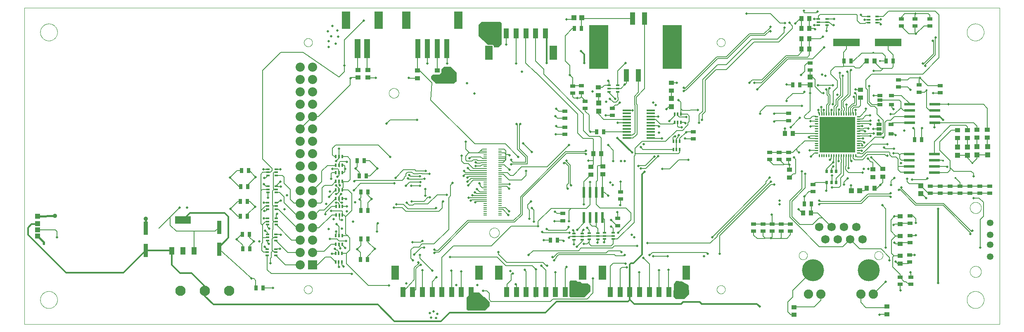
<source format=gbl>
G75*
%MOIN*%
%OFA0B0*%
%FSLAX25Y25*%
%IPPOS*%
%LPD*%
%AMOC8*
5,1,8,0,0,1.08239X$1,22.5*
%
%ADD10C,0.00000*%
%ADD11R,0.03937X0.03937*%
%ADD12R,0.03937X0.03543*%
%ADD13R,0.03543X0.03937*%
%ADD14R,0.03937X0.03150*%
%ADD15R,0.03150X0.03937*%
%ADD16C,0.06791*%
%ADD17C,0.07500*%
%ADD18C,0.17780*%
%ADD19R,0.02756X0.00787*%
%ADD20R,0.02362X0.08661*%
%ADD21R,0.03937X0.04331*%
%ADD22R,0.01575X0.02559*%
%ADD23C,0.00984*%
%ADD24R,0.28740X0.28740*%
%ADD25R,0.04331X0.03937*%
%ADD26R,0.21654X0.05906*%
%ADD27R,0.02165X0.02559*%
%ADD28R,0.02559X0.01575*%
%ADD29R,0.08661X0.02362*%
%ADD30R,0.06500X0.01500*%
%ADD31R,0.03937X0.02756*%
%ADD32R,0.04331X0.07874*%
%ADD33R,0.06299X0.11811*%
%ADD34C,0.08268*%
%ADD35R,0.03937X0.15748*%
%ADD36R,0.06693X0.14173*%
%ADD37R,0.04724X0.15748*%
%ADD38C,0.07382*%
%ADD39R,0.07382X0.07382*%
%ADD40R,0.04134X0.10236*%
%ADD41R,0.15669X0.35433*%
%ADD42C,0.05315*%
%ADD43R,0.12992X0.05906*%
%ADD44R,0.03937X0.05906*%
%ADD45R,0.03543X0.11024*%
%ADD46C,0.02000*%
%ADD47C,0.00600*%
%ADD48C,0.01600*%
%ADD49C,0.00800*%
%ADD50C,0.01600*%
%ADD51C,0.03543*%
%ADD52C,0.01200*%
%ADD53C,0.02400*%
%ADD54C,0.00001*%
%ADD55C,0.00300*%
D10*
X0005700Y0013890D02*
X0005700Y0269796D01*
X0793102Y0269796D01*
X0793102Y0013890D01*
X0005700Y0013890D01*
X0018495Y0033575D02*
X0018497Y0033744D01*
X0018503Y0033913D01*
X0018514Y0034082D01*
X0018528Y0034250D01*
X0018547Y0034418D01*
X0018570Y0034586D01*
X0018596Y0034753D01*
X0018627Y0034919D01*
X0018662Y0035085D01*
X0018701Y0035249D01*
X0018745Y0035413D01*
X0018792Y0035575D01*
X0018843Y0035736D01*
X0018898Y0035896D01*
X0018957Y0036055D01*
X0019019Y0036212D01*
X0019086Y0036367D01*
X0019157Y0036521D01*
X0019231Y0036673D01*
X0019309Y0036823D01*
X0019390Y0036971D01*
X0019475Y0037117D01*
X0019564Y0037261D01*
X0019656Y0037403D01*
X0019752Y0037542D01*
X0019851Y0037679D01*
X0019953Y0037814D01*
X0020059Y0037946D01*
X0020168Y0038075D01*
X0020280Y0038202D01*
X0020395Y0038326D01*
X0020513Y0038447D01*
X0020634Y0038565D01*
X0020758Y0038680D01*
X0020885Y0038792D01*
X0021014Y0038901D01*
X0021146Y0039007D01*
X0021281Y0039109D01*
X0021418Y0039208D01*
X0021557Y0039304D01*
X0021699Y0039396D01*
X0021843Y0039485D01*
X0021989Y0039570D01*
X0022137Y0039651D01*
X0022287Y0039729D01*
X0022439Y0039803D01*
X0022593Y0039874D01*
X0022748Y0039941D01*
X0022905Y0040003D01*
X0023064Y0040062D01*
X0023224Y0040117D01*
X0023385Y0040168D01*
X0023547Y0040215D01*
X0023711Y0040259D01*
X0023875Y0040298D01*
X0024041Y0040333D01*
X0024207Y0040364D01*
X0024374Y0040390D01*
X0024542Y0040413D01*
X0024710Y0040432D01*
X0024878Y0040446D01*
X0025047Y0040457D01*
X0025216Y0040463D01*
X0025385Y0040465D01*
X0025554Y0040463D01*
X0025723Y0040457D01*
X0025892Y0040446D01*
X0026060Y0040432D01*
X0026228Y0040413D01*
X0026396Y0040390D01*
X0026563Y0040364D01*
X0026729Y0040333D01*
X0026895Y0040298D01*
X0027059Y0040259D01*
X0027223Y0040215D01*
X0027385Y0040168D01*
X0027546Y0040117D01*
X0027706Y0040062D01*
X0027865Y0040003D01*
X0028022Y0039941D01*
X0028177Y0039874D01*
X0028331Y0039803D01*
X0028483Y0039729D01*
X0028633Y0039651D01*
X0028781Y0039570D01*
X0028927Y0039485D01*
X0029071Y0039396D01*
X0029213Y0039304D01*
X0029352Y0039208D01*
X0029489Y0039109D01*
X0029624Y0039007D01*
X0029756Y0038901D01*
X0029885Y0038792D01*
X0030012Y0038680D01*
X0030136Y0038565D01*
X0030257Y0038447D01*
X0030375Y0038326D01*
X0030490Y0038202D01*
X0030602Y0038075D01*
X0030711Y0037946D01*
X0030817Y0037814D01*
X0030919Y0037679D01*
X0031018Y0037542D01*
X0031114Y0037403D01*
X0031206Y0037261D01*
X0031295Y0037117D01*
X0031380Y0036971D01*
X0031461Y0036823D01*
X0031539Y0036673D01*
X0031613Y0036521D01*
X0031684Y0036367D01*
X0031751Y0036212D01*
X0031813Y0036055D01*
X0031872Y0035896D01*
X0031927Y0035736D01*
X0031978Y0035575D01*
X0032025Y0035413D01*
X0032069Y0035249D01*
X0032108Y0035085D01*
X0032143Y0034919D01*
X0032174Y0034753D01*
X0032200Y0034586D01*
X0032223Y0034418D01*
X0032242Y0034250D01*
X0032256Y0034082D01*
X0032267Y0033913D01*
X0032273Y0033744D01*
X0032275Y0033575D01*
X0032273Y0033406D01*
X0032267Y0033237D01*
X0032256Y0033068D01*
X0032242Y0032900D01*
X0032223Y0032732D01*
X0032200Y0032564D01*
X0032174Y0032397D01*
X0032143Y0032231D01*
X0032108Y0032065D01*
X0032069Y0031901D01*
X0032025Y0031737D01*
X0031978Y0031575D01*
X0031927Y0031414D01*
X0031872Y0031254D01*
X0031813Y0031095D01*
X0031751Y0030938D01*
X0031684Y0030783D01*
X0031613Y0030629D01*
X0031539Y0030477D01*
X0031461Y0030327D01*
X0031380Y0030179D01*
X0031295Y0030033D01*
X0031206Y0029889D01*
X0031114Y0029747D01*
X0031018Y0029608D01*
X0030919Y0029471D01*
X0030817Y0029336D01*
X0030711Y0029204D01*
X0030602Y0029075D01*
X0030490Y0028948D01*
X0030375Y0028824D01*
X0030257Y0028703D01*
X0030136Y0028585D01*
X0030012Y0028470D01*
X0029885Y0028358D01*
X0029756Y0028249D01*
X0029624Y0028143D01*
X0029489Y0028041D01*
X0029352Y0027942D01*
X0029213Y0027846D01*
X0029071Y0027754D01*
X0028927Y0027665D01*
X0028781Y0027580D01*
X0028633Y0027499D01*
X0028483Y0027421D01*
X0028331Y0027347D01*
X0028177Y0027276D01*
X0028022Y0027209D01*
X0027865Y0027147D01*
X0027706Y0027088D01*
X0027546Y0027033D01*
X0027385Y0026982D01*
X0027223Y0026935D01*
X0027059Y0026891D01*
X0026895Y0026852D01*
X0026729Y0026817D01*
X0026563Y0026786D01*
X0026396Y0026760D01*
X0026228Y0026737D01*
X0026060Y0026718D01*
X0025892Y0026704D01*
X0025723Y0026693D01*
X0025554Y0026687D01*
X0025385Y0026685D01*
X0025216Y0026687D01*
X0025047Y0026693D01*
X0024878Y0026704D01*
X0024710Y0026718D01*
X0024542Y0026737D01*
X0024374Y0026760D01*
X0024207Y0026786D01*
X0024041Y0026817D01*
X0023875Y0026852D01*
X0023711Y0026891D01*
X0023547Y0026935D01*
X0023385Y0026982D01*
X0023224Y0027033D01*
X0023064Y0027088D01*
X0022905Y0027147D01*
X0022748Y0027209D01*
X0022593Y0027276D01*
X0022439Y0027347D01*
X0022287Y0027421D01*
X0022137Y0027499D01*
X0021989Y0027580D01*
X0021843Y0027665D01*
X0021699Y0027754D01*
X0021557Y0027846D01*
X0021418Y0027942D01*
X0021281Y0028041D01*
X0021146Y0028143D01*
X0021014Y0028249D01*
X0020885Y0028358D01*
X0020758Y0028470D01*
X0020634Y0028585D01*
X0020513Y0028703D01*
X0020395Y0028824D01*
X0020280Y0028948D01*
X0020168Y0029075D01*
X0020059Y0029204D01*
X0019953Y0029336D01*
X0019851Y0029471D01*
X0019752Y0029608D01*
X0019656Y0029747D01*
X0019564Y0029889D01*
X0019475Y0030033D01*
X0019390Y0030179D01*
X0019309Y0030327D01*
X0019231Y0030477D01*
X0019157Y0030629D01*
X0019086Y0030783D01*
X0019019Y0030938D01*
X0018957Y0031095D01*
X0018898Y0031254D01*
X0018843Y0031414D01*
X0018792Y0031575D01*
X0018745Y0031737D01*
X0018701Y0031901D01*
X0018662Y0032065D01*
X0018627Y0032231D01*
X0018596Y0032397D01*
X0018570Y0032564D01*
X0018547Y0032732D01*
X0018528Y0032900D01*
X0018514Y0033068D01*
X0018503Y0033237D01*
X0018497Y0033406D01*
X0018495Y0033575D01*
X0231421Y0041882D02*
X0231423Y0041997D01*
X0231429Y0042113D01*
X0231439Y0042228D01*
X0231453Y0042343D01*
X0231471Y0042457D01*
X0231493Y0042570D01*
X0231518Y0042683D01*
X0231548Y0042794D01*
X0231581Y0042905D01*
X0231618Y0043014D01*
X0231659Y0043122D01*
X0231704Y0043229D01*
X0231752Y0043334D01*
X0231804Y0043437D01*
X0231860Y0043538D01*
X0231919Y0043638D01*
X0231981Y0043735D01*
X0232047Y0043830D01*
X0232115Y0043923D01*
X0232187Y0044013D01*
X0232262Y0044101D01*
X0232341Y0044186D01*
X0232422Y0044268D01*
X0232505Y0044348D01*
X0232592Y0044424D01*
X0232681Y0044498D01*
X0232772Y0044568D01*
X0232866Y0044636D01*
X0232962Y0044700D01*
X0233061Y0044760D01*
X0233161Y0044817D01*
X0233263Y0044871D01*
X0233367Y0044921D01*
X0233473Y0044968D01*
X0233580Y0045011D01*
X0233689Y0045050D01*
X0233799Y0045085D01*
X0233910Y0045116D01*
X0234022Y0045144D01*
X0234135Y0045168D01*
X0234249Y0045188D01*
X0234364Y0045204D01*
X0234479Y0045216D01*
X0234594Y0045224D01*
X0234709Y0045228D01*
X0234825Y0045228D01*
X0234940Y0045224D01*
X0235055Y0045216D01*
X0235170Y0045204D01*
X0235285Y0045188D01*
X0235399Y0045168D01*
X0235512Y0045144D01*
X0235624Y0045116D01*
X0235735Y0045085D01*
X0235845Y0045050D01*
X0235954Y0045011D01*
X0236061Y0044968D01*
X0236167Y0044921D01*
X0236271Y0044871D01*
X0236373Y0044817D01*
X0236473Y0044760D01*
X0236572Y0044700D01*
X0236668Y0044636D01*
X0236762Y0044568D01*
X0236853Y0044498D01*
X0236942Y0044424D01*
X0237029Y0044348D01*
X0237112Y0044268D01*
X0237193Y0044186D01*
X0237272Y0044101D01*
X0237347Y0044013D01*
X0237419Y0043923D01*
X0237487Y0043830D01*
X0237553Y0043735D01*
X0237615Y0043638D01*
X0237674Y0043538D01*
X0237730Y0043437D01*
X0237782Y0043334D01*
X0237830Y0043229D01*
X0237875Y0043122D01*
X0237916Y0043014D01*
X0237953Y0042905D01*
X0237986Y0042794D01*
X0238016Y0042683D01*
X0238041Y0042570D01*
X0238063Y0042457D01*
X0238081Y0042343D01*
X0238095Y0042228D01*
X0238105Y0042113D01*
X0238111Y0041997D01*
X0238113Y0041882D01*
X0238111Y0041767D01*
X0238105Y0041651D01*
X0238095Y0041536D01*
X0238081Y0041421D01*
X0238063Y0041307D01*
X0238041Y0041194D01*
X0238016Y0041081D01*
X0237986Y0040970D01*
X0237953Y0040859D01*
X0237916Y0040750D01*
X0237875Y0040642D01*
X0237830Y0040535D01*
X0237782Y0040430D01*
X0237730Y0040327D01*
X0237674Y0040226D01*
X0237615Y0040126D01*
X0237553Y0040029D01*
X0237487Y0039934D01*
X0237419Y0039841D01*
X0237347Y0039751D01*
X0237272Y0039663D01*
X0237193Y0039578D01*
X0237112Y0039496D01*
X0237029Y0039416D01*
X0236942Y0039340D01*
X0236853Y0039266D01*
X0236762Y0039196D01*
X0236668Y0039128D01*
X0236572Y0039064D01*
X0236473Y0039004D01*
X0236373Y0038947D01*
X0236271Y0038893D01*
X0236167Y0038843D01*
X0236061Y0038796D01*
X0235954Y0038753D01*
X0235845Y0038714D01*
X0235735Y0038679D01*
X0235624Y0038648D01*
X0235512Y0038620D01*
X0235399Y0038596D01*
X0235285Y0038576D01*
X0235170Y0038560D01*
X0235055Y0038548D01*
X0234940Y0038540D01*
X0234825Y0038536D01*
X0234709Y0038536D01*
X0234594Y0038540D01*
X0234479Y0038548D01*
X0234364Y0038560D01*
X0234249Y0038576D01*
X0234135Y0038596D01*
X0234022Y0038620D01*
X0233910Y0038648D01*
X0233799Y0038679D01*
X0233689Y0038714D01*
X0233580Y0038753D01*
X0233473Y0038796D01*
X0233367Y0038843D01*
X0233263Y0038893D01*
X0233161Y0038947D01*
X0233061Y0039004D01*
X0232962Y0039064D01*
X0232866Y0039128D01*
X0232772Y0039196D01*
X0232681Y0039266D01*
X0232592Y0039340D01*
X0232505Y0039416D01*
X0232422Y0039496D01*
X0232341Y0039578D01*
X0232262Y0039663D01*
X0232187Y0039751D01*
X0232115Y0039841D01*
X0232047Y0039934D01*
X0231981Y0040029D01*
X0231919Y0040126D01*
X0231860Y0040226D01*
X0231804Y0040327D01*
X0231752Y0040430D01*
X0231704Y0040535D01*
X0231659Y0040642D01*
X0231618Y0040750D01*
X0231581Y0040859D01*
X0231548Y0040970D01*
X0231518Y0041081D01*
X0231493Y0041194D01*
X0231471Y0041307D01*
X0231453Y0041421D01*
X0231439Y0041536D01*
X0231429Y0041651D01*
X0231423Y0041767D01*
X0231421Y0041882D01*
X0381108Y0087873D02*
X0381110Y0087998D01*
X0381116Y0088123D01*
X0381126Y0088247D01*
X0381140Y0088371D01*
X0381157Y0088495D01*
X0381179Y0088618D01*
X0381205Y0088740D01*
X0381234Y0088862D01*
X0381267Y0088982D01*
X0381305Y0089101D01*
X0381345Y0089220D01*
X0381390Y0089336D01*
X0381438Y0089451D01*
X0381490Y0089565D01*
X0381546Y0089677D01*
X0381605Y0089787D01*
X0381667Y0089895D01*
X0381733Y0090002D01*
X0381802Y0090106D01*
X0381875Y0090207D01*
X0381950Y0090307D01*
X0382029Y0090404D01*
X0382111Y0090498D01*
X0382196Y0090590D01*
X0382283Y0090679D01*
X0382374Y0090765D01*
X0382467Y0090848D01*
X0382563Y0090929D01*
X0382661Y0091006D01*
X0382761Y0091080D01*
X0382864Y0091151D01*
X0382969Y0091218D01*
X0383077Y0091283D01*
X0383186Y0091343D01*
X0383297Y0091401D01*
X0383410Y0091454D01*
X0383524Y0091504D01*
X0383640Y0091551D01*
X0383757Y0091593D01*
X0383876Y0091632D01*
X0383996Y0091668D01*
X0384117Y0091699D01*
X0384239Y0091727D01*
X0384361Y0091750D01*
X0384485Y0091770D01*
X0384609Y0091786D01*
X0384733Y0091798D01*
X0384858Y0091806D01*
X0384983Y0091810D01*
X0385107Y0091810D01*
X0385232Y0091806D01*
X0385357Y0091798D01*
X0385481Y0091786D01*
X0385605Y0091770D01*
X0385729Y0091750D01*
X0385851Y0091727D01*
X0385973Y0091699D01*
X0386094Y0091668D01*
X0386214Y0091632D01*
X0386333Y0091593D01*
X0386450Y0091551D01*
X0386566Y0091504D01*
X0386680Y0091454D01*
X0386793Y0091401D01*
X0386904Y0091343D01*
X0387014Y0091283D01*
X0387121Y0091218D01*
X0387226Y0091151D01*
X0387329Y0091080D01*
X0387429Y0091006D01*
X0387527Y0090929D01*
X0387623Y0090848D01*
X0387716Y0090765D01*
X0387807Y0090679D01*
X0387894Y0090590D01*
X0387979Y0090498D01*
X0388061Y0090404D01*
X0388140Y0090307D01*
X0388215Y0090207D01*
X0388288Y0090106D01*
X0388357Y0090002D01*
X0388423Y0089895D01*
X0388485Y0089787D01*
X0388544Y0089677D01*
X0388600Y0089565D01*
X0388652Y0089451D01*
X0388700Y0089336D01*
X0388745Y0089220D01*
X0388785Y0089101D01*
X0388823Y0088982D01*
X0388856Y0088862D01*
X0388885Y0088740D01*
X0388911Y0088618D01*
X0388933Y0088495D01*
X0388950Y0088371D01*
X0388964Y0088247D01*
X0388974Y0088123D01*
X0388980Y0087998D01*
X0388982Y0087873D01*
X0388980Y0087748D01*
X0388974Y0087623D01*
X0388964Y0087499D01*
X0388950Y0087375D01*
X0388933Y0087251D01*
X0388911Y0087128D01*
X0388885Y0087006D01*
X0388856Y0086884D01*
X0388823Y0086764D01*
X0388785Y0086645D01*
X0388745Y0086526D01*
X0388700Y0086410D01*
X0388652Y0086295D01*
X0388600Y0086181D01*
X0388544Y0086069D01*
X0388485Y0085959D01*
X0388423Y0085851D01*
X0388357Y0085744D01*
X0388288Y0085640D01*
X0388215Y0085539D01*
X0388140Y0085439D01*
X0388061Y0085342D01*
X0387979Y0085248D01*
X0387894Y0085156D01*
X0387807Y0085067D01*
X0387716Y0084981D01*
X0387623Y0084898D01*
X0387527Y0084817D01*
X0387429Y0084740D01*
X0387329Y0084666D01*
X0387226Y0084595D01*
X0387121Y0084528D01*
X0387013Y0084463D01*
X0386904Y0084403D01*
X0386793Y0084345D01*
X0386680Y0084292D01*
X0386566Y0084242D01*
X0386450Y0084195D01*
X0386333Y0084153D01*
X0386214Y0084114D01*
X0386094Y0084078D01*
X0385973Y0084047D01*
X0385851Y0084019D01*
X0385729Y0083996D01*
X0385605Y0083976D01*
X0385481Y0083960D01*
X0385357Y0083948D01*
X0385232Y0083940D01*
X0385107Y0083936D01*
X0384983Y0083936D01*
X0384858Y0083940D01*
X0384733Y0083948D01*
X0384609Y0083960D01*
X0384485Y0083976D01*
X0384361Y0083996D01*
X0384239Y0084019D01*
X0384117Y0084047D01*
X0383996Y0084078D01*
X0383876Y0084114D01*
X0383757Y0084153D01*
X0383640Y0084195D01*
X0383524Y0084242D01*
X0383410Y0084292D01*
X0383297Y0084345D01*
X0383186Y0084403D01*
X0383076Y0084463D01*
X0382969Y0084528D01*
X0382864Y0084595D01*
X0382761Y0084666D01*
X0382661Y0084740D01*
X0382563Y0084817D01*
X0382467Y0084898D01*
X0382374Y0084981D01*
X0382283Y0085067D01*
X0382196Y0085156D01*
X0382111Y0085248D01*
X0382029Y0085342D01*
X0381950Y0085439D01*
X0381875Y0085539D01*
X0381802Y0085640D01*
X0381733Y0085744D01*
X0381667Y0085851D01*
X0381605Y0085959D01*
X0381546Y0086069D01*
X0381490Y0086181D01*
X0381438Y0086295D01*
X0381390Y0086410D01*
X0381345Y0086526D01*
X0381305Y0086645D01*
X0381267Y0086764D01*
X0381234Y0086884D01*
X0381205Y0087006D01*
X0381179Y0087128D01*
X0381157Y0087251D01*
X0381140Y0087375D01*
X0381126Y0087499D01*
X0381116Y0087623D01*
X0381110Y0087748D01*
X0381108Y0087873D01*
X0564689Y0041882D02*
X0564691Y0041997D01*
X0564697Y0042113D01*
X0564707Y0042228D01*
X0564721Y0042343D01*
X0564739Y0042457D01*
X0564761Y0042570D01*
X0564786Y0042683D01*
X0564816Y0042794D01*
X0564849Y0042905D01*
X0564886Y0043014D01*
X0564927Y0043122D01*
X0564972Y0043229D01*
X0565020Y0043334D01*
X0565072Y0043437D01*
X0565128Y0043538D01*
X0565187Y0043638D01*
X0565249Y0043735D01*
X0565315Y0043830D01*
X0565383Y0043923D01*
X0565455Y0044013D01*
X0565530Y0044101D01*
X0565609Y0044186D01*
X0565690Y0044268D01*
X0565773Y0044348D01*
X0565860Y0044424D01*
X0565949Y0044498D01*
X0566040Y0044568D01*
X0566134Y0044636D01*
X0566230Y0044700D01*
X0566329Y0044760D01*
X0566429Y0044817D01*
X0566531Y0044871D01*
X0566635Y0044921D01*
X0566741Y0044968D01*
X0566848Y0045011D01*
X0566957Y0045050D01*
X0567067Y0045085D01*
X0567178Y0045116D01*
X0567290Y0045144D01*
X0567403Y0045168D01*
X0567517Y0045188D01*
X0567632Y0045204D01*
X0567747Y0045216D01*
X0567862Y0045224D01*
X0567977Y0045228D01*
X0568093Y0045228D01*
X0568208Y0045224D01*
X0568323Y0045216D01*
X0568438Y0045204D01*
X0568553Y0045188D01*
X0568667Y0045168D01*
X0568780Y0045144D01*
X0568892Y0045116D01*
X0569003Y0045085D01*
X0569113Y0045050D01*
X0569222Y0045011D01*
X0569329Y0044968D01*
X0569435Y0044921D01*
X0569539Y0044871D01*
X0569641Y0044817D01*
X0569741Y0044760D01*
X0569840Y0044700D01*
X0569936Y0044636D01*
X0570030Y0044568D01*
X0570121Y0044498D01*
X0570210Y0044424D01*
X0570297Y0044348D01*
X0570380Y0044268D01*
X0570461Y0044186D01*
X0570540Y0044101D01*
X0570615Y0044013D01*
X0570687Y0043923D01*
X0570755Y0043830D01*
X0570821Y0043735D01*
X0570883Y0043638D01*
X0570942Y0043538D01*
X0570998Y0043437D01*
X0571050Y0043334D01*
X0571098Y0043229D01*
X0571143Y0043122D01*
X0571184Y0043014D01*
X0571221Y0042905D01*
X0571254Y0042794D01*
X0571284Y0042683D01*
X0571309Y0042570D01*
X0571331Y0042457D01*
X0571349Y0042343D01*
X0571363Y0042228D01*
X0571373Y0042113D01*
X0571379Y0041997D01*
X0571381Y0041882D01*
X0571379Y0041767D01*
X0571373Y0041651D01*
X0571363Y0041536D01*
X0571349Y0041421D01*
X0571331Y0041307D01*
X0571309Y0041194D01*
X0571284Y0041081D01*
X0571254Y0040970D01*
X0571221Y0040859D01*
X0571184Y0040750D01*
X0571143Y0040642D01*
X0571098Y0040535D01*
X0571050Y0040430D01*
X0570998Y0040327D01*
X0570942Y0040226D01*
X0570883Y0040126D01*
X0570821Y0040029D01*
X0570755Y0039934D01*
X0570687Y0039841D01*
X0570615Y0039751D01*
X0570540Y0039663D01*
X0570461Y0039578D01*
X0570380Y0039496D01*
X0570297Y0039416D01*
X0570210Y0039340D01*
X0570121Y0039266D01*
X0570030Y0039196D01*
X0569936Y0039128D01*
X0569840Y0039064D01*
X0569741Y0039004D01*
X0569641Y0038947D01*
X0569539Y0038893D01*
X0569435Y0038843D01*
X0569329Y0038796D01*
X0569222Y0038753D01*
X0569113Y0038714D01*
X0569003Y0038679D01*
X0568892Y0038648D01*
X0568780Y0038620D01*
X0568667Y0038596D01*
X0568553Y0038576D01*
X0568438Y0038560D01*
X0568323Y0038548D01*
X0568208Y0038540D01*
X0568093Y0038536D01*
X0567977Y0038536D01*
X0567862Y0038540D01*
X0567747Y0038548D01*
X0567632Y0038560D01*
X0567517Y0038576D01*
X0567403Y0038596D01*
X0567290Y0038620D01*
X0567178Y0038648D01*
X0567067Y0038679D01*
X0566957Y0038714D01*
X0566848Y0038753D01*
X0566741Y0038796D01*
X0566635Y0038843D01*
X0566531Y0038893D01*
X0566429Y0038947D01*
X0566329Y0039004D01*
X0566230Y0039064D01*
X0566134Y0039128D01*
X0566040Y0039196D01*
X0565949Y0039266D01*
X0565860Y0039340D01*
X0565773Y0039416D01*
X0565690Y0039496D01*
X0565609Y0039578D01*
X0565530Y0039663D01*
X0565455Y0039751D01*
X0565383Y0039841D01*
X0565315Y0039934D01*
X0565249Y0040029D01*
X0565187Y0040126D01*
X0565128Y0040226D01*
X0565072Y0040327D01*
X0565020Y0040430D01*
X0564972Y0040535D01*
X0564927Y0040642D01*
X0564886Y0040750D01*
X0564849Y0040859D01*
X0564816Y0040970D01*
X0564786Y0041081D01*
X0564761Y0041194D01*
X0564739Y0041307D01*
X0564721Y0041421D01*
X0564707Y0041536D01*
X0564697Y0041651D01*
X0564691Y0041767D01*
X0564689Y0041882D01*
X0630963Y0069449D02*
X0630965Y0069564D01*
X0630971Y0069680D01*
X0630981Y0069795D01*
X0630995Y0069910D01*
X0631013Y0070024D01*
X0631035Y0070137D01*
X0631060Y0070250D01*
X0631090Y0070361D01*
X0631123Y0070472D01*
X0631160Y0070581D01*
X0631201Y0070689D01*
X0631246Y0070796D01*
X0631294Y0070901D01*
X0631346Y0071004D01*
X0631402Y0071105D01*
X0631461Y0071205D01*
X0631523Y0071302D01*
X0631589Y0071397D01*
X0631657Y0071490D01*
X0631729Y0071580D01*
X0631804Y0071668D01*
X0631883Y0071753D01*
X0631964Y0071835D01*
X0632047Y0071915D01*
X0632134Y0071991D01*
X0632223Y0072065D01*
X0632314Y0072135D01*
X0632408Y0072203D01*
X0632504Y0072267D01*
X0632603Y0072327D01*
X0632703Y0072384D01*
X0632805Y0072438D01*
X0632909Y0072488D01*
X0633015Y0072535D01*
X0633122Y0072578D01*
X0633231Y0072617D01*
X0633341Y0072652D01*
X0633452Y0072683D01*
X0633564Y0072711D01*
X0633677Y0072735D01*
X0633791Y0072755D01*
X0633906Y0072771D01*
X0634021Y0072783D01*
X0634136Y0072791D01*
X0634251Y0072795D01*
X0634367Y0072795D01*
X0634482Y0072791D01*
X0634597Y0072783D01*
X0634712Y0072771D01*
X0634827Y0072755D01*
X0634941Y0072735D01*
X0635054Y0072711D01*
X0635166Y0072683D01*
X0635277Y0072652D01*
X0635387Y0072617D01*
X0635496Y0072578D01*
X0635603Y0072535D01*
X0635709Y0072488D01*
X0635813Y0072438D01*
X0635915Y0072384D01*
X0636015Y0072327D01*
X0636114Y0072267D01*
X0636210Y0072203D01*
X0636304Y0072135D01*
X0636395Y0072065D01*
X0636484Y0071991D01*
X0636571Y0071915D01*
X0636654Y0071835D01*
X0636735Y0071753D01*
X0636814Y0071668D01*
X0636889Y0071580D01*
X0636961Y0071490D01*
X0637029Y0071397D01*
X0637095Y0071302D01*
X0637157Y0071205D01*
X0637216Y0071105D01*
X0637272Y0071004D01*
X0637324Y0070901D01*
X0637372Y0070796D01*
X0637417Y0070689D01*
X0637458Y0070581D01*
X0637495Y0070472D01*
X0637528Y0070361D01*
X0637558Y0070250D01*
X0637583Y0070137D01*
X0637605Y0070024D01*
X0637623Y0069910D01*
X0637637Y0069795D01*
X0637647Y0069680D01*
X0637653Y0069564D01*
X0637655Y0069449D01*
X0637653Y0069334D01*
X0637647Y0069218D01*
X0637637Y0069103D01*
X0637623Y0068988D01*
X0637605Y0068874D01*
X0637583Y0068761D01*
X0637558Y0068648D01*
X0637528Y0068537D01*
X0637495Y0068426D01*
X0637458Y0068317D01*
X0637417Y0068209D01*
X0637372Y0068102D01*
X0637324Y0067997D01*
X0637272Y0067894D01*
X0637216Y0067793D01*
X0637157Y0067693D01*
X0637095Y0067596D01*
X0637029Y0067501D01*
X0636961Y0067408D01*
X0636889Y0067318D01*
X0636814Y0067230D01*
X0636735Y0067145D01*
X0636654Y0067063D01*
X0636571Y0066983D01*
X0636484Y0066907D01*
X0636395Y0066833D01*
X0636304Y0066763D01*
X0636210Y0066695D01*
X0636114Y0066631D01*
X0636015Y0066571D01*
X0635915Y0066514D01*
X0635813Y0066460D01*
X0635709Y0066410D01*
X0635603Y0066363D01*
X0635496Y0066320D01*
X0635387Y0066281D01*
X0635277Y0066246D01*
X0635166Y0066215D01*
X0635054Y0066187D01*
X0634941Y0066163D01*
X0634827Y0066143D01*
X0634712Y0066127D01*
X0634597Y0066115D01*
X0634482Y0066107D01*
X0634367Y0066103D01*
X0634251Y0066103D01*
X0634136Y0066107D01*
X0634021Y0066115D01*
X0633906Y0066127D01*
X0633791Y0066143D01*
X0633677Y0066163D01*
X0633564Y0066187D01*
X0633452Y0066215D01*
X0633341Y0066246D01*
X0633231Y0066281D01*
X0633122Y0066320D01*
X0633015Y0066363D01*
X0632909Y0066410D01*
X0632805Y0066460D01*
X0632703Y0066514D01*
X0632603Y0066571D01*
X0632504Y0066631D01*
X0632408Y0066695D01*
X0632314Y0066763D01*
X0632223Y0066833D01*
X0632134Y0066907D01*
X0632047Y0066983D01*
X0631964Y0067063D01*
X0631883Y0067145D01*
X0631804Y0067230D01*
X0631729Y0067318D01*
X0631657Y0067408D01*
X0631589Y0067501D01*
X0631523Y0067596D01*
X0631461Y0067693D01*
X0631402Y0067793D01*
X0631346Y0067894D01*
X0631294Y0067997D01*
X0631246Y0068102D01*
X0631201Y0068209D01*
X0631160Y0068317D01*
X0631123Y0068426D01*
X0631090Y0068537D01*
X0631060Y0068648D01*
X0631035Y0068761D01*
X0631013Y0068874D01*
X0630995Y0068988D01*
X0630981Y0069103D01*
X0630971Y0069218D01*
X0630965Y0069334D01*
X0630963Y0069449D01*
X0691948Y0069449D02*
X0691950Y0069564D01*
X0691956Y0069680D01*
X0691966Y0069795D01*
X0691980Y0069910D01*
X0691998Y0070024D01*
X0692020Y0070137D01*
X0692045Y0070250D01*
X0692075Y0070361D01*
X0692108Y0070472D01*
X0692145Y0070581D01*
X0692186Y0070689D01*
X0692231Y0070796D01*
X0692279Y0070901D01*
X0692331Y0071004D01*
X0692387Y0071105D01*
X0692446Y0071205D01*
X0692508Y0071302D01*
X0692574Y0071397D01*
X0692642Y0071490D01*
X0692714Y0071580D01*
X0692789Y0071668D01*
X0692868Y0071753D01*
X0692949Y0071835D01*
X0693032Y0071915D01*
X0693119Y0071991D01*
X0693208Y0072065D01*
X0693299Y0072135D01*
X0693393Y0072203D01*
X0693489Y0072267D01*
X0693588Y0072327D01*
X0693688Y0072384D01*
X0693790Y0072438D01*
X0693894Y0072488D01*
X0694000Y0072535D01*
X0694107Y0072578D01*
X0694216Y0072617D01*
X0694326Y0072652D01*
X0694437Y0072683D01*
X0694549Y0072711D01*
X0694662Y0072735D01*
X0694776Y0072755D01*
X0694891Y0072771D01*
X0695006Y0072783D01*
X0695121Y0072791D01*
X0695236Y0072795D01*
X0695352Y0072795D01*
X0695467Y0072791D01*
X0695582Y0072783D01*
X0695697Y0072771D01*
X0695812Y0072755D01*
X0695926Y0072735D01*
X0696039Y0072711D01*
X0696151Y0072683D01*
X0696262Y0072652D01*
X0696372Y0072617D01*
X0696481Y0072578D01*
X0696588Y0072535D01*
X0696694Y0072488D01*
X0696798Y0072438D01*
X0696900Y0072384D01*
X0697000Y0072327D01*
X0697099Y0072267D01*
X0697195Y0072203D01*
X0697289Y0072135D01*
X0697380Y0072065D01*
X0697469Y0071991D01*
X0697556Y0071915D01*
X0697639Y0071835D01*
X0697720Y0071753D01*
X0697799Y0071668D01*
X0697874Y0071580D01*
X0697946Y0071490D01*
X0698014Y0071397D01*
X0698080Y0071302D01*
X0698142Y0071205D01*
X0698201Y0071105D01*
X0698257Y0071004D01*
X0698309Y0070901D01*
X0698357Y0070796D01*
X0698402Y0070689D01*
X0698443Y0070581D01*
X0698480Y0070472D01*
X0698513Y0070361D01*
X0698543Y0070250D01*
X0698568Y0070137D01*
X0698590Y0070024D01*
X0698608Y0069910D01*
X0698622Y0069795D01*
X0698632Y0069680D01*
X0698638Y0069564D01*
X0698640Y0069449D01*
X0698638Y0069334D01*
X0698632Y0069218D01*
X0698622Y0069103D01*
X0698608Y0068988D01*
X0698590Y0068874D01*
X0698568Y0068761D01*
X0698543Y0068648D01*
X0698513Y0068537D01*
X0698480Y0068426D01*
X0698443Y0068317D01*
X0698402Y0068209D01*
X0698357Y0068102D01*
X0698309Y0067997D01*
X0698257Y0067894D01*
X0698201Y0067793D01*
X0698142Y0067693D01*
X0698080Y0067596D01*
X0698014Y0067501D01*
X0697946Y0067408D01*
X0697874Y0067318D01*
X0697799Y0067230D01*
X0697720Y0067145D01*
X0697639Y0067063D01*
X0697556Y0066983D01*
X0697469Y0066907D01*
X0697380Y0066833D01*
X0697289Y0066763D01*
X0697195Y0066695D01*
X0697099Y0066631D01*
X0697000Y0066571D01*
X0696900Y0066514D01*
X0696798Y0066460D01*
X0696694Y0066410D01*
X0696588Y0066363D01*
X0696481Y0066320D01*
X0696372Y0066281D01*
X0696262Y0066246D01*
X0696151Y0066215D01*
X0696039Y0066187D01*
X0695926Y0066163D01*
X0695812Y0066143D01*
X0695697Y0066127D01*
X0695582Y0066115D01*
X0695467Y0066107D01*
X0695352Y0066103D01*
X0695236Y0066103D01*
X0695121Y0066107D01*
X0695006Y0066115D01*
X0694891Y0066127D01*
X0694776Y0066143D01*
X0694662Y0066163D01*
X0694549Y0066187D01*
X0694437Y0066215D01*
X0694326Y0066246D01*
X0694216Y0066281D01*
X0694107Y0066320D01*
X0694000Y0066363D01*
X0693894Y0066410D01*
X0693790Y0066460D01*
X0693688Y0066514D01*
X0693588Y0066571D01*
X0693489Y0066631D01*
X0693393Y0066695D01*
X0693299Y0066763D01*
X0693208Y0066833D01*
X0693119Y0066907D01*
X0693032Y0066983D01*
X0692949Y0067063D01*
X0692868Y0067145D01*
X0692789Y0067230D01*
X0692714Y0067318D01*
X0692642Y0067408D01*
X0692574Y0067501D01*
X0692508Y0067596D01*
X0692446Y0067693D01*
X0692387Y0067793D01*
X0692331Y0067894D01*
X0692279Y0067997D01*
X0692231Y0068102D01*
X0692186Y0068209D01*
X0692145Y0068317D01*
X0692108Y0068426D01*
X0692075Y0068537D01*
X0692045Y0068648D01*
X0692020Y0068761D01*
X0691998Y0068874D01*
X0691980Y0068988D01*
X0691966Y0069103D01*
X0691956Y0069218D01*
X0691950Y0069334D01*
X0691948Y0069449D01*
X0769072Y0056324D02*
X0769074Y0056458D01*
X0769080Y0056592D01*
X0769090Y0056726D01*
X0769104Y0056860D01*
X0769122Y0056993D01*
X0769143Y0057125D01*
X0769169Y0057257D01*
X0769199Y0057388D01*
X0769232Y0057518D01*
X0769269Y0057646D01*
X0769311Y0057774D01*
X0769355Y0057901D01*
X0769404Y0058026D01*
X0769456Y0058149D01*
X0769512Y0058271D01*
X0769572Y0058392D01*
X0769635Y0058510D01*
X0769701Y0058627D01*
X0769771Y0058741D01*
X0769844Y0058854D01*
X0769921Y0058964D01*
X0770001Y0059072D01*
X0770084Y0059177D01*
X0770170Y0059280D01*
X0770259Y0059380D01*
X0770351Y0059478D01*
X0770446Y0059573D01*
X0770544Y0059665D01*
X0770644Y0059754D01*
X0770747Y0059840D01*
X0770852Y0059923D01*
X0770960Y0060003D01*
X0771070Y0060080D01*
X0771183Y0060153D01*
X0771297Y0060223D01*
X0771414Y0060289D01*
X0771532Y0060352D01*
X0771653Y0060412D01*
X0771775Y0060468D01*
X0771898Y0060520D01*
X0772023Y0060569D01*
X0772150Y0060613D01*
X0772278Y0060655D01*
X0772406Y0060692D01*
X0772536Y0060725D01*
X0772667Y0060755D01*
X0772799Y0060781D01*
X0772931Y0060802D01*
X0773064Y0060820D01*
X0773198Y0060834D01*
X0773332Y0060844D01*
X0773466Y0060850D01*
X0773600Y0060852D01*
X0773734Y0060850D01*
X0773868Y0060844D01*
X0774002Y0060834D01*
X0774136Y0060820D01*
X0774269Y0060802D01*
X0774401Y0060781D01*
X0774533Y0060755D01*
X0774664Y0060725D01*
X0774794Y0060692D01*
X0774922Y0060655D01*
X0775050Y0060613D01*
X0775177Y0060569D01*
X0775302Y0060520D01*
X0775425Y0060468D01*
X0775547Y0060412D01*
X0775668Y0060352D01*
X0775786Y0060289D01*
X0775903Y0060223D01*
X0776017Y0060153D01*
X0776130Y0060080D01*
X0776240Y0060003D01*
X0776348Y0059923D01*
X0776453Y0059840D01*
X0776556Y0059754D01*
X0776656Y0059665D01*
X0776754Y0059573D01*
X0776849Y0059478D01*
X0776941Y0059380D01*
X0777030Y0059280D01*
X0777116Y0059177D01*
X0777199Y0059072D01*
X0777279Y0058964D01*
X0777356Y0058854D01*
X0777429Y0058741D01*
X0777499Y0058627D01*
X0777565Y0058510D01*
X0777628Y0058392D01*
X0777688Y0058271D01*
X0777744Y0058149D01*
X0777796Y0058026D01*
X0777845Y0057901D01*
X0777889Y0057774D01*
X0777931Y0057646D01*
X0777968Y0057518D01*
X0778001Y0057388D01*
X0778031Y0057257D01*
X0778057Y0057125D01*
X0778078Y0056993D01*
X0778096Y0056860D01*
X0778110Y0056726D01*
X0778120Y0056592D01*
X0778126Y0056458D01*
X0778128Y0056324D01*
X0778126Y0056190D01*
X0778120Y0056056D01*
X0778110Y0055922D01*
X0778096Y0055788D01*
X0778078Y0055655D01*
X0778057Y0055523D01*
X0778031Y0055391D01*
X0778001Y0055260D01*
X0777968Y0055130D01*
X0777931Y0055002D01*
X0777889Y0054874D01*
X0777845Y0054747D01*
X0777796Y0054622D01*
X0777744Y0054499D01*
X0777688Y0054377D01*
X0777628Y0054256D01*
X0777565Y0054138D01*
X0777499Y0054021D01*
X0777429Y0053907D01*
X0777356Y0053794D01*
X0777279Y0053684D01*
X0777199Y0053576D01*
X0777116Y0053471D01*
X0777030Y0053368D01*
X0776941Y0053268D01*
X0776849Y0053170D01*
X0776754Y0053075D01*
X0776656Y0052983D01*
X0776556Y0052894D01*
X0776453Y0052808D01*
X0776348Y0052725D01*
X0776240Y0052645D01*
X0776130Y0052568D01*
X0776017Y0052495D01*
X0775903Y0052425D01*
X0775786Y0052359D01*
X0775668Y0052296D01*
X0775547Y0052236D01*
X0775425Y0052180D01*
X0775302Y0052128D01*
X0775177Y0052079D01*
X0775050Y0052035D01*
X0774922Y0051993D01*
X0774794Y0051956D01*
X0774664Y0051923D01*
X0774533Y0051893D01*
X0774401Y0051867D01*
X0774269Y0051846D01*
X0774136Y0051828D01*
X0774002Y0051814D01*
X0773868Y0051804D01*
X0773734Y0051798D01*
X0773600Y0051796D01*
X0773466Y0051798D01*
X0773332Y0051804D01*
X0773198Y0051814D01*
X0773064Y0051828D01*
X0772931Y0051846D01*
X0772799Y0051867D01*
X0772667Y0051893D01*
X0772536Y0051923D01*
X0772406Y0051956D01*
X0772278Y0051993D01*
X0772150Y0052035D01*
X0772023Y0052079D01*
X0771898Y0052128D01*
X0771775Y0052180D01*
X0771653Y0052236D01*
X0771532Y0052296D01*
X0771414Y0052359D01*
X0771297Y0052425D01*
X0771183Y0052495D01*
X0771070Y0052568D01*
X0770960Y0052645D01*
X0770852Y0052725D01*
X0770747Y0052808D01*
X0770644Y0052894D01*
X0770544Y0052983D01*
X0770446Y0053075D01*
X0770351Y0053170D01*
X0770259Y0053268D01*
X0770170Y0053368D01*
X0770084Y0053471D01*
X0770001Y0053576D01*
X0769921Y0053684D01*
X0769844Y0053794D01*
X0769771Y0053907D01*
X0769701Y0054021D01*
X0769635Y0054138D01*
X0769572Y0054256D01*
X0769512Y0054377D01*
X0769456Y0054499D01*
X0769404Y0054622D01*
X0769355Y0054747D01*
X0769311Y0054874D01*
X0769269Y0055002D01*
X0769232Y0055130D01*
X0769199Y0055260D01*
X0769169Y0055391D01*
X0769143Y0055523D01*
X0769122Y0055655D01*
X0769104Y0055788D01*
X0769090Y0055922D01*
X0769080Y0056056D01*
X0769074Y0056190D01*
X0769072Y0056324D01*
X0766527Y0033575D02*
X0766529Y0033744D01*
X0766535Y0033913D01*
X0766546Y0034082D01*
X0766560Y0034250D01*
X0766579Y0034418D01*
X0766602Y0034586D01*
X0766628Y0034753D01*
X0766659Y0034919D01*
X0766694Y0035085D01*
X0766733Y0035249D01*
X0766777Y0035413D01*
X0766824Y0035575D01*
X0766875Y0035736D01*
X0766930Y0035896D01*
X0766989Y0036055D01*
X0767051Y0036212D01*
X0767118Y0036367D01*
X0767189Y0036521D01*
X0767263Y0036673D01*
X0767341Y0036823D01*
X0767422Y0036971D01*
X0767507Y0037117D01*
X0767596Y0037261D01*
X0767688Y0037403D01*
X0767784Y0037542D01*
X0767883Y0037679D01*
X0767985Y0037814D01*
X0768091Y0037946D01*
X0768200Y0038075D01*
X0768312Y0038202D01*
X0768427Y0038326D01*
X0768545Y0038447D01*
X0768666Y0038565D01*
X0768790Y0038680D01*
X0768917Y0038792D01*
X0769046Y0038901D01*
X0769178Y0039007D01*
X0769313Y0039109D01*
X0769450Y0039208D01*
X0769589Y0039304D01*
X0769731Y0039396D01*
X0769875Y0039485D01*
X0770021Y0039570D01*
X0770169Y0039651D01*
X0770319Y0039729D01*
X0770471Y0039803D01*
X0770625Y0039874D01*
X0770780Y0039941D01*
X0770937Y0040003D01*
X0771096Y0040062D01*
X0771256Y0040117D01*
X0771417Y0040168D01*
X0771579Y0040215D01*
X0771743Y0040259D01*
X0771907Y0040298D01*
X0772073Y0040333D01*
X0772239Y0040364D01*
X0772406Y0040390D01*
X0772574Y0040413D01*
X0772742Y0040432D01*
X0772910Y0040446D01*
X0773079Y0040457D01*
X0773248Y0040463D01*
X0773417Y0040465D01*
X0773586Y0040463D01*
X0773755Y0040457D01*
X0773924Y0040446D01*
X0774092Y0040432D01*
X0774260Y0040413D01*
X0774428Y0040390D01*
X0774595Y0040364D01*
X0774761Y0040333D01*
X0774927Y0040298D01*
X0775091Y0040259D01*
X0775255Y0040215D01*
X0775417Y0040168D01*
X0775578Y0040117D01*
X0775738Y0040062D01*
X0775897Y0040003D01*
X0776054Y0039941D01*
X0776209Y0039874D01*
X0776363Y0039803D01*
X0776515Y0039729D01*
X0776665Y0039651D01*
X0776813Y0039570D01*
X0776959Y0039485D01*
X0777103Y0039396D01*
X0777245Y0039304D01*
X0777384Y0039208D01*
X0777521Y0039109D01*
X0777656Y0039007D01*
X0777788Y0038901D01*
X0777917Y0038792D01*
X0778044Y0038680D01*
X0778168Y0038565D01*
X0778289Y0038447D01*
X0778407Y0038326D01*
X0778522Y0038202D01*
X0778634Y0038075D01*
X0778743Y0037946D01*
X0778849Y0037814D01*
X0778951Y0037679D01*
X0779050Y0037542D01*
X0779146Y0037403D01*
X0779238Y0037261D01*
X0779327Y0037117D01*
X0779412Y0036971D01*
X0779493Y0036823D01*
X0779571Y0036673D01*
X0779645Y0036521D01*
X0779716Y0036367D01*
X0779783Y0036212D01*
X0779845Y0036055D01*
X0779904Y0035896D01*
X0779959Y0035736D01*
X0780010Y0035575D01*
X0780057Y0035413D01*
X0780101Y0035249D01*
X0780140Y0035085D01*
X0780175Y0034919D01*
X0780206Y0034753D01*
X0780232Y0034586D01*
X0780255Y0034418D01*
X0780274Y0034250D01*
X0780288Y0034082D01*
X0780299Y0033913D01*
X0780305Y0033744D01*
X0780307Y0033575D01*
X0780305Y0033406D01*
X0780299Y0033237D01*
X0780288Y0033068D01*
X0780274Y0032900D01*
X0780255Y0032732D01*
X0780232Y0032564D01*
X0780206Y0032397D01*
X0780175Y0032231D01*
X0780140Y0032065D01*
X0780101Y0031901D01*
X0780057Y0031737D01*
X0780010Y0031575D01*
X0779959Y0031414D01*
X0779904Y0031254D01*
X0779845Y0031095D01*
X0779783Y0030938D01*
X0779716Y0030783D01*
X0779645Y0030629D01*
X0779571Y0030477D01*
X0779493Y0030327D01*
X0779412Y0030179D01*
X0779327Y0030033D01*
X0779238Y0029889D01*
X0779146Y0029747D01*
X0779050Y0029608D01*
X0778951Y0029471D01*
X0778849Y0029336D01*
X0778743Y0029204D01*
X0778634Y0029075D01*
X0778522Y0028948D01*
X0778407Y0028824D01*
X0778289Y0028703D01*
X0778168Y0028585D01*
X0778044Y0028470D01*
X0777917Y0028358D01*
X0777788Y0028249D01*
X0777656Y0028143D01*
X0777521Y0028041D01*
X0777384Y0027942D01*
X0777245Y0027846D01*
X0777103Y0027754D01*
X0776959Y0027665D01*
X0776813Y0027580D01*
X0776665Y0027499D01*
X0776515Y0027421D01*
X0776363Y0027347D01*
X0776209Y0027276D01*
X0776054Y0027209D01*
X0775897Y0027147D01*
X0775738Y0027088D01*
X0775578Y0027033D01*
X0775417Y0026982D01*
X0775255Y0026935D01*
X0775091Y0026891D01*
X0774927Y0026852D01*
X0774761Y0026817D01*
X0774595Y0026786D01*
X0774428Y0026760D01*
X0774260Y0026737D01*
X0774092Y0026718D01*
X0773924Y0026704D01*
X0773755Y0026693D01*
X0773586Y0026687D01*
X0773417Y0026685D01*
X0773248Y0026687D01*
X0773079Y0026693D01*
X0772910Y0026704D01*
X0772742Y0026718D01*
X0772574Y0026737D01*
X0772406Y0026760D01*
X0772239Y0026786D01*
X0772073Y0026817D01*
X0771907Y0026852D01*
X0771743Y0026891D01*
X0771579Y0026935D01*
X0771417Y0026982D01*
X0771256Y0027033D01*
X0771096Y0027088D01*
X0770937Y0027147D01*
X0770780Y0027209D01*
X0770625Y0027276D01*
X0770471Y0027347D01*
X0770319Y0027421D01*
X0770169Y0027499D01*
X0770021Y0027580D01*
X0769875Y0027665D01*
X0769731Y0027754D01*
X0769589Y0027846D01*
X0769450Y0027942D01*
X0769313Y0028041D01*
X0769178Y0028143D01*
X0769046Y0028249D01*
X0768917Y0028358D01*
X0768790Y0028470D01*
X0768666Y0028585D01*
X0768545Y0028703D01*
X0768427Y0028824D01*
X0768312Y0028948D01*
X0768200Y0029075D01*
X0768091Y0029204D01*
X0767985Y0029336D01*
X0767883Y0029471D01*
X0767784Y0029608D01*
X0767688Y0029747D01*
X0767596Y0029889D01*
X0767507Y0030033D01*
X0767422Y0030179D01*
X0767341Y0030327D01*
X0767263Y0030477D01*
X0767189Y0030629D01*
X0767118Y0030783D01*
X0767051Y0030938D01*
X0766989Y0031095D01*
X0766930Y0031254D01*
X0766875Y0031414D01*
X0766824Y0031575D01*
X0766777Y0031737D01*
X0766733Y0031901D01*
X0766694Y0032065D01*
X0766659Y0032231D01*
X0766628Y0032397D01*
X0766602Y0032564D01*
X0766579Y0032732D01*
X0766560Y0032900D01*
X0766546Y0033068D01*
X0766535Y0033237D01*
X0766529Y0033406D01*
X0766527Y0033575D01*
X0769072Y0108056D02*
X0769074Y0108190D01*
X0769080Y0108324D01*
X0769090Y0108458D01*
X0769104Y0108592D01*
X0769122Y0108725D01*
X0769143Y0108857D01*
X0769169Y0108989D01*
X0769199Y0109120D01*
X0769232Y0109250D01*
X0769269Y0109378D01*
X0769311Y0109506D01*
X0769355Y0109633D01*
X0769404Y0109758D01*
X0769456Y0109881D01*
X0769512Y0110003D01*
X0769572Y0110124D01*
X0769635Y0110242D01*
X0769701Y0110359D01*
X0769771Y0110473D01*
X0769844Y0110586D01*
X0769921Y0110696D01*
X0770001Y0110804D01*
X0770084Y0110909D01*
X0770170Y0111012D01*
X0770259Y0111112D01*
X0770351Y0111210D01*
X0770446Y0111305D01*
X0770544Y0111397D01*
X0770644Y0111486D01*
X0770747Y0111572D01*
X0770852Y0111655D01*
X0770960Y0111735D01*
X0771070Y0111812D01*
X0771183Y0111885D01*
X0771297Y0111955D01*
X0771414Y0112021D01*
X0771532Y0112084D01*
X0771653Y0112144D01*
X0771775Y0112200D01*
X0771898Y0112252D01*
X0772023Y0112301D01*
X0772150Y0112345D01*
X0772278Y0112387D01*
X0772406Y0112424D01*
X0772536Y0112457D01*
X0772667Y0112487D01*
X0772799Y0112513D01*
X0772931Y0112534D01*
X0773064Y0112552D01*
X0773198Y0112566D01*
X0773332Y0112576D01*
X0773466Y0112582D01*
X0773600Y0112584D01*
X0773734Y0112582D01*
X0773868Y0112576D01*
X0774002Y0112566D01*
X0774136Y0112552D01*
X0774269Y0112534D01*
X0774401Y0112513D01*
X0774533Y0112487D01*
X0774664Y0112457D01*
X0774794Y0112424D01*
X0774922Y0112387D01*
X0775050Y0112345D01*
X0775177Y0112301D01*
X0775302Y0112252D01*
X0775425Y0112200D01*
X0775547Y0112144D01*
X0775668Y0112084D01*
X0775786Y0112021D01*
X0775903Y0111955D01*
X0776017Y0111885D01*
X0776130Y0111812D01*
X0776240Y0111735D01*
X0776348Y0111655D01*
X0776453Y0111572D01*
X0776556Y0111486D01*
X0776656Y0111397D01*
X0776754Y0111305D01*
X0776849Y0111210D01*
X0776941Y0111112D01*
X0777030Y0111012D01*
X0777116Y0110909D01*
X0777199Y0110804D01*
X0777279Y0110696D01*
X0777356Y0110586D01*
X0777429Y0110473D01*
X0777499Y0110359D01*
X0777565Y0110242D01*
X0777628Y0110124D01*
X0777688Y0110003D01*
X0777744Y0109881D01*
X0777796Y0109758D01*
X0777845Y0109633D01*
X0777889Y0109506D01*
X0777931Y0109378D01*
X0777968Y0109250D01*
X0778001Y0109120D01*
X0778031Y0108989D01*
X0778057Y0108857D01*
X0778078Y0108725D01*
X0778096Y0108592D01*
X0778110Y0108458D01*
X0778120Y0108324D01*
X0778126Y0108190D01*
X0778128Y0108056D01*
X0778126Y0107922D01*
X0778120Y0107788D01*
X0778110Y0107654D01*
X0778096Y0107520D01*
X0778078Y0107387D01*
X0778057Y0107255D01*
X0778031Y0107123D01*
X0778001Y0106992D01*
X0777968Y0106862D01*
X0777931Y0106734D01*
X0777889Y0106606D01*
X0777845Y0106479D01*
X0777796Y0106354D01*
X0777744Y0106231D01*
X0777688Y0106109D01*
X0777628Y0105988D01*
X0777565Y0105870D01*
X0777499Y0105753D01*
X0777429Y0105639D01*
X0777356Y0105526D01*
X0777279Y0105416D01*
X0777199Y0105308D01*
X0777116Y0105203D01*
X0777030Y0105100D01*
X0776941Y0105000D01*
X0776849Y0104902D01*
X0776754Y0104807D01*
X0776656Y0104715D01*
X0776556Y0104626D01*
X0776453Y0104540D01*
X0776348Y0104457D01*
X0776240Y0104377D01*
X0776130Y0104300D01*
X0776017Y0104227D01*
X0775903Y0104157D01*
X0775786Y0104091D01*
X0775668Y0104028D01*
X0775547Y0103968D01*
X0775425Y0103912D01*
X0775302Y0103860D01*
X0775177Y0103811D01*
X0775050Y0103767D01*
X0774922Y0103725D01*
X0774794Y0103688D01*
X0774664Y0103655D01*
X0774533Y0103625D01*
X0774401Y0103599D01*
X0774269Y0103578D01*
X0774136Y0103560D01*
X0774002Y0103546D01*
X0773868Y0103536D01*
X0773734Y0103530D01*
X0773600Y0103528D01*
X0773466Y0103530D01*
X0773332Y0103536D01*
X0773198Y0103546D01*
X0773064Y0103560D01*
X0772931Y0103578D01*
X0772799Y0103599D01*
X0772667Y0103625D01*
X0772536Y0103655D01*
X0772406Y0103688D01*
X0772278Y0103725D01*
X0772150Y0103767D01*
X0772023Y0103811D01*
X0771898Y0103860D01*
X0771775Y0103912D01*
X0771653Y0103968D01*
X0771532Y0104028D01*
X0771414Y0104091D01*
X0771297Y0104157D01*
X0771183Y0104227D01*
X0771070Y0104300D01*
X0770960Y0104377D01*
X0770852Y0104457D01*
X0770747Y0104540D01*
X0770644Y0104626D01*
X0770544Y0104715D01*
X0770446Y0104807D01*
X0770351Y0104902D01*
X0770259Y0105000D01*
X0770170Y0105100D01*
X0770084Y0105203D01*
X0770001Y0105308D01*
X0769921Y0105416D01*
X0769844Y0105526D01*
X0769771Y0105639D01*
X0769701Y0105753D01*
X0769635Y0105870D01*
X0769572Y0105988D01*
X0769512Y0106109D01*
X0769456Y0106231D01*
X0769404Y0106354D01*
X0769355Y0106479D01*
X0769311Y0106606D01*
X0769269Y0106734D01*
X0769232Y0106862D01*
X0769199Y0106992D01*
X0769169Y0107123D01*
X0769143Y0107255D01*
X0769122Y0107387D01*
X0769104Y0107520D01*
X0769090Y0107654D01*
X0769080Y0107788D01*
X0769074Y0107922D01*
X0769072Y0108056D01*
X0564689Y0241803D02*
X0564691Y0241918D01*
X0564697Y0242034D01*
X0564707Y0242149D01*
X0564721Y0242264D01*
X0564739Y0242378D01*
X0564761Y0242491D01*
X0564786Y0242604D01*
X0564816Y0242715D01*
X0564849Y0242826D01*
X0564886Y0242935D01*
X0564927Y0243043D01*
X0564972Y0243150D01*
X0565020Y0243255D01*
X0565072Y0243358D01*
X0565128Y0243459D01*
X0565187Y0243559D01*
X0565249Y0243656D01*
X0565315Y0243751D01*
X0565383Y0243844D01*
X0565455Y0243934D01*
X0565530Y0244022D01*
X0565609Y0244107D01*
X0565690Y0244189D01*
X0565773Y0244269D01*
X0565860Y0244345D01*
X0565949Y0244419D01*
X0566040Y0244489D01*
X0566134Y0244557D01*
X0566230Y0244621D01*
X0566329Y0244681D01*
X0566429Y0244738D01*
X0566531Y0244792D01*
X0566635Y0244842D01*
X0566741Y0244889D01*
X0566848Y0244932D01*
X0566957Y0244971D01*
X0567067Y0245006D01*
X0567178Y0245037D01*
X0567290Y0245065D01*
X0567403Y0245089D01*
X0567517Y0245109D01*
X0567632Y0245125D01*
X0567747Y0245137D01*
X0567862Y0245145D01*
X0567977Y0245149D01*
X0568093Y0245149D01*
X0568208Y0245145D01*
X0568323Y0245137D01*
X0568438Y0245125D01*
X0568553Y0245109D01*
X0568667Y0245089D01*
X0568780Y0245065D01*
X0568892Y0245037D01*
X0569003Y0245006D01*
X0569113Y0244971D01*
X0569222Y0244932D01*
X0569329Y0244889D01*
X0569435Y0244842D01*
X0569539Y0244792D01*
X0569641Y0244738D01*
X0569741Y0244681D01*
X0569840Y0244621D01*
X0569936Y0244557D01*
X0570030Y0244489D01*
X0570121Y0244419D01*
X0570210Y0244345D01*
X0570297Y0244269D01*
X0570380Y0244189D01*
X0570461Y0244107D01*
X0570540Y0244022D01*
X0570615Y0243934D01*
X0570687Y0243844D01*
X0570755Y0243751D01*
X0570821Y0243656D01*
X0570883Y0243559D01*
X0570942Y0243459D01*
X0570998Y0243358D01*
X0571050Y0243255D01*
X0571098Y0243150D01*
X0571143Y0243043D01*
X0571184Y0242935D01*
X0571221Y0242826D01*
X0571254Y0242715D01*
X0571284Y0242604D01*
X0571309Y0242491D01*
X0571331Y0242378D01*
X0571349Y0242264D01*
X0571363Y0242149D01*
X0571373Y0242034D01*
X0571379Y0241918D01*
X0571381Y0241803D01*
X0571379Y0241688D01*
X0571373Y0241572D01*
X0571363Y0241457D01*
X0571349Y0241342D01*
X0571331Y0241228D01*
X0571309Y0241115D01*
X0571284Y0241002D01*
X0571254Y0240891D01*
X0571221Y0240780D01*
X0571184Y0240671D01*
X0571143Y0240563D01*
X0571098Y0240456D01*
X0571050Y0240351D01*
X0570998Y0240248D01*
X0570942Y0240147D01*
X0570883Y0240047D01*
X0570821Y0239950D01*
X0570755Y0239855D01*
X0570687Y0239762D01*
X0570615Y0239672D01*
X0570540Y0239584D01*
X0570461Y0239499D01*
X0570380Y0239417D01*
X0570297Y0239337D01*
X0570210Y0239261D01*
X0570121Y0239187D01*
X0570030Y0239117D01*
X0569936Y0239049D01*
X0569840Y0238985D01*
X0569741Y0238925D01*
X0569641Y0238868D01*
X0569539Y0238814D01*
X0569435Y0238764D01*
X0569329Y0238717D01*
X0569222Y0238674D01*
X0569113Y0238635D01*
X0569003Y0238600D01*
X0568892Y0238569D01*
X0568780Y0238541D01*
X0568667Y0238517D01*
X0568553Y0238497D01*
X0568438Y0238481D01*
X0568323Y0238469D01*
X0568208Y0238461D01*
X0568093Y0238457D01*
X0567977Y0238457D01*
X0567862Y0238461D01*
X0567747Y0238469D01*
X0567632Y0238481D01*
X0567517Y0238497D01*
X0567403Y0238517D01*
X0567290Y0238541D01*
X0567178Y0238569D01*
X0567067Y0238600D01*
X0566957Y0238635D01*
X0566848Y0238674D01*
X0566741Y0238717D01*
X0566635Y0238764D01*
X0566531Y0238814D01*
X0566429Y0238868D01*
X0566329Y0238925D01*
X0566230Y0238985D01*
X0566134Y0239049D01*
X0566040Y0239117D01*
X0565949Y0239187D01*
X0565860Y0239261D01*
X0565773Y0239337D01*
X0565690Y0239417D01*
X0565609Y0239499D01*
X0565530Y0239584D01*
X0565455Y0239672D01*
X0565383Y0239762D01*
X0565315Y0239855D01*
X0565249Y0239950D01*
X0565187Y0240047D01*
X0565128Y0240147D01*
X0565072Y0240248D01*
X0565020Y0240351D01*
X0564972Y0240456D01*
X0564927Y0240563D01*
X0564886Y0240671D01*
X0564849Y0240780D01*
X0564816Y0240891D01*
X0564786Y0241002D01*
X0564761Y0241115D01*
X0564739Y0241228D01*
X0564721Y0241342D01*
X0564707Y0241457D01*
X0564697Y0241572D01*
X0564691Y0241688D01*
X0564689Y0241803D01*
X0390700Y0240690D02*
X0388300Y0238290D01*
X0384565Y0238290D01*
X0384565Y0239579D01*
X0384097Y0240048D01*
X0379942Y0240048D01*
X0376100Y0243890D01*
X0375900Y0243890D01*
X0372300Y0247490D01*
X0372300Y0256090D01*
X0374700Y0258490D01*
X0389500Y0258490D01*
X0390700Y0257290D01*
X0390700Y0240690D01*
X0300006Y0200826D02*
X0300008Y0200951D01*
X0300014Y0201076D01*
X0300024Y0201200D01*
X0300038Y0201324D01*
X0300055Y0201448D01*
X0300077Y0201571D01*
X0300103Y0201693D01*
X0300132Y0201815D01*
X0300165Y0201935D01*
X0300203Y0202054D01*
X0300243Y0202173D01*
X0300288Y0202289D01*
X0300336Y0202404D01*
X0300388Y0202518D01*
X0300444Y0202630D01*
X0300503Y0202740D01*
X0300565Y0202848D01*
X0300631Y0202955D01*
X0300700Y0203059D01*
X0300773Y0203160D01*
X0300848Y0203260D01*
X0300927Y0203357D01*
X0301009Y0203451D01*
X0301094Y0203543D01*
X0301181Y0203632D01*
X0301272Y0203718D01*
X0301365Y0203801D01*
X0301461Y0203882D01*
X0301559Y0203959D01*
X0301659Y0204033D01*
X0301762Y0204104D01*
X0301867Y0204171D01*
X0301975Y0204236D01*
X0302084Y0204296D01*
X0302195Y0204354D01*
X0302308Y0204407D01*
X0302422Y0204457D01*
X0302538Y0204504D01*
X0302655Y0204546D01*
X0302774Y0204585D01*
X0302894Y0204621D01*
X0303015Y0204652D01*
X0303137Y0204680D01*
X0303259Y0204703D01*
X0303383Y0204723D01*
X0303507Y0204739D01*
X0303631Y0204751D01*
X0303756Y0204759D01*
X0303881Y0204763D01*
X0304005Y0204763D01*
X0304130Y0204759D01*
X0304255Y0204751D01*
X0304379Y0204739D01*
X0304503Y0204723D01*
X0304627Y0204703D01*
X0304749Y0204680D01*
X0304871Y0204652D01*
X0304992Y0204621D01*
X0305112Y0204585D01*
X0305231Y0204546D01*
X0305348Y0204504D01*
X0305464Y0204457D01*
X0305578Y0204407D01*
X0305691Y0204354D01*
X0305802Y0204296D01*
X0305912Y0204236D01*
X0306019Y0204171D01*
X0306124Y0204104D01*
X0306227Y0204033D01*
X0306327Y0203959D01*
X0306425Y0203882D01*
X0306521Y0203801D01*
X0306614Y0203718D01*
X0306705Y0203632D01*
X0306792Y0203543D01*
X0306877Y0203451D01*
X0306959Y0203357D01*
X0307038Y0203260D01*
X0307113Y0203160D01*
X0307186Y0203059D01*
X0307255Y0202955D01*
X0307321Y0202848D01*
X0307383Y0202740D01*
X0307442Y0202630D01*
X0307498Y0202518D01*
X0307550Y0202404D01*
X0307598Y0202289D01*
X0307643Y0202173D01*
X0307683Y0202054D01*
X0307721Y0201935D01*
X0307754Y0201815D01*
X0307783Y0201693D01*
X0307809Y0201571D01*
X0307831Y0201448D01*
X0307848Y0201324D01*
X0307862Y0201200D01*
X0307872Y0201076D01*
X0307878Y0200951D01*
X0307880Y0200826D01*
X0307878Y0200701D01*
X0307872Y0200576D01*
X0307862Y0200452D01*
X0307848Y0200328D01*
X0307831Y0200204D01*
X0307809Y0200081D01*
X0307783Y0199959D01*
X0307754Y0199837D01*
X0307721Y0199717D01*
X0307683Y0199598D01*
X0307643Y0199479D01*
X0307598Y0199363D01*
X0307550Y0199248D01*
X0307498Y0199134D01*
X0307442Y0199022D01*
X0307383Y0198912D01*
X0307321Y0198804D01*
X0307255Y0198697D01*
X0307186Y0198593D01*
X0307113Y0198492D01*
X0307038Y0198392D01*
X0306959Y0198295D01*
X0306877Y0198201D01*
X0306792Y0198109D01*
X0306705Y0198020D01*
X0306614Y0197934D01*
X0306521Y0197851D01*
X0306425Y0197770D01*
X0306327Y0197693D01*
X0306227Y0197619D01*
X0306124Y0197548D01*
X0306019Y0197481D01*
X0305911Y0197416D01*
X0305802Y0197356D01*
X0305691Y0197298D01*
X0305578Y0197245D01*
X0305464Y0197195D01*
X0305348Y0197148D01*
X0305231Y0197106D01*
X0305112Y0197067D01*
X0304992Y0197031D01*
X0304871Y0197000D01*
X0304749Y0196972D01*
X0304627Y0196949D01*
X0304503Y0196929D01*
X0304379Y0196913D01*
X0304255Y0196901D01*
X0304130Y0196893D01*
X0304005Y0196889D01*
X0303881Y0196889D01*
X0303756Y0196893D01*
X0303631Y0196901D01*
X0303507Y0196913D01*
X0303383Y0196929D01*
X0303259Y0196949D01*
X0303137Y0196972D01*
X0303015Y0197000D01*
X0302894Y0197031D01*
X0302774Y0197067D01*
X0302655Y0197106D01*
X0302538Y0197148D01*
X0302422Y0197195D01*
X0302308Y0197245D01*
X0302195Y0197298D01*
X0302084Y0197356D01*
X0301974Y0197416D01*
X0301867Y0197481D01*
X0301762Y0197548D01*
X0301659Y0197619D01*
X0301559Y0197693D01*
X0301461Y0197770D01*
X0301365Y0197851D01*
X0301272Y0197934D01*
X0301181Y0198020D01*
X0301094Y0198109D01*
X0301009Y0198201D01*
X0300927Y0198295D01*
X0300848Y0198392D01*
X0300773Y0198492D01*
X0300700Y0198593D01*
X0300631Y0198697D01*
X0300565Y0198804D01*
X0300503Y0198912D01*
X0300444Y0199022D01*
X0300388Y0199134D01*
X0300336Y0199248D01*
X0300288Y0199363D01*
X0300243Y0199479D01*
X0300203Y0199598D01*
X0300165Y0199717D01*
X0300132Y0199837D01*
X0300103Y0199959D01*
X0300077Y0200081D01*
X0300055Y0200204D01*
X0300038Y0200328D01*
X0300024Y0200452D01*
X0300014Y0200576D01*
X0300008Y0200701D01*
X0300006Y0200826D01*
X0231421Y0241803D02*
X0231423Y0241918D01*
X0231429Y0242034D01*
X0231439Y0242149D01*
X0231453Y0242264D01*
X0231471Y0242378D01*
X0231493Y0242491D01*
X0231518Y0242604D01*
X0231548Y0242715D01*
X0231581Y0242826D01*
X0231618Y0242935D01*
X0231659Y0243043D01*
X0231704Y0243150D01*
X0231752Y0243255D01*
X0231804Y0243358D01*
X0231860Y0243459D01*
X0231919Y0243559D01*
X0231981Y0243656D01*
X0232047Y0243751D01*
X0232115Y0243844D01*
X0232187Y0243934D01*
X0232262Y0244022D01*
X0232341Y0244107D01*
X0232422Y0244189D01*
X0232505Y0244269D01*
X0232592Y0244345D01*
X0232681Y0244419D01*
X0232772Y0244489D01*
X0232866Y0244557D01*
X0232962Y0244621D01*
X0233061Y0244681D01*
X0233161Y0244738D01*
X0233263Y0244792D01*
X0233367Y0244842D01*
X0233473Y0244889D01*
X0233580Y0244932D01*
X0233689Y0244971D01*
X0233799Y0245006D01*
X0233910Y0245037D01*
X0234022Y0245065D01*
X0234135Y0245089D01*
X0234249Y0245109D01*
X0234364Y0245125D01*
X0234479Y0245137D01*
X0234594Y0245145D01*
X0234709Y0245149D01*
X0234825Y0245149D01*
X0234940Y0245145D01*
X0235055Y0245137D01*
X0235170Y0245125D01*
X0235285Y0245109D01*
X0235399Y0245089D01*
X0235512Y0245065D01*
X0235624Y0245037D01*
X0235735Y0245006D01*
X0235845Y0244971D01*
X0235954Y0244932D01*
X0236061Y0244889D01*
X0236167Y0244842D01*
X0236271Y0244792D01*
X0236373Y0244738D01*
X0236473Y0244681D01*
X0236572Y0244621D01*
X0236668Y0244557D01*
X0236762Y0244489D01*
X0236853Y0244419D01*
X0236942Y0244345D01*
X0237029Y0244269D01*
X0237112Y0244189D01*
X0237193Y0244107D01*
X0237272Y0244022D01*
X0237347Y0243934D01*
X0237419Y0243844D01*
X0237487Y0243751D01*
X0237553Y0243656D01*
X0237615Y0243559D01*
X0237674Y0243459D01*
X0237730Y0243358D01*
X0237782Y0243255D01*
X0237830Y0243150D01*
X0237875Y0243043D01*
X0237916Y0242935D01*
X0237953Y0242826D01*
X0237986Y0242715D01*
X0238016Y0242604D01*
X0238041Y0242491D01*
X0238063Y0242378D01*
X0238081Y0242264D01*
X0238095Y0242149D01*
X0238105Y0242034D01*
X0238111Y0241918D01*
X0238113Y0241803D01*
X0238111Y0241688D01*
X0238105Y0241572D01*
X0238095Y0241457D01*
X0238081Y0241342D01*
X0238063Y0241228D01*
X0238041Y0241115D01*
X0238016Y0241002D01*
X0237986Y0240891D01*
X0237953Y0240780D01*
X0237916Y0240671D01*
X0237875Y0240563D01*
X0237830Y0240456D01*
X0237782Y0240351D01*
X0237730Y0240248D01*
X0237674Y0240147D01*
X0237615Y0240047D01*
X0237553Y0239950D01*
X0237487Y0239855D01*
X0237419Y0239762D01*
X0237347Y0239672D01*
X0237272Y0239584D01*
X0237193Y0239499D01*
X0237112Y0239417D01*
X0237029Y0239337D01*
X0236942Y0239261D01*
X0236853Y0239187D01*
X0236762Y0239117D01*
X0236668Y0239049D01*
X0236572Y0238985D01*
X0236473Y0238925D01*
X0236373Y0238868D01*
X0236271Y0238814D01*
X0236167Y0238764D01*
X0236061Y0238717D01*
X0235954Y0238674D01*
X0235845Y0238635D01*
X0235735Y0238600D01*
X0235624Y0238569D01*
X0235512Y0238541D01*
X0235399Y0238517D01*
X0235285Y0238497D01*
X0235170Y0238481D01*
X0235055Y0238469D01*
X0234940Y0238461D01*
X0234825Y0238457D01*
X0234709Y0238457D01*
X0234594Y0238461D01*
X0234479Y0238469D01*
X0234364Y0238481D01*
X0234249Y0238497D01*
X0234135Y0238517D01*
X0234022Y0238541D01*
X0233910Y0238569D01*
X0233799Y0238600D01*
X0233689Y0238635D01*
X0233580Y0238674D01*
X0233473Y0238717D01*
X0233367Y0238764D01*
X0233263Y0238814D01*
X0233161Y0238868D01*
X0233061Y0238925D01*
X0232962Y0238985D01*
X0232866Y0239049D01*
X0232772Y0239117D01*
X0232681Y0239187D01*
X0232592Y0239261D01*
X0232505Y0239337D01*
X0232422Y0239417D01*
X0232341Y0239499D01*
X0232262Y0239584D01*
X0232187Y0239672D01*
X0232115Y0239762D01*
X0232047Y0239855D01*
X0231981Y0239950D01*
X0231919Y0240047D01*
X0231860Y0240147D01*
X0231804Y0240248D01*
X0231752Y0240351D01*
X0231704Y0240456D01*
X0231659Y0240563D01*
X0231618Y0240671D01*
X0231581Y0240780D01*
X0231548Y0240891D01*
X0231518Y0241002D01*
X0231493Y0241115D01*
X0231471Y0241228D01*
X0231453Y0241342D01*
X0231439Y0241457D01*
X0231429Y0241572D01*
X0231423Y0241688D01*
X0231421Y0241803D01*
X0018495Y0250111D02*
X0018497Y0250280D01*
X0018503Y0250449D01*
X0018514Y0250618D01*
X0018528Y0250786D01*
X0018547Y0250954D01*
X0018570Y0251122D01*
X0018596Y0251289D01*
X0018627Y0251455D01*
X0018662Y0251621D01*
X0018701Y0251785D01*
X0018745Y0251949D01*
X0018792Y0252111D01*
X0018843Y0252272D01*
X0018898Y0252432D01*
X0018957Y0252591D01*
X0019019Y0252748D01*
X0019086Y0252903D01*
X0019157Y0253057D01*
X0019231Y0253209D01*
X0019309Y0253359D01*
X0019390Y0253507D01*
X0019475Y0253653D01*
X0019564Y0253797D01*
X0019656Y0253939D01*
X0019752Y0254078D01*
X0019851Y0254215D01*
X0019953Y0254350D01*
X0020059Y0254482D01*
X0020168Y0254611D01*
X0020280Y0254738D01*
X0020395Y0254862D01*
X0020513Y0254983D01*
X0020634Y0255101D01*
X0020758Y0255216D01*
X0020885Y0255328D01*
X0021014Y0255437D01*
X0021146Y0255543D01*
X0021281Y0255645D01*
X0021418Y0255744D01*
X0021557Y0255840D01*
X0021699Y0255932D01*
X0021843Y0256021D01*
X0021989Y0256106D01*
X0022137Y0256187D01*
X0022287Y0256265D01*
X0022439Y0256339D01*
X0022593Y0256410D01*
X0022748Y0256477D01*
X0022905Y0256539D01*
X0023064Y0256598D01*
X0023224Y0256653D01*
X0023385Y0256704D01*
X0023547Y0256751D01*
X0023711Y0256795D01*
X0023875Y0256834D01*
X0024041Y0256869D01*
X0024207Y0256900D01*
X0024374Y0256926D01*
X0024542Y0256949D01*
X0024710Y0256968D01*
X0024878Y0256982D01*
X0025047Y0256993D01*
X0025216Y0256999D01*
X0025385Y0257001D01*
X0025554Y0256999D01*
X0025723Y0256993D01*
X0025892Y0256982D01*
X0026060Y0256968D01*
X0026228Y0256949D01*
X0026396Y0256926D01*
X0026563Y0256900D01*
X0026729Y0256869D01*
X0026895Y0256834D01*
X0027059Y0256795D01*
X0027223Y0256751D01*
X0027385Y0256704D01*
X0027546Y0256653D01*
X0027706Y0256598D01*
X0027865Y0256539D01*
X0028022Y0256477D01*
X0028177Y0256410D01*
X0028331Y0256339D01*
X0028483Y0256265D01*
X0028633Y0256187D01*
X0028781Y0256106D01*
X0028927Y0256021D01*
X0029071Y0255932D01*
X0029213Y0255840D01*
X0029352Y0255744D01*
X0029489Y0255645D01*
X0029624Y0255543D01*
X0029756Y0255437D01*
X0029885Y0255328D01*
X0030012Y0255216D01*
X0030136Y0255101D01*
X0030257Y0254983D01*
X0030375Y0254862D01*
X0030490Y0254738D01*
X0030602Y0254611D01*
X0030711Y0254482D01*
X0030817Y0254350D01*
X0030919Y0254215D01*
X0031018Y0254078D01*
X0031114Y0253939D01*
X0031206Y0253797D01*
X0031295Y0253653D01*
X0031380Y0253507D01*
X0031461Y0253359D01*
X0031539Y0253209D01*
X0031613Y0253057D01*
X0031684Y0252903D01*
X0031751Y0252748D01*
X0031813Y0252591D01*
X0031872Y0252432D01*
X0031927Y0252272D01*
X0031978Y0252111D01*
X0032025Y0251949D01*
X0032069Y0251785D01*
X0032108Y0251621D01*
X0032143Y0251455D01*
X0032174Y0251289D01*
X0032200Y0251122D01*
X0032223Y0250954D01*
X0032242Y0250786D01*
X0032256Y0250618D01*
X0032267Y0250449D01*
X0032273Y0250280D01*
X0032275Y0250111D01*
X0032273Y0249942D01*
X0032267Y0249773D01*
X0032256Y0249604D01*
X0032242Y0249436D01*
X0032223Y0249268D01*
X0032200Y0249100D01*
X0032174Y0248933D01*
X0032143Y0248767D01*
X0032108Y0248601D01*
X0032069Y0248437D01*
X0032025Y0248273D01*
X0031978Y0248111D01*
X0031927Y0247950D01*
X0031872Y0247790D01*
X0031813Y0247631D01*
X0031751Y0247474D01*
X0031684Y0247319D01*
X0031613Y0247165D01*
X0031539Y0247013D01*
X0031461Y0246863D01*
X0031380Y0246715D01*
X0031295Y0246569D01*
X0031206Y0246425D01*
X0031114Y0246283D01*
X0031018Y0246144D01*
X0030919Y0246007D01*
X0030817Y0245872D01*
X0030711Y0245740D01*
X0030602Y0245611D01*
X0030490Y0245484D01*
X0030375Y0245360D01*
X0030257Y0245239D01*
X0030136Y0245121D01*
X0030012Y0245006D01*
X0029885Y0244894D01*
X0029756Y0244785D01*
X0029624Y0244679D01*
X0029489Y0244577D01*
X0029352Y0244478D01*
X0029213Y0244382D01*
X0029071Y0244290D01*
X0028927Y0244201D01*
X0028781Y0244116D01*
X0028633Y0244035D01*
X0028483Y0243957D01*
X0028331Y0243883D01*
X0028177Y0243812D01*
X0028022Y0243745D01*
X0027865Y0243683D01*
X0027706Y0243624D01*
X0027546Y0243569D01*
X0027385Y0243518D01*
X0027223Y0243471D01*
X0027059Y0243427D01*
X0026895Y0243388D01*
X0026729Y0243353D01*
X0026563Y0243322D01*
X0026396Y0243296D01*
X0026228Y0243273D01*
X0026060Y0243254D01*
X0025892Y0243240D01*
X0025723Y0243229D01*
X0025554Y0243223D01*
X0025385Y0243221D01*
X0025216Y0243223D01*
X0025047Y0243229D01*
X0024878Y0243240D01*
X0024710Y0243254D01*
X0024542Y0243273D01*
X0024374Y0243296D01*
X0024207Y0243322D01*
X0024041Y0243353D01*
X0023875Y0243388D01*
X0023711Y0243427D01*
X0023547Y0243471D01*
X0023385Y0243518D01*
X0023224Y0243569D01*
X0023064Y0243624D01*
X0022905Y0243683D01*
X0022748Y0243745D01*
X0022593Y0243812D01*
X0022439Y0243883D01*
X0022287Y0243957D01*
X0022137Y0244035D01*
X0021989Y0244116D01*
X0021843Y0244201D01*
X0021699Y0244290D01*
X0021557Y0244382D01*
X0021418Y0244478D01*
X0021281Y0244577D01*
X0021146Y0244679D01*
X0021014Y0244785D01*
X0020885Y0244894D01*
X0020758Y0245006D01*
X0020634Y0245121D01*
X0020513Y0245239D01*
X0020395Y0245360D01*
X0020280Y0245484D01*
X0020168Y0245611D01*
X0020059Y0245740D01*
X0019953Y0245872D01*
X0019851Y0246007D01*
X0019752Y0246144D01*
X0019656Y0246283D01*
X0019564Y0246425D01*
X0019475Y0246569D01*
X0019390Y0246715D01*
X0019309Y0246863D01*
X0019231Y0247013D01*
X0019157Y0247165D01*
X0019086Y0247319D01*
X0019019Y0247474D01*
X0018957Y0247631D01*
X0018898Y0247790D01*
X0018843Y0247950D01*
X0018792Y0248111D01*
X0018745Y0248273D01*
X0018701Y0248437D01*
X0018662Y0248601D01*
X0018627Y0248767D01*
X0018596Y0248933D01*
X0018570Y0249100D01*
X0018547Y0249268D01*
X0018528Y0249436D01*
X0018514Y0249604D01*
X0018503Y0249773D01*
X0018497Y0249942D01*
X0018495Y0250111D01*
X0766527Y0250111D02*
X0766529Y0250280D01*
X0766535Y0250449D01*
X0766546Y0250618D01*
X0766560Y0250786D01*
X0766579Y0250954D01*
X0766602Y0251122D01*
X0766628Y0251289D01*
X0766659Y0251455D01*
X0766694Y0251621D01*
X0766733Y0251785D01*
X0766777Y0251949D01*
X0766824Y0252111D01*
X0766875Y0252272D01*
X0766930Y0252432D01*
X0766989Y0252591D01*
X0767051Y0252748D01*
X0767118Y0252903D01*
X0767189Y0253057D01*
X0767263Y0253209D01*
X0767341Y0253359D01*
X0767422Y0253507D01*
X0767507Y0253653D01*
X0767596Y0253797D01*
X0767688Y0253939D01*
X0767784Y0254078D01*
X0767883Y0254215D01*
X0767985Y0254350D01*
X0768091Y0254482D01*
X0768200Y0254611D01*
X0768312Y0254738D01*
X0768427Y0254862D01*
X0768545Y0254983D01*
X0768666Y0255101D01*
X0768790Y0255216D01*
X0768917Y0255328D01*
X0769046Y0255437D01*
X0769178Y0255543D01*
X0769313Y0255645D01*
X0769450Y0255744D01*
X0769589Y0255840D01*
X0769731Y0255932D01*
X0769875Y0256021D01*
X0770021Y0256106D01*
X0770169Y0256187D01*
X0770319Y0256265D01*
X0770471Y0256339D01*
X0770625Y0256410D01*
X0770780Y0256477D01*
X0770937Y0256539D01*
X0771096Y0256598D01*
X0771256Y0256653D01*
X0771417Y0256704D01*
X0771579Y0256751D01*
X0771743Y0256795D01*
X0771907Y0256834D01*
X0772073Y0256869D01*
X0772239Y0256900D01*
X0772406Y0256926D01*
X0772574Y0256949D01*
X0772742Y0256968D01*
X0772910Y0256982D01*
X0773079Y0256993D01*
X0773248Y0256999D01*
X0773417Y0257001D01*
X0773586Y0256999D01*
X0773755Y0256993D01*
X0773924Y0256982D01*
X0774092Y0256968D01*
X0774260Y0256949D01*
X0774428Y0256926D01*
X0774595Y0256900D01*
X0774761Y0256869D01*
X0774927Y0256834D01*
X0775091Y0256795D01*
X0775255Y0256751D01*
X0775417Y0256704D01*
X0775578Y0256653D01*
X0775738Y0256598D01*
X0775897Y0256539D01*
X0776054Y0256477D01*
X0776209Y0256410D01*
X0776363Y0256339D01*
X0776515Y0256265D01*
X0776665Y0256187D01*
X0776813Y0256106D01*
X0776959Y0256021D01*
X0777103Y0255932D01*
X0777245Y0255840D01*
X0777384Y0255744D01*
X0777521Y0255645D01*
X0777656Y0255543D01*
X0777788Y0255437D01*
X0777917Y0255328D01*
X0778044Y0255216D01*
X0778168Y0255101D01*
X0778289Y0254983D01*
X0778407Y0254862D01*
X0778522Y0254738D01*
X0778634Y0254611D01*
X0778743Y0254482D01*
X0778849Y0254350D01*
X0778951Y0254215D01*
X0779050Y0254078D01*
X0779146Y0253939D01*
X0779238Y0253797D01*
X0779327Y0253653D01*
X0779412Y0253507D01*
X0779493Y0253359D01*
X0779571Y0253209D01*
X0779645Y0253057D01*
X0779716Y0252903D01*
X0779783Y0252748D01*
X0779845Y0252591D01*
X0779904Y0252432D01*
X0779959Y0252272D01*
X0780010Y0252111D01*
X0780057Y0251949D01*
X0780101Y0251785D01*
X0780140Y0251621D01*
X0780175Y0251455D01*
X0780206Y0251289D01*
X0780232Y0251122D01*
X0780255Y0250954D01*
X0780274Y0250786D01*
X0780288Y0250618D01*
X0780299Y0250449D01*
X0780305Y0250280D01*
X0780307Y0250111D01*
X0780305Y0249942D01*
X0780299Y0249773D01*
X0780288Y0249604D01*
X0780274Y0249436D01*
X0780255Y0249268D01*
X0780232Y0249100D01*
X0780206Y0248933D01*
X0780175Y0248767D01*
X0780140Y0248601D01*
X0780101Y0248437D01*
X0780057Y0248273D01*
X0780010Y0248111D01*
X0779959Y0247950D01*
X0779904Y0247790D01*
X0779845Y0247631D01*
X0779783Y0247474D01*
X0779716Y0247319D01*
X0779645Y0247165D01*
X0779571Y0247013D01*
X0779493Y0246863D01*
X0779412Y0246715D01*
X0779327Y0246569D01*
X0779238Y0246425D01*
X0779146Y0246283D01*
X0779050Y0246144D01*
X0778951Y0246007D01*
X0778849Y0245872D01*
X0778743Y0245740D01*
X0778634Y0245611D01*
X0778522Y0245484D01*
X0778407Y0245360D01*
X0778289Y0245239D01*
X0778168Y0245121D01*
X0778044Y0245006D01*
X0777917Y0244894D01*
X0777788Y0244785D01*
X0777656Y0244679D01*
X0777521Y0244577D01*
X0777384Y0244478D01*
X0777245Y0244382D01*
X0777103Y0244290D01*
X0776959Y0244201D01*
X0776813Y0244116D01*
X0776665Y0244035D01*
X0776515Y0243957D01*
X0776363Y0243883D01*
X0776209Y0243812D01*
X0776054Y0243745D01*
X0775897Y0243683D01*
X0775738Y0243624D01*
X0775578Y0243569D01*
X0775417Y0243518D01*
X0775255Y0243471D01*
X0775091Y0243427D01*
X0774927Y0243388D01*
X0774761Y0243353D01*
X0774595Y0243322D01*
X0774428Y0243296D01*
X0774260Y0243273D01*
X0774092Y0243254D01*
X0773924Y0243240D01*
X0773755Y0243229D01*
X0773586Y0243223D01*
X0773417Y0243221D01*
X0773248Y0243223D01*
X0773079Y0243229D01*
X0772910Y0243240D01*
X0772742Y0243254D01*
X0772574Y0243273D01*
X0772406Y0243296D01*
X0772239Y0243322D01*
X0772073Y0243353D01*
X0771907Y0243388D01*
X0771743Y0243427D01*
X0771579Y0243471D01*
X0771417Y0243518D01*
X0771256Y0243569D01*
X0771096Y0243624D01*
X0770937Y0243683D01*
X0770780Y0243745D01*
X0770625Y0243812D01*
X0770471Y0243883D01*
X0770319Y0243957D01*
X0770169Y0244035D01*
X0770021Y0244116D01*
X0769875Y0244201D01*
X0769731Y0244290D01*
X0769589Y0244382D01*
X0769450Y0244478D01*
X0769313Y0244577D01*
X0769178Y0244679D01*
X0769046Y0244785D01*
X0768917Y0244894D01*
X0768790Y0245006D01*
X0768666Y0245121D01*
X0768545Y0245239D01*
X0768427Y0245360D01*
X0768312Y0245484D01*
X0768200Y0245611D01*
X0768091Y0245740D01*
X0767985Y0245872D01*
X0767883Y0246007D01*
X0767784Y0246144D01*
X0767688Y0246283D01*
X0767596Y0246425D01*
X0767507Y0246569D01*
X0767422Y0246715D01*
X0767341Y0246863D01*
X0767263Y0247013D01*
X0767189Y0247165D01*
X0767118Y0247319D01*
X0767051Y0247474D01*
X0766989Y0247631D01*
X0766930Y0247790D01*
X0766875Y0247950D01*
X0766824Y0248111D01*
X0766777Y0248273D01*
X0766733Y0248437D01*
X0766694Y0248601D01*
X0766659Y0248767D01*
X0766628Y0248933D01*
X0766602Y0249100D01*
X0766579Y0249268D01*
X0766560Y0249436D01*
X0766546Y0249604D01*
X0766535Y0249773D01*
X0766529Y0249942D01*
X0766527Y0250111D01*
D11*
X0016500Y0101290D03*
X0016500Y0095290D03*
X0016500Y0090290D03*
X0016500Y0085090D03*
D12*
X0274900Y0213340D03*
X0282900Y0213340D03*
X0282900Y0219640D03*
X0274900Y0219640D03*
X0323100Y0219240D03*
X0323100Y0212940D03*
X0338900Y0212940D03*
X0338900Y0219240D03*
X0469100Y0205440D03*
X0469100Y0199140D03*
X0527900Y0202940D03*
X0527900Y0209240D03*
X0472700Y0141440D03*
X0472700Y0135140D03*
X0463100Y0134940D03*
X0463100Y0141240D03*
X0623500Y0138940D03*
X0623500Y0132640D03*
X0690700Y0132940D03*
X0698700Y0133040D03*
X0698700Y0139340D03*
X0690700Y0139240D03*
X0758900Y0164540D03*
X0766900Y0164540D03*
X0774700Y0164740D03*
X0783100Y0164740D03*
X0783100Y0171040D03*
X0774700Y0171040D03*
X0766900Y0170840D03*
X0758900Y0170840D03*
X0680700Y0197140D03*
X0680700Y0203440D03*
X0712700Y0101040D03*
X0712700Y0094740D03*
X0712700Y0085240D03*
X0712700Y0078940D03*
X0712700Y0069240D03*
X0712700Y0062940D03*
X0701900Y0028040D03*
X0701900Y0021740D03*
X0627100Y0021340D03*
X0627100Y0027640D03*
D13*
X0634350Y0103690D03*
X0640650Y0103690D03*
X0685750Y0123890D03*
X0692050Y0123890D03*
X0626050Y0168090D03*
X0619750Y0168090D03*
X0685550Y0226690D03*
X0691850Y0226690D03*
X0639450Y0236490D03*
X0633150Y0236490D03*
X0633150Y0244690D03*
X0639450Y0244690D03*
X0639325Y0253077D03*
X0633026Y0253077D03*
X0633026Y0261296D03*
X0639325Y0261296D03*
X0471450Y0151690D03*
X0465150Y0151690D03*
D14*
X0442100Y0167436D03*
X0442100Y0173144D03*
X0442100Y0180436D03*
X0442100Y0186144D03*
X0458500Y0188436D03*
X0458500Y0194144D03*
X0455500Y0201036D03*
X0455500Y0206744D03*
X0448300Y0206544D03*
X0448300Y0200836D03*
X0480500Y0188544D03*
X0480500Y0182836D03*
X0545700Y0169544D03*
X0545700Y0163836D03*
X0607300Y0152744D03*
X0607300Y0147036D03*
X0614900Y0147036D03*
X0614900Y0152744D03*
X0622700Y0152744D03*
X0622700Y0147036D03*
X0642300Y0126744D03*
X0642300Y0121036D03*
X0624100Y0094944D03*
X0624100Y0089236D03*
X0616700Y0089236D03*
X0616700Y0094944D03*
X0609300Y0094944D03*
X0609300Y0089236D03*
X0601900Y0089236D03*
X0601900Y0094944D03*
X0594500Y0094944D03*
X0594500Y0089236D03*
X0487100Y0115036D03*
X0487100Y0120744D03*
X0484700Y0099344D03*
X0484700Y0093636D03*
X0440500Y0097636D03*
X0440500Y0103344D03*
X0622700Y0178636D03*
X0622700Y0184344D03*
X0640100Y0219536D03*
X0640100Y0225244D03*
X0711500Y0211544D03*
X0711500Y0205836D03*
X0727900Y0207344D03*
X0727900Y0201636D03*
X0745100Y0201236D03*
X0745100Y0206944D03*
X0736700Y0255236D03*
X0736700Y0260944D03*
X0724700Y0260744D03*
X0724700Y0255036D03*
X0713700Y0255036D03*
X0713700Y0260744D03*
X0736900Y0125644D03*
X0736900Y0119936D03*
X0744900Y0119936D03*
X0744900Y0125644D03*
X0752900Y0125644D03*
X0752900Y0119936D03*
X0760900Y0119936D03*
X0760900Y0125644D03*
X0768900Y0125644D03*
X0768900Y0119936D03*
X0776900Y0119936D03*
X0776900Y0125644D03*
X0784900Y0125644D03*
X0784900Y0119936D03*
X0720700Y0101344D03*
X0720700Y0095636D03*
X0720700Y0085544D03*
X0720700Y0079836D03*
X0720300Y0069744D03*
X0720300Y0064036D03*
X0721300Y0051744D03*
X0712700Y0051744D03*
X0712700Y0046036D03*
X0721300Y0046036D03*
D15*
X0641154Y0111090D03*
X0635446Y0111090D03*
X0724246Y0163290D03*
X0729954Y0163290D03*
X0631654Y0207590D03*
X0625946Y0207590D03*
X0667346Y0226690D03*
X0673054Y0226690D03*
X0701346Y0226690D03*
X0707054Y0226690D03*
X0473354Y0169490D03*
X0467646Y0169490D03*
X0455354Y0253090D03*
X0449646Y0253090D03*
X0280154Y0146090D03*
X0274446Y0146090D03*
X0275846Y0133690D03*
X0281554Y0133690D03*
X0283154Y0120890D03*
X0277446Y0120890D03*
X0277446Y0105890D03*
X0283154Y0105890D03*
X0283154Y0082690D03*
X0277446Y0082690D03*
X0276846Y0066090D03*
X0282554Y0066090D03*
X0198504Y0043240D03*
X0192796Y0043240D03*
X0187554Y0074690D03*
X0181846Y0074690D03*
X0181646Y0086490D03*
X0187354Y0086490D03*
X0185754Y0101290D03*
X0180046Y0101290D03*
X0179846Y0113090D03*
X0185554Y0113090D03*
X0186154Y0125090D03*
X0180446Y0125090D03*
X0180846Y0138090D03*
X0186554Y0138090D03*
X0430446Y0081890D03*
X0436154Y0081890D03*
D16*
X0647321Y0092441D03*
X0657321Y0092441D03*
X0667321Y0092441D03*
X0677321Y0092441D03*
X0682282Y0082441D03*
X0672282Y0082441D03*
X0662282Y0082441D03*
X0652282Y0082441D03*
D17*
X0648719Y0038150D03*
X0638719Y0038150D03*
X0680884Y0038150D03*
X0690884Y0038150D03*
D18*
X0687302Y0057441D03*
X0642302Y0057441D03*
D19*
X0389652Y0102007D03*
X0389652Y0103582D03*
X0389652Y0105156D03*
X0389652Y0106731D03*
X0389652Y0108306D03*
X0389652Y0109881D03*
X0389652Y0111456D03*
X0389652Y0113030D03*
X0389652Y0114605D03*
X0389652Y0116180D03*
X0389652Y0117755D03*
X0389652Y0119330D03*
X0389652Y0120904D03*
X0389652Y0122479D03*
X0389652Y0124054D03*
X0389652Y0125629D03*
X0389652Y0127204D03*
X0389652Y0128779D03*
X0389652Y0130353D03*
X0389652Y0131928D03*
X0389652Y0133503D03*
X0389652Y0135078D03*
X0389652Y0136653D03*
X0389652Y0138227D03*
X0389652Y0139802D03*
X0389652Y0141377D03*
X0389652Y0142952D03*
X0389652Y0144527D03*
X0389652Y0146101D03*
X0389652Y0147676D03*
X0389652Y0149251D03*
X0389652Y0150826D03*
X0389652Y0152401D03*
X0389652Y0153975D03*
X0389652Y0155550D03*
X0377526Y0155550D03*
X0377526Y0153975D03*
X0377526Y0152401D03*
X0377526Y0150826D03*
X0377526Y0149251D03*
X0377526Y0147676D03*
X0377526Y0146101D03*
X0377526Y0144527D03*
X0377526Y0142952D03*
X0377526Y0141377D03*
X0377526Y0139802D03*
X0377526Y0138227D03*
X0377526Y0136653D03*
X0377526Y0135078D03*
X0377526Y0133503D03*
X0377526Y0131928D03*
X0377526Y0130353D03*
X0377526Y0128779D03*
X0377526Y0127204D03*
X0377526Y0125629D03*
X0377526Y0124054D03*
X0377526Y0122479D03*
X0377526Y0120904D03*
X0377526Y0119330D03*
X0377526Y0117755D03*
X0377526Y0116180D03*
X0377526Y0114605D03*
X0377526Y0113030D03*
X0377526Y0111456D03*
X0377526Y0109881D03*
X0377526Y0108306D03*
X0377526Y0106731D03*
X0377526Y0105156D03*
X0377526Y0103582D03*
X0377526Y0102007D03*
D20*
X0457422Y0100115D03*
X0462422Y0100115D03*
X0467422Y0100115D03*
X0472422Y0100115D03*
X0472422Y0120587D03*
X0467422Y0120587D03*
X0462422Y0120587D03*
X0457422Y0120587D03*
D21*
X0469300Y0186144D03*
X0469300Y0192837D03*
X0528100Y0189944D03*
X0528100Y0196637D03*
X0455650Y0261690D03*
X0449350Y0261690D03*
X0758900Y0157237D03*
X0758900Y0150544D03*
X0766900Y0150544D03*
X0766900Y0157237D03*
X0774700Y0157437D03*
X0774700Y0150744D03*
X0783300Y0150944D03*
X0783300Y0157637D03*
D22*
X0535659Y0177045D03*
X0533100Y0177045D03*
X0530541Y0177045D03*
X0530541Y0183935D03*
X0533100Y0183935D03*
X0535659Y0183935D03*
X0534659Y0161935D03*
X0532100Y0161935D03*
X0529541Y0161935D03*
X0529541Y0155045D03*
X0532100Y0155045D03*
X0534659Y0155045D03*
X0262259Y0149335D03*
X0259700Y0149335D03*
X0257141Y0149335D03*
X0257141Y0142445D03*
X0259700Y0142445D03*
X0262259Y0142445D03*
X0262259Y0136335D03*
X0259700Y0136335D03*
X0257141Y0136335D03*
X0257141Y0129445D03*
X0259700Y0129445D03*
X0262259Y0129445D03*
X0262259Y0122535D03*
X0259700Y0122535D03*
X0257141Y0122535D03*
X0257141Y0115645D03*
X0259700Y0115645D03*
X0262259Y0115645D03*
X0262459Y0109135D03*
X0259900Y0109135D03*
X0257341Y0109135D03*
X0257341Y0102245D03*
X0259900Y0102245D03*
X0262459Y0102245D03*
X0262259Y0085335D03*
X0259700Y0085335D03*
X0257141Y0085335D03*
X0257141Y0078445D03*
X0259700Y0078445D03*
X0262259Y0078445D03*
X0262059Y0071135D03*
X0259500Y0071135D03*
X0256941Y0071135D03*
X0256941Y0064245D03*
X0259500Y0064245D03*
X0262059Y0064245D03*
D23*
X0644146Y0152426D02*
X0645918Y0152426D01*
X0645918Y0154395D02*
X0644146Y0154395D01*
X0644146Y0156363D02*
X0645918Y0156363D01*
X0645918Y0158332D02*
X0644146Y0158332D01*
X0644146Y0160300D02*
X0645918Y0160300D01*
X0645918Y0162269D02*
X0644146Y0162269D01*
X0644146Y0164237D02*
X0645918Y0164237D01*
X0645918Y0166206D02*
X0644146Y0166206D01*
X0644146Y0168174D02*
X0645918Y0168174D01*
X0645918Y0170143D02*
X0644146Y0170143D01*
X0644146Y0172111D02*
X0645918Y0172111D01*
X0645918Y0174080D02*
X0644146Y0174080D01*
X0644146Y0176048D02*
X0645918Y0176048D01*
X0645918Y0178017D02*
X0644146Y0178017D01*
X0644146Y0179985D02*
X0645918Y0179985D01*
X0645918Y0181954D02*
X0644146Y0181954D01*
X0647236Y0183273D02*
X0647236Y0185045D01*
X0649205Y0185045D02*
X0649205Y0183273D01*
X0651173Y0183273D02*
X0651173Y0185045D01*
X0653142Y0185045D02*
X0653142Y0183273D01*
X0655110Y0183273D02*
X0655110Y0185045D01*
X0657079Y0185045D02*
X0657079Y0183273D01*
X0659047Y0183273D02*
X0659047Y0185045D01*
X0661016Y0185045D02*
X0661016Y0183273D01*
X0662984Y0183273D02*
X0662984Y0185045D01*
X0664953Y0185045D02*
X0664953Y0183273D01*
X0666921Y0183273D02*
X0666921Y0185045D01*
X0668890Y0185045D02*
X0668890Y0183273D01*
X0670858Y0183273D02*
X0670858Y0185045D01*
X0672827Y0185045D02*
X0672827Y0183273D01*
X0674795Y0183273D02*
X0674795Y0185045D01*
X0676764Y0185045D02*
X0676764Y0183273D01*
X0678083Y0181954D02*
X0679855Y0181954D01*
X0679855Y0179985D02*
X0678083Y0179985D01*
X0678083Y0178017D02*
X0679855Y0178017D01*
X0679855Y0176048D02*
X0678083Y0176048D01*
X0678083Y0174080D02*
X0679855Y0174080D01*
X0679855Y0172111D02*
X0678083Y0172111D01*
X0678083Y0170143D02*
X0679855Y0170143D01*
X0679855Y0168174D02*
X0678083Y0168174D01*
X0678083Y0166206D02*
X0679855Y0166206D01*
X0679855Y0164237D02*
X0678083Y0164237D01*
X0678083Y0162269D02*
X0679855Y0162269D01*
X0679855Y0160300D02*
X0678083Y0160300D01*
X0678083Y0158332D02*
X0679855Y0158332D01*
X0679855Y0156363D02*
X0678083Y0156363D01*
X0678083Y0154395D02*
X0679855Y0154395D01*
X0679855Y0152426D02*
X0678083Y0152426D01*
X0676764Y0151108D02*
X0676764Y0149336D01*
X0674795Y0149336D02*
X0674795Y0151108D01*
X0672827Y0151108D02*
X0672827Y0149336D01*
X0670858Y0149336D02*
X0670858Y0151108D01*
X0668890Y0151108D02*
X0668890Y0149336D01*
X0666921Y0149336D02*
X0666921Y0151108D01*
X0664953Y0151108D02*
X0664953Y0149336D01*
X0662984Y0149336D02*
X0662984Y0151108D01*
X0661016Y0151108D02*
X0661016Y0149336D01*
X0659047Y0149336D02*
X0659047Y0151108D01*
X0657079Y0151108D02*
X0657079Y0149336D01*
X0655110Y0149336D02*
X0655110Y0151108D01*
X0653142Y0151108D02*
X0653142Y0149336D01*
X0651173Y0149336D02*
X0651173Y0151108D01*
X0649205Y0151108D02*
X0649205Y0149336D01*
X0647236Y0149336D02*
X0647236Y0151108D01*
D24*
X0662000Y0167190D03*
D25*
X0640000Y0207540D03*
X0640000Y0213840D03*
X0729400Y0125940D03*
X0729400Y0119640D03*
X0680046Y0121890D03*
X0673354Y0121890D03*
D26*
X0669468Y0241690D03*
X0702932Y0241690D03*
D27*
X0660940Y0137616D03*
X0657200Y0137616D03*
X0653460Y0137616D03*
X0653460Y0128364D03*
X0657200Y0128364D03*
X0660940Y0128364D03*
D28*
X0480945Y0087849D03*
X0480945Y0085290D03*
X0480945Y0082731D03*
X0474055Y0082731D03*
X0474055Y0085290D03*
X0474055Y0087849D03*
X0468545Y0087649D03*
X0468545Y0085090D03*
X0468545Y0082531D03*
X0461655Y0082531D03*
X0461655Y0085090D03*
X0461655Y0087649D03*
X0456145Y0087249D03*
X0456145Y0084690D03*
X0456145Y0082131D03*
X0449255Y0082131D03*
X0449255Y0084690D03*
X0449255Y0087249D03*
X0477655Y0201931D03*
X0477655Y0204490D03*
X0477655Y0207049D03*
X0484545Y0207049D03*
X0484545Y0204490D03*
X0484545Y0201931D03*
X0646655Y0255731D03*
X0646655Y0258290D03*
X0646655Y0260849D03*
X0653545Y0260849D03*
X0653545Y0258290D03*
X0653545Y0255731D03*
X0687255Y0257731D03*
X0687255Y0260290D03*
X0687255Y0262849D03*
X0694145Y0262849D03*
X0694145Y0260290D03*
X0694145Y0257731D03*
X0209145Y0139249D03*
X0209145Y0136690D03*
X0209145Y0134131D03*
X0202255Y0134131D03*
X0202255Y0136690D03*
X0202255Y0139249D03*
X0202255Y0125449D03*
X0202255Y0122890D03*
X0202255Y0120331D03*
X0209145Y0120331D03*
X0209145Y0122890D03*
X0209145Y0125449D03*
X0208945Y0112049D03*
X0208945Y0109490D03*
X0208945Y0106931D03*
X0202055Y0106931D03*
X0202055Y0109490D03*
X0202055Y0112049D03*
X0202055Y0099449D03*
X0202055Y0096890D03*
X0202055Y0094331D03*
X0208945Y0094331D03*
X0208945Y0096890D03*
X0208945Y0099449D03*
X0208745Y0086649D03*
X0208745Y0084090D03*
X0208745Y0081531D03*
X0201855Y0081531D03*
X0201855Y0084090D03*
X0201855Y0086649D03*
X0201655Y0074649D03*
X0201655Y0072090D03*
X0201655Y0069531D03*
X0208545Y0069531D03*
X0208545Y0072090D03*
X0208545Y0074649D03*
D29*
X0719964Y0136590D03*
X0719964Y0141590D03*
X0719964Y0146590D03*
X0719964Y0151590D03*
X0740436Y0151590D03*
X0740436Y0146590D03*
X0740436Y0141590D03*
X0740436Y0136590D03*
X0740736Y0176690D03*
X0740736Y0181690D03*
X0740736Y0186690D03*
X0740736Y0191690D03*
X0720264Y0191690D03*
X0720264Y0186690D03*
X0720264Y0181690D03*
X0720264Y0176690D03*
D30*
X0511450Y0176940D03*
X0511450Y0174440D03*
X0511450Y0171940D03*
X0511450Y0169440D03*
X0511450Y0166940D03*
X0511450Y0164440D03*
X0491950Y0164440D03*
X0491950Y0166940D03*
X0491950Y0169440D03*
X0491950Y0171940D03*
X0491950Y0174440D03*
X0491950Y0176940D03*
X0491950Y0179440D03*
X0491950Y0181940D03*
X0491950Y0184440D03*
X0491950Y0186940D03*
X0511450Y0186940D03*
X0511450Y0184440D03*
X0511450Y0181940D03*
X0511450Y0179440D03*
D31*
X0695776Y0175430D03*
X0695776Y0171690D03*
X0695776Y0167950D03*
X0705224Y0167950D03*
X0705224Y0175430D03*
X0705724Y0191450D03*
X0696276Y0191450D03*
X0696276Y0195190D03*
X0696276Y0198930D03*
X0705724Y0198930D03*
D32*
X0426285Y0249090D03*
X0418411Y0249090D03*
X0410537Y0249090D03*
X0402663Y0249090D03*
X0394789Y0249090D03*
X0386915Y0249090D03*
X0395041Y0039690D03*
X0402915Y0039690D03*
X0410789Y0039690D03*
X0418663Y0039690D03*
X0426537Y0039690D03*
X0434411Y0039690D03*
X0442285Y0039690D03*
X0450159Y0039690D03*
X0478741Y0039690D03*
X0486615Y0039690D03*
X0494489Y0039690D03*
X0502363Y0039690D03*
X0510237Y0039690D03*
X0518111Y0039690D03*
X0525985Y0039690D03*
X0533859Y0039690D03*
X0366359Y0039890D03*
X0358485Y0039890D03*
X0350611Y0039890D03*
X0342737Y0039890D03*
X0334863Y0039890D03*
X0326989Y0039890D03*
X0319115Y0039890D03*
X0311241Y0039890D03*
D33*
X0304942Y0055638D03*
X0372658Y0055638D03*
X0388742Y0055438D03*
X0456458Y0055438D03*
X0472442Y0055438D03*
X0540158Y0055438D03*
X0432584Y0233342D03*
X0380616Y0233342D03*
D34*
X0171085Y0040731D03*
X0151400Y0040731D03*
X0131715Y0040731D03*
D35*
X0323189Y0236790D03*
X0331063Y0236790D03*
X0338937Y0236790D03*
X0346811Y0236790D03*
D36*
X0356063Y0259822D03*
X0313937Y0259822D03*
X0291689Y0259722D03*
X0265311Y0259722D03*
D37*
X0274563Y0236690D03*
X0282437Y0236690D03*
D38*
X0238310Y0221843D03*
X0228310Y0221843D03*
X0228310Y0211843D03*
X0238310Y0211843D03*
X0238310Y0201843D03*
X0228310Y0201843D03*
X0228310Y0191843D03*
X0238310Y0191843D03*
X0238310Y0181843D03*
X0228310Y0181843D03*
X0228310Y0171843D03*
X0238310Y0171843D03*
X0238310Y0161843D03*
X0228310Y0161843D03*
X0228310Y0151843D03*
X0238310Y0151843D03*
X0238310Y0141843D03*
X0228310Y0141843D03*
X0228310Y0131843D03*
X0238310Y0131843D03*
X0238310Y0121843D03*
X0228310Y0121843D03*
X0228310Y0111843D03*
X0238310Y0111843D03*
X0238310Y0101843D03*
X0228310Y0101843D03*
X0228310Y0091843D03*
X0238310Y0091843D03*
X0238310Y0081843D03*
X0228310Y0081843D03*
X0228310Y0071843D03*
X0238310Y0071843D03*
X0228310Y0061843D03*
D39*
X0238310Y0061843D03*
D40*
X0491632Y0215059D03*
X0501474Y0215059D03*
X0496553Y0261122D03*
X0506395Y0261122D03*
D41*
X0528600Y0238090D03*
X0469466Y0238090D03*
D42*
X0785411Y0095970D03*
X0785411Y0086127D03*
X0785411Y0078253D03*
X0785411Y0068411D03*
D43*
X0133700Y0098092D03*
D44*
X0133700Y0073288D03*
X0124645Y0073288D03*
X0142755Y0073288D03*
D45*
X0162900Y0074333D03*
X0162900Y0092247D03*
X0103700Y0091447D03*
X0103700Y0073533D03*
D46*
X0172100Y0107290D03*
X0191900Y0108890D03*
X0199100Y0112090D03*
X0202300Y0116090D03*
X0212700Y0113890D03*
X0217700Y0118290D03*
X0212700Y0125090D03*
X0212300Y0129090D03*
X0199400Y0132090D03*
X0199100Y0127090D03*
X0192500Y0132890D03*
X0198700Y0139290D03*
X0212300Y0139090D03*
X0171700Y0132490D03*
X0137100Y0108090D03*
X0131100Y0108090D03*
X0177100Y0082490D03*
X0190900Y0080690D03*
X0195300Y0080890D03*
X0202900Y0078890D03*
X0199700Y0076490D03*
X0212100Y0074690D03*
X0212700Y0086290D03*
X0203300Y0091090D03*
X0200100Y0089490D03*
X0198900Y0099490D03*
X0199300Y0105490D03*
X0209700Y0103290D03*
X0215700Y0106890D03*
X0248700Y0102890D03*
X0253500Y0105490D03*
X0249500Y0111290D03*
X0257300Y0112290D03*
X0262100Y0112290D03*
X0265300Y0115290D03*
X0261500Y0119090D03*
X0257300Y0119090D03*
X0252300Y0121090D03*
X0251700Y0116890D03*
X0257500Y0126290D03*
X0260500Y0126090D03*
X0258500Y0133090D03*
X0253500Y0131490D03*
X0254500Y0139390D03*
X0257500Y0145890D03*
X0266100Y0145190D03*
X0264700Y0139490D03*
X0273100Y0139690D03*
X0290700Y0139690D03*
X0300900Y0149290D03*
X0316500Y0134490D03*
X0315300Y0131890D03*
X0325100Y0133490D03*
X0328700Y0131490D03*
X0325500Y0128690D03*
X0324900Y0125890D03*
X0329500Y0123290D03*
X0329300Y0117890D03*
X0333100Y0116490D03*
X0337900Y0107890D03*
X0343700Y0113290D03*
X0346700Y0118590D03*
X0364400Y0116190D03*
X0366100Y0113890D03*
X0369700Y0112490D03*
X0367300Y0118290D03*
X0369500Y0120490D03*
X0371100Y0123290D03*
X0373100Y0127690D03*
X0363900Y0126090D03*
X0363500Y0129090D03*
X0363500Y0132490D03*
X0360300Y0133890D03*
X0360700Y0137690D03*
X0363700Y0140290D03*
X0369900Y0141890D03*
X0369900Y0144690D03*
X0365100Y0148190D03*
X0358700Y0150090D03*
X0361900Y0161490D03*
X0397300Y0150490D03*
X0398700Y0146780D03*
X0398700Y0143110D03*
X0397300Y0138690D03*
X0404300Y0149290D03*
X0415500Y0152990D03*
X0408500Y0160290D03*
X0434700Y0167490D03*
X0434900Y0174290D03*
X0434500Y0182090D03*
X0434900Y0188290D03*
X0451900Y0196690D03*
X0464300Y0202290D03*
X0475300Y0193690D03*
X0478500Y0196290D03*
X0482700Y0196090D03*
X0486300Y0193290D03*
X0496700Y0186890D03*
X0484700Y0176890D03*
X0475100Y0182890D03*
X0462700Y0169490D03*
X0484500Y0164490D03*
X0476900Y0158890D03*
X0459100Y0154290D03*
X0459100Y0151490D03*
X0461100Y0146290D03*
X0443490Y0146280D03*
X0441510Y0144300D03*
X0445500Y0158890D03*
X0481150Y0145740D03*
X0487500Y0145690D03*
X0490300Y0145690D03*
X0501500Y0141690D03*
X0503500Y0139690D03*
X0506500Y0137290D03*
X0520700Y0139490D03*
X0517500Y0149690D03*
X0514300Y0149490D03*
X0503205Y0156995D03*
X0505595Y0159385D03*
X0496300Y0152690D03*
X0520300Y0164290D03*
X0517900Y0168690D03*
X0518100Y0173690D03*
X0517300Y0181890D03*
X0523900Y0187690D03*
X0515290Y0191300D03*
X0513310Y0193280D03*
X0533700Y0195290D03*
X0538100Y0202490D03*
X0538100Y0205290D03*
X0532500Y0209290D03*
X0490500Y0207690D03*
X0477100Y0210890D03*
X0491100Y0225290D03*
X0457700Y0225290D03*
X0446100Y0215490D03*
X0427300Y0225290D03*
X0407500Y0218290D03*
X0402700Y0224690D03*
X0394700Y0240290D03*
X0380900Y0249890D03*
X0377300Y0249690D03*
X0377100Y0253290D03*
X0380900Y0253890D03*
X0373700Y0250090D03*
X0346900Y0224890D03*
X0347100Y0219290D03*
X0349100Y0216090D03*
X0350300Y0212290D03*
X0345500Y0212890D03*
X0344100Y0216890D03*
X0331100Y0224690D03*
X0316100Y0213290D03*
X0289300Y0213090D03*
X0268900Y0212890D03*
X0263900Y0223290D03*
X0256900Y0240890D03*
X0251500Y0242890D03*
X0253500Y0246690D03*
X0250700Y0250690D03*
X0254500Y0255090D03*
X0258300Y0251490D03*
X0259100Y0246490D03*
X0251300Y0238290D03*
X0279700Y0259490D03*
X0362900Y0208890D03*
X0368900Y0200490D03*
X0322700Y0179090D03*
X0297900Y0176090D03*
X0259700Y0155690D03*
X0305300Y0132290D03*
X0304500Y0127690D03*
X0313700Y0125690D03*
X0318100Y0125890D03*
X0318500Y0113290D03*
X0314500Y0112290D03*
X0305900Y0110890D03*
X0303900Y0108090D03*
X0286100Y0115090D03*
X0276300Y0114890D03*
X0272700Y0112490D03*
X0266100Y0109290D03*
X0265900Y0105290D03*
X0262100Y0098090D03*
X0257700Y0094890D03*
X0255500Y0098890D03*
X0270900Y0096890D03*
X0262100Y0091090D03*
X0257300Y0088690D03*
X0251500Y0090890D03*
X0252300Y0082890D03*
X0256300Y0074890D03*
X0260700Y0075090D03*
X0264700Y0075490D03*
X0274300Y0074490D03*
X0265500Y0081290D03*
X0254100Y0070690D03*
X0259700Y0060290D03*
X0263500Y0060490D03*
X0270100Y0054490D03*
X0300100Y0045090D03*
X0314100Y0046690D03*
X0327100Y0057490D03*
X0335100Y0057090D03*
X0338500Y0051690D03*
X0350500Y0057290D03*
X0358500Y0056490D03*
X0354500Y0045490D03*
X0371500Y0045490D03*
X0376100Y0040890D03*
X0373100Y0035490D03*
X0373700Y0032090D03*
X0376300Y0033890D03*
X0369300Y0036490D03*
X0339100Y0022290D03*
X0338100Y0018690D03*
X0333900Y0019090D03*
X0332900Y0022890D03*
X0335900Y0024290D03*
X0398110Y0056680D03*
X0400090Y0054700D03*
X0409700Y0057690D03*
X0418700Y0058290D03*
X0422900Y0061290D03*
X0427700Y0061090D03*
X0434500Y0055890D03*
X0443500Y0060090D03*
X0433258Y0065543D03*
X0432120Y0068290D03*
X0451700Y0076490D03*
X0449500Y0078490D03*
X0445300Y0083890D03*
X0445700Y0087890D03*
X0448700Y0089690D03*
X0451900Y0090290D03*
X0457100Y0090090D03*
X0459900Y0091690D03*
X0445100Y0092490D03*
X0445300Y0097090D03*
X0433700Y0097090D03*
X0434100Y0104890D03*
X0415300Y0107690D03*
X0414700Y0113290D03*
X0396900Y0105290D03*
X0396300Y0102290D03*
X0413500Y0099290D03*
X0416900Y0096690D03*
X0420500Y0093090D03*
X0423700Y0088490D03*
X0427500Y0090890D03*
X0425100Y0081890D03*
X0441100Y0081090D03*
X0457500Y0078690D03*
X0468500Y0079690D03*
X0473700Y0080090D03*
X0485100Y0087690D03*
X0479500Y0092890D03*
X0479300Y0098290D03*
X0484500Y0104490D03*
X0486700Y0110090D03*
X0476900Y0117690D03*
X0480690Y0126500D03*
X0478710Y0128480D03*
X0487100Y0129290D03*
X0462500Y0128690D03*
X0447100Y0126090D03*
X0444505Y0123495D03*
X0457500Y0110690D03*
X0496110Y0086080D03*
X0498090Y0084100D03*
X0500300Y0077090D03*
X0508700Y0079490D03*
X0510500Y0069690D03*
X0513500Y0068690D03*
X0505300Y0067490D03*
X0490900Y0062890D03*
X0491900Y0059890D03*
X0501900Y0055890D03*
X0518100Y0057490D03*
X0525700Y0057690D03*
X0524900Y0068690D03*
X0554300Y0068690D03*
X0557300Y0070890D03*
X0567100Y0070890D03*
X0560900Y0084290D03*
X0608500Y0083490D03*
X0609100Y0102490D03*
X0615300Y0110890D03*
X0615300Y0113690D03*
X0630600Y0106890D03*
X0647500Y0110890D03*
X0647500Y0113690D03*
X0653100Y0121890D03*
X0657700Y0124490D03*
X0667500Y0126890D03*
X0670300Y0131690D03*
X0682300Y0136490D03*
X0683210Y0139490D03*
X0686880Y0139490D03*
X0686700Y0147690D03*
X0689300Y0148890D03*
X0681700Y0154240D03*
X0682150Y0158490D03*
X0683700Y0160890D03*
X0682700Y0164090D03*
X0688700Y0166090D03*
X0691300Y0168290D03*
X0691100Y0171690D03*
X0686895Y0172285D03*
X0684500Y0169890D03*
X0682050Y0173990D03*
X0688662Y0175348D03*
X0688700Y0178490D03*
X0688300Y0182790D03*
X0695500Y0178690D03*
X0704900Y0183690D03*
X0707500Y0187690D03*
X0691500Y0198890D03*
X0687700Y0206490D03*
X0676700Y0203690D03*
X0676500Y0200890D03*
X0675300Y0197690D03*
X0661900Y0199490D03*
X0655647Y0204848D03*
X0652900Y0203710D03*
X0650700Y0200890D03*
X0646300Y0207290D03*
X0640100Y0200890D03*
X0635500Y0201690D03*
X0621100Y0207690D03*
X0632700Y0215490D03*
X0649700Y0215870D03*
X0652447Y0214732D03*
X0658500Y0207090D03*
X0666500Y0214690D03*
X0663905Y0217285D03*
X0670100Y0218310D03*
X0672847Y0219448D03*
X0691300Y0218890D03*
X0720900Y0203490D03*
X0739500Y0200890D03*
X0751700Y0191690D03*
X0747500Y0179090D03*
X0740500Y0173090D03*
X0730500Y0172490D03*
X0723300Y0172490D03*
X0715900Y0170490D03*
X0708900Y0166690D03*
X0699100Y0164690D03*
X0702300Y0159490D03*
X0699700Y0156690D03*
X0702300Y0150090D03*
X0707300Y0152290D03*
X0707700Y0155690D03*
X0713500Y0144290D03*
X0707900Y0132090D03*
X0705500Y0126490D03*
X0705100Y0119690D03*
X0705100Y0116890D03*
X0711710Y0122500D03*
X0713690Y0124480D03*
X0718300Y0131490D03*
X0722300Y0130890D03*
X0734700Y0131890D03*
X0750700Y0141290D03*
X0771900Y0133490D03*
X0771900Y0115890D03*
X0743500Y0107090D03*
X0733700Y0115890D03*
X0708100Y0101090D03*
X0707500Y0094290D03*
X0725300Y0095690D03*
X0725300Y0085890D03*
X0707900Y0079890D03*
X0700900Y0075690D03*
X0704100Y0065490D03*
X0709100Y0064490D03*
X0721100Y0055690D03*
X0700900Y0048290D03*
X0712900Y0041290D03*
X0743500Y0047140D03*
X0724500Y0069690D03*
X0769500Y0086690D03*
X0770890Y0089480D03*
X0777300Y0075922D03*
X0698200Y0109990D03*
X0696700Y0126490D03*
X0673100Y0126090D03*
X0657700Y0133990D03*
X0658750Y0141490D03*
X0658750Y0144890D03*
X0656100Y0146890D03*
X0663050Y0145840D03*
X0670900Y0140290D03*
X0673500Y0145690D03*
X0674900Y0154290D03*
X0674700Y0159090D03*
X0674700Y0163490D03*
X0674500Y0167290D03*
X0674500Y0171290D03*
X0674500Y0175090D03*
X0674300Y0179890D03*
X0668300Y0179890D03*
X0668300Y0175090D03*
X0668300Y0170890D03*
X0668300Y0167290D03*
X0668300Y0163490D03*
X0668500Y0158890D03*
X0668700Y0154290D03*
X0662100Y0154290D03*
X0662100Y0158890D03*
X0662100Y0163490D03*
X0662100Y0167090D03*
X0662100Y0170890D03*
X0662100Y0175290D03*
X0662100Y0179890D03*
X0655500Y0179890D03*
X0655500Y0174890D03*
X0655500Y0170690D03*
X0655500Y0167090D03*
X0655700Y0163290D03*
X0655500Y0158690D03*
X0655300Y0154290D03*
X0649300Y0154290D03*
X0649300Y0158490D03*
X0649300Y0163090D03*
X0649300Y0167090D03*
X0649300Y0170690D03*
X0649300Y0174890D03*
X0649300Y0179890D03*
X0640300Y0178090D03*
X0640500Y0173690D03*
X0639100Y0165290D03*
X0624250Y0173240D03*
X0619700Y0172090D03*
X0611100Y0177890D03*
X0611100Y0184290D03*
X0599700Y0184090D03*
X0621100Y0194490D03*
X0633350Y0190390D03*
X0631700Y0180690D03*
X0646700Y0187090D03*
X0649100Y0189490D03*
X0651173Y0187090D03*
X0657300Y0186990D03*
X0658300Y0191690D03*
X0663300Y0187490D03*
X0669300Y0191490D03*
X0676700Y0187290D03*
X0685100Y0188290D03*
X0728700Y0213090D03*
X0732890Y0222700D03*
X0730910Y0224680D03*
X0738900Y0243090D03*
X0741495Y0245685D03*
X0725500Y0248890D03*
X0697100Y0256490D03*
X0697100Y0260490D03*
X0683900Y0260090D03*
X0680900Y0264090D03*
X0659500Y0260890D03*
X0659100Y0255890D03*
X0653500Y0251090D03*
X0650300Y0246490D03*
X0644100Y0252490D03*
X0643500Y0255690D03*
X0643300Y0260690D03*
X0645900Y0266690D03*
X0634900Y0267490D03*
X0623300Y0257690D03*
X0619700Y0257490D03*
X0619500Y0253890D03*
X0628100Y0257290D03*
X0607900Y0254580D03*
X0607900Y0250910D03*
X0588700Y0265090D03*
X0651300Y0237690D03*
X0594900Y0209090D03*
X0591100Y0209090D03*
X0597500Y0203890D03*
X0549500Y0187090D03*
X0540100Y0181490D03*
X0526300Y0178290D03*
X0536500Y0173090D03*
X0539300Y0176490D03*
X0539900Y0169290D03*
X0533900Y0166890D03*
X0531100Y0165890D03*
X0539100Y0164090D03*
X0550500Y0176890D03*
X0552700Y0179290D03*
X0541700Y0146890D03*
X0607500Y0132490D03*
X0608300Y0129090D03*
X0610900Y0126890D03*
X0633300Y0137470D03*
X0636050Y0135490D03*
X0623300Y0142890D03*
X0626900Y0148690D03*
X0630900Y0152690D03*
X0639700Y0154490D03*
X0640700Y0149490D03*
X0635300Y0117290D03*
X0533900Y0046290D03*
X0538500Y0044290D03*
X0539900Y0041490D03*
X0539100Y0038090D03*
X0599300Y0028090D03*
X0696100Y0021490D03*
X0490295Y0069695D03*
X0487700Y0072290D03*
X0464700Y0050690D03*
X0459300Y0044290D03*
X0455100Y0043490D03*
X0452500Y0046090D03*
X0448900Y0045890D03*
X0402500Y0046290D03*
X0412750Y0069790D03*
X0388300Y0072290D03*
X0349500Y0068090D03*
X0336700Y0071490D03*
X0336700Y0074290D03*
X0328500Y0075890D03*
X0325100Y0069690D03*
X0320500Y0070290D03*
X0319500Y0065490D03*
X0323710Y0063680D03*
X0325690Y0061700D03*
X0318900Y0080090D03*
X0326900Y0081090D03*
X0290500Y0088890D03*
X0290900Y0095490D03*
X0288700Y0074690D03*
X0204500Y0063290D03*
X0188900Y0050690D03*
X0206350Y0043140D03*
X0271700Y0122290D03*
X0271900Y0129490D03*
X0329700Y0137890D03*
X0332700Y0135490D03*
X0351500Y0128090D03*
X0397100Y0123490D03*
X0397500Y0127290D03*
X0410700Y0137890D03*
X0405900Y0175890D03*
X0403100Y0175890D03*
X0455100Y0234690D03*
X0443500Y0260490D03*
X0724900Y0265090D03*
X0031850Y0084090D03*
X0021300Y0078690D03*
D47*
X0031850Y0084090D02*
X0032050Y0084290D01*
X0032050Y0088890D01*
X0030650Y0090290D01*
X0016500Y0090290D01*
X0114457Y0091447D02*
X0123500Y0100490D01*
X0131100Y0108090D01*
X0123500Y0100490D02*
X0123500Y0093890D01*
X0128354Y0089037D01*
X0142755Y0089037D01*
X0142755Y0073288D01*
X0124645Y0073288D02*
X0124400Y0073533D01*
X0142755Y0089037D02*
X0159690Y0089037D01*
X0162900Y0092247D01*
X0177100Y0082490D02*
X0181100Y0086490D01*
X0181646Y0086490D01*
X0187354Y0086490D02*
X0187354Y0084236D01*
X0190900Y0080690D01*
X0187554Y0077344D01*
X0187554Y0074690D01*
X0181846Y0074690D02*
X0181846Y0077744D01*
X0177100Y0082490D01*
X0162900Y0074333D02*
X0183100Y0056490D01*
X0188900Y0050690D01*
X0191100Y0050690D01*
X0192500Y0049290D01*
X0201655Y0057935D02*
X0204900Y0054690D01*
X0269900Y0054690D01*
X0270100Y0054490D01*
X0263500Y0060490D02*
X0262059Y0061931D01*
X0262059Y0064245D01*
X0259500Y0064245D02*
X0259500Y0060490D01*
X0259700Y0060290D01*
X0256941Y0064245D02*
X0252896Y0068290D01*
X0248700Y0068290D01*
X0242253Y0061843D01*
X0238310Y0061843D01*
X0228310Y0061843D02*
X0216233Y0061843D01*
X0208545Y0069531D01*
X0208545Y0072090D02*
X0207300Y0072090D01*
X0206300Y0073090D01*
X0205700Y0073690D01*
X0205700Y0082890D01*
X0206700Y0083890D01*
X0206100Y0084490D01*
X0206100Y0090090D01*
X0206500Y0090490D01*
X0206500Y0096090D01*
X0207300Y0096890D01*
X0208945Y0096890D01*
X0206900Y0096890D01*
X0206300Y0097490D01*
X0206300Y0109090D01*
X0206700Y0109490D01*
X0208945Y0109490D01*
X0206700Y0109490D02*
X0206100Y0110090D01*
X0206100Y0121690D01*
X0207300Y0122890D01*
X0209145Y0122890D01*
X0207500Y0122890D01*
X0206700Y0123690D01*
X0206700Y0136290D01*
X0207100Y0136690D01*
X0209145Y0136690D01*
X0209145Y0134131D02*
X0214059Y0134131D01*
X0215300Y0132890D01*
X0215300Y0127976D01*
X0220500Y0122776D01*
X0220500Y0114690D01*
X0223347Y0111843D01*
X0228310Y0111843D01*
X0238310Y0111843D02*
X0244853Y0111843D01*
X0245900Y0112890D01*
X0245900Y0124090D01*
X0248100Y0126290D01*
X0253986Y0126290D01*
X0257141Y0129445D01*
X0259700Y0129445D02*
X0259700Y0126890D01*
X0260500Y0126090D01*
X0259700Y0123690D02*
X0259700Y0122535D01*
X0259700Y0120690D01*
X0258100Y0119090D01*
X0257300Y0119090D01*
X0259700Y0117290D02*
X0261500Y0119090D01*
X0259700Y0117290D02*
X0259700Y0115645D01*
X0259700Y0113690D01*
X0261100Y0112290D01*
X0262100Y0112290D01*
X0259700Y0111290D02*
X0258900Y0112090D01*
X0257500Y0112090D01*
X0257300Y0112290D01*
X0259700Y0111290D02*
X0259700Y0109335D01*
X0259900Y0109135D01*
X0257341Y0109135D02*
X0253545Y0109135D01*
X0248700Y0104290D01*
X0248700Y0102890D01*
X0247586Y0106090D02*
X0244100Y0106090D01*
X0239853Y0101843D01*
X0238310Y0101843D01*
X0228310Y0101843D02*
X0225747Y0101843D01*
X0215300Y0112290D01*
X0215300Y0116690D01*
X0211659Y0120331D01*
X0209145Y0120331D01*
X0209304Y0125290D02*
X0209145Y0125449D01*
X0209145Y0125935D01*
X0212300Y0129090D01*
X0212500Y0125290D02*
X0209304Y0125290D01*
X0212500Y0125290D02*
X0212700Y0125090D01*
X0202255Y0125449D02*
X0200741Y0125449D01*
X0199100Y0127090D01*
X0199400Y0132090D02*
X0200214Y0132090D01*
X0202255Y0134131D01*
X0202255Y0136690D02*
X0198100Y0136690D01*
X0196700Y0135290D01*
X0196700Y0121890D01*
X0196700Y0105890D01*
X0196700Y0095090D01*
X0197900Y0093890D01*
X0197900Y0083290D01*
X0197900Y0079890D01*
X0197300Y0079290D01*
X0197300Y0073490D01*
X0198700Y0072090D01*
X0201655Y0072090D01*
X0201655Y0069531D02*
X0201655Y0057935D01*
X0204500Y0063290D02*
X0204500Y0067290D01*
X0204900Y0067690D01*
X0204900Y0071890D01*
X0206100Y0073090D01*
X0206300Y0073090D01*
X0208545Y0074649D02*
X0208586Y0074690D01*
X0212100Y0074690D01*
X0218433Y0071843D02*
X0228310Y0071843D01*
X0218433Y0071843D02*
X0208745Y0081531D01*
X0208545Y0083890D02*
X0208745Y0084090D01*
X0208545Y0083890D02*
X0206700Y0083890D01*
X0208745Y0086649D02*
X0212341Y0086649D01*
X0212700Y0086290D01*
X0208945Y0094331D02*
X0221433Y0081843D01*
X0228310Y0081843D01*
X0228310Y0091843D02*
X0225747Y0091843D01*
X0210659Y0106931D01*
X0208945Y0106931D01*
X0209700Y0103290D02*
X0208945Y0102535D01*
X0208945Y0099449D01*
X0202055Y0099449D02*
X0198941Y0099449D01*
X0198900Y0099490D01*
X0200300Y0096890D02*
X0197900Y0094490D01*
X0197900Y0093890D01*
X0200300Y0096890D02*
X0202055Y0096890D01*
X0202055Y0094331D02*
X0202055Y0092335D01*
X0203300Y0091090D01*
X0200100Y0089490D02*
X0201855Y0087735D01*
X0201855Y0086649D01*
X0201814Y0086690D01*
X0201855Y0084090D02*
X0201655Y0083890D01*
X0198500Y0083890D01*
X0197900Y0083290D01*
X0201855Y0081531D02*
X0201855Y0079935D01*
X0202900Y0078890D01*
X0199700Y0076490D02*
X0201541Y0074649D01*
X0201655Y0074649D01*
X0238310Y0071843D02*
X0239357Y0072890D01*
X0247700Y0072890D01*
X0253255Y0078445D01*
X0257141Y0078445D01*
X0259700Y0078445D02*
X0259700Y0077290D01*
X0260700Y0076290D01*
X0260700Y0075090D01*
X0258300Y0073690D02*
X0257300Y0073690D01*
X0256300Y0074690D01*
X0256300Y0074890D01*
X0258300Y0073690D02*
X0259500Y0072490D01*
X0259500Y0071135D01*
X0256941Y0071135D02*
X0256496Y0070690D01*
X0254100Y0070690D01*
X0262059Y0071135D02*
X0265655Y0071135D01*
X0265700Y0071090D01*
X0265700Y0062690D01*
X0283300Y0045090D01*
X0300100Y0045090D01*
X0311241Y0039890D02*
X0320400Y0049749D01*
X0320400Y0059380D01*
X0324205Y0063185D01*
X0323710Y0063680D01*
X0325195Y0062195D02*
X0325690Y0061700D01*
X0325195Y0062195D02*
X0321800Y0058800D01*
X0321800Y0041875D01*
X0319115Y0039890D01*
X0326989Y0039890D02*
X0327100Y0045201D01*
X0327100Y0057490D01*
X0335100Y0057090D02*
X0325100Y0067090D01*
X0325100Y0069690D01*
X0320500Y0070290D02*
X0326100Y0075890D01*
X0328500Y0075890D01*
X0326700Y0078690D02*
X0336500Y0078690D01*
X0348300Y0090490D01*
X0348300Y0116290D01*
X0349700Y0117690D01*
X0349700Y0126290D01*
X0351500Y0128090D01*
X0360300Y0133890D02*
X0361488Y0135078D01*
X0377526Y0135078D01*
X0377526Y0136653D02*
X0361738Y0136653D01*
X0360700Y0137690D01*
X0363700Y0140290D02*
X0365763Y0138227D01*
X0377526Y0138227D01*
X0377526Y0139802D02*
X0371012Y0139802D01*
X0370900Y0139690D01*
X0368100Y0139690D01*
X0364100Y0143690D01*
X0360700Y0143690D01*
X0358700Y0145690D01*
X0358700Y0150090D01*
X0361900Y0149890D02*
X0361900Y0146690D01*
X0362700Y0145890D01*
X0367100Y0145890D01*
X0368100Y0146890D01*
X0370900Y0146890D01*
X0371600Y0146190D01*
X0371650Y0146190D01*
X0371750Y0146090D01*
X0377515Y0146090D01*
X0377526Y0146101D01*
X0377526Y0144527D02*
X0377489Y0144490D01*
X0374300Y0144490D01*
X0373800Y0143990D01*
X0370600Y0143990D01*
X0369900Y0144690D01*
X0369900Y0141890D02*
X0373900Y0141890D01*
X0374900Y0142890D01*
X0377464Y0142890D01*
X0377526Y0142952D01*
X0377526Y0147676D02*
X0375514Y0147676D01*
X0373900Y0149290D01*
X0366200Y0149290D01*
X0365100Y0148190D01*
X0361900Y0149890D02*
X0364410Y0152401D01*
X0364990Y0152401D01*
X0361900Y0155490D01*
X0361900Y0161490D01*
X0369300Y0159690D02*
X0393900Y0159690D01*
X0404300Y0149290D01*
X0410400Y0148800D02*
X0410400Y0144790D01*
X0399990Y0144790D01*
X0398700Y0146080D01*
X0398700Y0146780D01*
X0398980Y0143390D02*
X0398700Y0143110D01*
X0398980Y0143390D02*
X0411800Y0143390D01*
X0411800Y0149380D01*
X0405200Y0155980D01*
X0405200Y0175190D01*
X0405900Y0175890D01*
X0403800Y0175190D02*
X0403100Y0175890D01*
X0403800Y0175190D02*
X0403800Y0155400D01*
X0410400Y0148800D01*
X0415500Y0152990D02*
X0415500Y0153290D01*
X0408500Y0160290D01*
X0397300Y0150490D02*
X0396700Y0151090D01*
X0394500Y0151090D01*
X0394500Y0154090D01*
X0393040Y0155550D01*
X0389652Y0155550D01*
X0389652Y0152401D02*
X0393190Y0152401D01*
X0394500Y0151090D01*
X0394500Y0148490D01*
X0393700Y0149290D01*
X0389691Y0149290D01*
X0389652Y0149251D01*
X0389652Y0147676D02*
X0393714Y0147676D01*
X0394500Y0146890D01*
X0394500Y0148490D01*
X0394500Y0146890D02*
X0393711Y0146101D01*
X0389652Y0146101D01*
X0389652Y0144527D02*
X0392136Y0144527D01*
X0393711Y0146101D01*
X0393038Y0142952D02*
X0389652Y0142952D01*
X0393038Y0142952D02*
X0397300Y0138690D01*
X0395538Y0136653D02*
X0389652Y0136653D01*
X0389664Y0135090D02*
X0389652Y0135078D01*
X0389664Y0135090D02*
X0392500Y0135090D01*
X0397100Y0130490D01*
X0406900Y0130490D01*
X0410700Y0134290D01*
X0410700Y0137890D01*
X0407050Y0141090D02*
X0400250Y0134290D01*
X0397900Y0134290D01*
X0395538Y0136653D01*
X0397500Y0127290D02*
X0397414Y0127204D01*
X0389652Y0127204D01*
X0389652Y0125629D02*
X0394961Y0125629D01*
X0397100Y0123490D01*
X0406200Y0116980D02*
X0442810Y0153590D01*
X0459100Y0153590D01*
X0459100Y0154290D01*
X0459100Y0152190D02*
X0459100Y0151490D01*
X0459100Y0152190D02*
X0443390Y0152190D01*
X0407600Y0116400D01*
X0407600Y0102600D01*
X0401390Y0096390D01*
X0364390Y0096390D01*
X0340190Y0072190D01*
X0336700Y0072190D01*
X0336700Y0071490D01*
X0336700Y0073590D02*
X0339610Y0073590D01*
X0363810Y0097790D01*
X0400810Y0097790D01*
X0406200Y0103180D01*
X0406200Y0116980D01*
X0411900Y0110490D02*
X0414700Y0113290D01*
X0411900Y0110490D02*
X0411900Y0107690D01*
X0413500Y0106090D01*
X0413500Y0099290D01*
X0416900Y0096690D02*
X0416900Y0106090D01*
X0415300Y0107690D01*
X0420500Y0097090D02*
X0430900Y0107490D01*
X0446900Y0107490D01*
X0445300Y0105890D01*
X0445300Y0097090D01*
X0445100Y0092490D02*
X0445100Y0091690D01*
X0443100Y0089690D01*
X0428700Y0089690D01*
X0427500Y0090890D01*
X0424300Y0087890D02*
X0423700Y0088490D01*
X0424300Y0087890D02*
X0445700Y0087890D01*
X0446100Y0084690D02*
X0445300Y0083890D01*
X0446100Y0084690D02*
X0449255Y0084690D01*
X0456145Y0084690D01*
X0461255Y0084690D01*
X0461655Y0085090D01*
X0468545Y0085090D01*
X0468745Y0085290D01*
X0474055Y0085290D01*
X0480945Y0085290D01*
X0480945Y0082731D02*
X0480900Y0082686D01*
X0480900Y0078690D01*
X0479300Y0077090D01*
X0463500Y0077090D01*
X0461655Y0078935D01*
X0461655Y0080490D01*
X0459855Y0078690D01*
X0457500Y0078690D01*
X0456145Y0080935D02*
X0451700Y0076490D01*
X0449500Y0078490D02*
X0449500Y0081886D01*
X0449255Y0082131D01*
X0449255Y0087249D02*
X0449255Y0089135D01*
X0448700Y0089690D01*
X0451900Y0090290D02*
X0457422Y0095812D01*
X0457422Y0100115D01*
X0462422Y0100115D02*
X0462422Y0094768D01*
X0463900Y0093290D01*
X0466500Y0093290D01*
X0467422Y0092368D01*
X0468700Y0091090D01*
X0468700Y0087804D01*
X0468545Y0087649D01*
X0468545Y0082531D02*
X0468545Y0079735D01*
X0468500Y0079690D01*
X0473700Y0080090D02*
X0474055Y0080445D01*
X0474055Y0082731D01*
X0474055Y0087849D02*
X0474055Y0098481D01*
X0472422Y0100115D01*
X0467422Y0100115D02*
X0467422Y0092368D01*
X0461655Y0089935D02*
X0459900Y0091690D01*
X0461655Y0089935D02*
X0461655Y0087649D01*
X0461655Y0082531D02*
X0461655Y0080490D01*
X0456145Y0080935D02*
X0456145Y0082131D01*
X0456145Y0087249D02*
X0456145Y0089135D01*
X0457100Y0090090D01*
X0440500Y0097636D02*
X0439954Y0097090D01*
X0433700Y0097090D01*
X0435646Y0103344D02*
X0434100Y0104890D01*
X0435646Y0103344D02*
X0440500Y0103344D01*
X0446900Y0107490D02*
X0459300Y0107490D01*
X0462422Y0110612D01*
X0462422Y0120587D01*
X0462422Y0128612D01*
X0462500Y0128690D01*
X0467422Y0129212D02*
X0468300Y0130090D01*
X0468300Y0141690D01*
X0468700Y0142090D01*
X0472050Y0142090D01*
X0472700Y0141440D01*
X0471450Y0142690D01*
X0471450Y0151690D01*
X0471450Y0164540D01*
X0470100Y0165890D01*
X0461700Y0165890D01*
X0457100Y0170490D01*
X0457100Y0183890D01*
X0424900Y0216090D01*
X0424900Y0220290D01*
X0418500Y0226690D01*
X0418500Y0249001D01*
X0418411Y0249090D01*
X0410537Y0249090D02*
X0410500Y0249053D01*
X0410500Y0225290D01*
X0418300Y0217490D01*
X0418700Y0217490D01*
X0452500Y0183690D01*
X0452500Y0168490D01*
X0456700Y0164290D01*
X0464300Y0164290D01*
X0465150Y0163440D01*
X0465150Y0151690D01*
X0465150Y0145690D01*
X0464550Y0146290D01*
X0461100Y0146290D01*
X0465150Y0145690D02*
X0465150Y0143290D01*
X0463100Y0141240D01*
X0463100Y0134940D02*
X0457422Y0129262D01*
X0457422Y0120587D01*
X0457422Y0110768D01*
X0457500Y0110690D01*
X0467422Y0110768D02*
X0470300Y0107890D01*
X0491500Y0107890D01*
X0495500Y0103890D01*
X0495500Y0098090D01*
X0485100Y0087690D01*
X0480945Y0087849D02*
X0480945Y0091445D01*
X0479500Y0092890D01*
X0483954Y0093636D02*
X0479300Y0098290D01*
X0484700Y0099344D02*
X0484700Y0104290D01*
X0484500Y0104490D01*
X0486700Y0110090D02*
X0487100Y0110490D01*
X0487100Y0115036D01*
X0487100Y0120744D02*
X0487100Y0129290D01*
X0476900Y0117690D02*
X0474003Y0120587D01*
X0472422Y0120587D01*
X0472422Y0134863D01*
X0472700Y0135140D01*
X0467422Y0129212D02*
X0467422Y0120587D01*
X0467422Y0110768D01*
X0483954Y0093636D02*
X0484700Y0093636D01*
X0484500Y0082690D02*
X0497900Y0096090D01*
X0497900Y0149690D01*
X0498700Y0150490D01*
X0498700Y0152490D01*
X0499300Y0151890D01*
X0533700Y0151890D01*
X0534659Y0152849D01*
X0534659Y0155045D01*
X0532100Y0155045D02*
X0532100Y0161935D01*
X0532100Y0163890D01*
X0533500Y0165290D01*
X0533500Y0166490D01*
X0533900Y0166890D01*
X0534659Y0164049D02*
X0539900Y0169290D01*
X0540154Y0169544D01*
X0545700Y0169544D01*
X0540500Y0174090D02*
X0536900Y0170490D01*
X0532300Y0170490D01*
X0523500Y0161690D01*
X0504300Y0161690D01*
X0498700Y0156090D01*
X0498700Y0152490D01*
X0503205Y0156995D02*
X0505155Y0155045D01*
X0529541Y0155045D01*
X0529541Y0161935D02*
X0529500Y0161976D01*
X0529500Y0165090D01*
X0530300Y0165890D01*
X0531100Y0165890D01*
X0534659Y0164049D02*
X0534659Y0161935D01*
X0539100Y0164090D02*
X0539354Y0163836D01*
X0545700Y0163836D01*
X0540500Y0174090D02*
X0540500Y0174290D01*
X0541500Y0175290D01*
X0541500Y0176890D01*
X0542500Y0177890D01*
X0542500Y0182290D01*
X0540855Y0183935D01*
X0535659Y0183935D01*
X0535659Y0188090D01*
X0537059Y0186690D01*
X0549500Y0187090D01*
X0550500Y0183490D02*
X0550500Y0176890D01*
X0552700Y0179290D02*
X0552900Y0179490D01*
X0552900Y0183490D01*
X0555300Y0185890D01*
X0555300Y0211290D01*
X0563900Y0219890D01*
X0572300Y0219890D01*
X0594700Y0242290D01*
X0614700Y0242290D01*
X0625700Y0253290D01*
X0625700Y0255290D01*
X0623300Y0257690D01*
X0619700Y0257490D02*
X0615700Y0257490D01*
X0608100Y0265090D01*
X0588700Y0265090D01*
X0602810Y0248790D02*
X0607900Y0253880D01*
X0607900Y0254580D01*
X0607900Y0251900D02*
X0607900Y0250910D01*
X0607900Y0251900D02*
X0603390Y0247390D01*
X0591590Y0247390D01*
X0572990Y0228790D01*
X0565190Y0228790D01*
X0539590Y0203190D01*
X0538100Y0203190D01*
X0538100Y0202490D01*
X0538100Y0204590D02*
X0539010Y0204590D01*
X0564610Y0230190D01*
X0572410Y0230190D01*
X0591010Y0248790D01*
X0602810Y0248790D01*
X0593100Y0244490D02*
X0613700Y0244490D01*
X0618900Y0249690D01*
X0618900Y0253290D01*
X0619500Y0253890D01*
X0628100Y0257290D02*
X0632106Y0261296D01*
X0633026Y0261296D01*
X0633026Y0253077D01*
X0639325Y0253077D02*
X0643513Y0253077D01*
X0644100Y0252490D01*
X0643500Y0255690D02*
X0646614Y0255690D01*
X0646655Y0255731D01*
X0646655Y0258290D02*
X0653545Y0258290D01*
X0655500Y0258290D01*
X0657900Y0255890D01*
X0659100Y0255890D01*
X0659459Y0260849D02*
X0653545Y0260849D01*
X0653545Y0255731D02*
X0653545Y0253735D01*
X0653500Y0253690D01*
X0653500Y0251090D01*
X0650300Y0246490D02*
X0648500Y0244690D01*
X0639450Y0244690D01*
X0639450Y0236490D01*
X0639450Y0231440D01*
X0637900Y0229890D01*
X0621500Y0229890D01*
X0600700Y0209090D01*
X0594900Y0209090D01*
X0593500Y0211490D02*
X0591100Y0209090D01*
X0593500Y0211490D02*
X0600900Y0211490D01*
X0620700Y0231290D01*
X0630300Y0231290D01*
X0633150Y0234140D01*
X0633150Y0236490D01*
X0633150Y0244690D01*
X0639325Y0253077D02*
X0639325Y0261296D01*
X0643300Y0260690D02*
X0643459Y0260849D01*
X0646655Y0260849D01*
X0646700Y0260894D01*
X0646700Y0263290D01*
X0647900Y0264490D01*
X0677300Y0264490D01*
X0677900Y0263890D01*
X0677900Y0259490D01*
X0680300Y0257090D01*
X0684300Y0257090D01*
X0684941Y0257731D01*
X0687255Y0257731D01*
X0687500Y0257486D01*
X0687255Y0260290D02*
X0684100Y0260290D01*
X0683900Y0260090D01*
X0682141Y0262849D02*
X0680900Y0264090D01*
X0682141Y0262849D02*
X0687255Y0262849D01*
X0694145Y0262849D02*
X0698941Y0262849D01*
X0703382Y0267290D01*
X0740900Y0267290D01*
X0744100Y0264090D01*
X0744100Y0229490D01*
X0730900Y0216290D01*
X0689700Y0216290D01*
X0684900Y0211490D01*
X0684900Y0204890D01*
X0686300Y0203490D01*
X0686300Y0192690D01*
X0688900Y0190090D01*
X0692100Y0190090D01*
X0693900Y0188290D01*
X0693900Y0183890D01*
X0698900Y0178890D01*
X0698900Y0168690D01*
X0698100Y0167890D01*
X0695835Y0167890D01*
X0695776Y0167950D01*
X0695776Y0171690D02*
X0691100Y0171690D01*
X0691300Y0168290D02*
X0687300Y0168290D01*
X0686700Y0167690D01*
X0681900Y0167690D01*
X0681500Y0168090D01*
X0679053Y0168090D01*
X0678969Y0168174D01*
X0678969Y0166206D02*
X0688584Y0166206D01*
X0688700Y0166090D01*
X0692300Y0165290D02*
X0698500Y0165290D01*
X0699100Y0164690D01*
X0700500Y0166090D01*
X0700500Y0177290D01*
X0701900Y0178690D01*
X0705100Y0178690D01*
X0708100Y0181690D01*
X0720264Y0181690D01*
X0720264Y0176690D02*
X0706484Y0176690D01*
X0705224Y0175430D01*
X0695776Y0175430D02*
X0695776Y0178414D01*
X0695500Y0178690D01*
X0688700Y0178490D02*
X0688227Y0178017D01*
X0678969Y0178017D01*
X0678969Y0179985D02*
X0682195Y0179985D01*
X0685000Y0182790D01*
X0688300Y0182790D01*
X0685100Y0186690D02*
X0685100Y0188290D01*
X0685100Y0186690D02*
X0680364Y0181954D01*
X0678969Y0181954D01*
X0676764Y0184159D02*
X0676700Y0184222D01*
X0676700Y0187290D01*
X0674500Y0188290D02*
X0674500Y0184454D01*
X0674795Y0184159D01*
X0674700Y0184254D01*
X0672827Y0184159D02*
X0672827Y0188817D01*
X0674900Y0190890D01*
X0677100Y0190890D01*
X0677500Y0191290D01*
X0677500Y0199890D01*
X0676500Y0200890D01*
X0676950Y0203440D02*
X0676700Y0203690D01*
X0676950Y0203440D02*
X0680700Y0203440D01*
X0680700Y0197140D02*
X0680700Y0190690D01*
X0679500Y0189490D01*
X0675700Y0189490D01*
X0674500Y0188290D01*
X0670900Y0188890D02*
X0674300Y0192290D01*
X0675300Y0192290D01*
X0676100Y0193090D01*
X0676100Y0196890D01*
X0675300Y0197690D01*
X0672200Y0199200D02*
X0672200Y0218801D01*
X0672847Y0219448D01*
X0670800Y0217610D02*
X0670100Y0218310D01*
X0670800Y0217610D02*
X0670800Y0199780D01*
X0665400Y0194380D01*
X0665400Y0188600D01*
X0665600Y0188400D01*
X0665600Y0186780D01*
X0664953Y0186133D01*
X0664953Y0184159D01*
X0663100Y0184274D02*
X0662984Y0184159D01*
X0662984Y0186774D01*
X0663300Y0187090D01*
X0663300Y0187490D01*
X0661016Y0187016D02*
X0661016Y0184159D01*
X0662900Y0184243D02*
X0662984Y0184159D01*
X0661016Y0187016D02*
X0661000Y0187032D01*
X0661000Y0188990D01*
X0662500Y0190490D01*
X0662500Y0194900D01*
X0666200Y0198600D01*
X0666200Y0214390D01*
X0666500Y0214690D01*
X0664800Y0212190D02*
X0664800Y0199180D01*
X0661100Y0195480D01*
X0661100Y0191490D01*
X0659500Y0189890D01*
X0659500Y0186090D01*
X0659047Y0185637D01*
X0659047Y0184159D01*
X0657100Y0184180D02*
X0657100Y0186790D01*
X0657300Y0186990D01*
X0657100Y0184180D02*
X0657079Y0184159D01*
X0655110Y0184159D02*
X0655000Y0184269D01*
X0655000Y0190800D01*
X0656000Y0191800D01*
X0656000Y0199180D01*
X0655000Y0200180D01*
X0655000Y0204580D01*
X0655647Y0204848D01*
X0653600Y0204000D02*
X0652900Y0203710D01*
X0653600Y0204000D02*
X0653600Y0199600D01*
X0654600Y0198600D01*
X0654600Y0192380D01*
X0653500Y0191280D01*
X0653500Y0186290D01*
X0653142Y0185932D01*
X0653142Y0184159D01*
X0651173Y0184159D02*
X0651173Y0187090D01*
X0649205Y0185585D02*
X0648900Y0185890D01*
X0648900Y0189290D01*
X0649100Y0189490D01*
X0646700Y0187090D02*
X0646700Y0184695D01*
X0647236Y0184159D01*
X0649205Y0184159D02*
X0649205Y0185585D01*
X0645032Y0181954D02*
X0644700Y0182285D01*
X0641895Y0182285D01*
X0639900Y0180290D01*
X0636300Y0180290D01*
X0635500Y0181090D01*
X0635500Y0181990D01*
X0640100Y0186590D01*
X0640100Y0200890D01*
X0640000Y0200990D01*
X0640000Y0207540D01*
X0639950Y0207590D01*
X0631654Y0207590D01*
X0625946Y0207590D02*
X0621200Y0207590D01*
X0621100Y0207690D01*
X0625850Y0200490D02*
X0621100Y0195740D01*
X0621100Y0194490D01*
X0625850Y0200490D02*
X0634300Y0200490D01*
X0635500Y0201690D01*
X0644100Y0206090D02*
X0644100Y0211690D01*
X0641950Y0213840D01*
X0640000Y0213840D01*
X0640000Y0219436D01*
X0640100Y0219536D01*
X0635700Y0218490D02*
X0632700Y0215490D01*
X0635700Y0218490D02*
X0635700Y0223290D01*
X0637654Y0225244D01*
X0640100Y0225244D01*
X0642100Y0228490D02*
X0622100Y0228490D01*
X0597500Y0203890D01*
X0604400Y0190390D02*
X0633350Y0190390D01*
X0631700Y0180690D02*
X0624250Y0173240D01*
X0619700Y0172090D02*
X0619700Y0168140D01*
X0619750Y0168090D01*
X0626050Y0168090D02*
X0626134Y0168174D01*
X0645032Y0168174D01*
X0645032Y0166206D02*
X0640016Y0166206D01*
X0639100Y0165290D01*
X0640153Y0164237D01*
X0645032Y0164237D01*
X0645010Y0162290D02*
X0645032Y0162269D01*
X0645010Y0162290D02*
X0635700Y0162290D01*
X0629500Y0156090D01*
X0629500Y0154090D01*
X0630900Y0152690D01*
X0629500Y0156090D02*
X0626154Y0152744D01*
X0622700Y0152744D01*
X0614900Y0152744D01*
X0607300Y0152744D01*
X0607300Y0147036D02*
X0607300Y0145890D01*
X0610500Y0142690D01*
X0618700Y0142690D01*
X0619100Y0143090D01*
X0623100Y0143090D01*
X0623300Y0142890D01*
X0622700Y0143490D01*
X0622700Y0147036D01*
X0623300Y0142890D02*
X0623500Y0142690D01*
X0623500Y0138940D01*
X0626300Y0135440D02*
X0627850Y0135440D01*
X0628450Y0136040D01*
X0628450Y0147140D01*
X0626900Y0148690D01*
X0619100Y0143090D02*
X0615154Y0147036D01*
X0614900Y0147036D01*
X0626300Y0135440D02*
X0623500Y0132640D01*
X0633300Y0137470D02*
X0633300Y0123380D01*
X0623800Y0113880D01*
X0623800Y0100400D01*
X0630555Y0093645D01*
X0630555Y0093585D01*
X0647500Y0076640D01*
X0666481Y0076640D01*
X0672282Y0082441D01*
X0680033Y0074690D01*
X0697300Y0074690D01*
X0704100Y0067890D01*
X0704100Y0065490D01*
X0706700Y0068290D02*
X0707700Y0069290D01*
X0705700Y0071290D01*
X0705700Y0081890D01*
X0709050Y0085240D01*
X0709150Y0085240D01*
X0705300Y0089090D01*
X0705300Y0098290D01*
X0708100Y0101090D01*
X0708150Y0101040D01*
X0712700Y0101040D01*
X0720700Y0101344D02*
X0723046Y0101344D01*
X0725300Y0099090D01*
X0725300Y0095690D01*
X0720700Y0095636D02*
X0713595Y0095636D01*
X0712700Y0094740D01*
X0707950Y0094740D01*
X0707500Y0094290D01*
X0709150Y0085240D02*
X0712700Y0085240D01*
X0720700Y0085544D02*
X0724954Y0085544D01*
X0725300Y0085890D01*
X0720700Y0079836D02*
X0713595Y0079836D01*
X0712700Y0078940D01*
X0708850Y0078940D01*
X0707900Y0079890D01*
X0700900Y0075690D02*
X0700900Y0107290D01*
X0698200Y0109990D01*
X0705100Y0116890D02*
X0705100Y0117590D01*
X0687390Y0117590D01*
X0681390Y0111590D01*
X0647500Y0111590D01*
X0647500Y0110890D01*
X0647500Y0112990D02*
X0647500Y0113690D01*
X0647500Y0112990D02*
X0680810Y0112990D01*
X0686810Y0118990D01*
X0705100Y0118990D01*
X0705100Y0119690D01*
X0705500Y0126490D02*
X0705500Y0129690D01*
X0707900Y0132090D01*
X0713100Y0136690D02*
X0719864Y0136690D01*
X0719964Y0136590D01*
X0719964Y0141590D02*
X0711000Y0141590D01*
X0710900Y0141690D01*
X0710900Y0147490D01*
X0709300Y0149090D01*
X0706100Y0149090D01*
X0704500Y0150690D01*
X0704500Y0152490D01*
X0703900Y0153090D01*
X0685700Y0153090D01*
X0681700Y0149090D01*
X0677895Y0149090D01*
X0676764Y0150222D01*
X0674795Y0150222D02*
X0674795Y0148195D01*
X0676100Y0146890D01*
X0682300Y0146890D01*
X0686500Y0151090D01*
X0700500Y0151090D01*
X0701500Y0150090D01*
X0702300Y0150090D01*
X0707300Y0152290D02*
X0710900Y0152290D01*
X0712500Y0150690D01*
X0713500Y0151690D01*
X0719864Y0151690D01*
X0719964Y0151590D01*
X0719964Y0146590D02*
X0713800Y0146590D01*
X0712500Y0147890D01*
X0712500Y0150690D01*
X0707700Y0155690D02*
X0700700Y0155690D01*
X0699700Y0156690D01*
X0702300Y0159490D02*
X0689900Y0159490D01*
X0683700Y0153290D01*
X0683700Y0153090D01*
X0682500Y0151890D01*
X0680700Y0151890D01*
X0680164Y0152426D01*
X0678969Y0152426D01*
X0678969Y0154395D02*
X0681595Y0154395D01*
X0681595Y0154345D01*
X0681700Y0154240D01*
X0683373Y0156363D02*
X0692300Y0165290D01*
X0686895Y0172285D02*
X0686690Y0172490D01*
X0683700Y0172490D01*
X0683000Y0171790D01*
X0679290Y0171790D01*
X0678969Y0172111D01*
X0679216Y0170390D02*
X0684000Y0170390D01*
X0684500Y0169890D01*
X0682050Y0173990D02*
X0679079Y0173990D01*
X0678979Y0174090D01*
X0678969Y0174080D01*
X0678969Y0176048D02*
X0681058Y0176048D01*
X0681300Y0176290D01*
X0687720Y0176290D01*
X0688662Y0175348D01*
X0679216Y0170390D02*
X0678969Y0170143D01*
X0679021Y0164290D02*
X0682500Y0164290D01*
X0682700Y0164090D01*
X0682700Y0161890D02*
X0683700Y0160890D01*
X0682700Y0161890D02*
X0680900Y0161890D01*
X0680521Y0162269D01*
X0678969Y0162269D01*
X0678969Y0164237D02*
X0679021Y0164290D01*
X0678969Y0160300D02*
X0679179Y0160090D01*
X0681500Y0160090D01*
X0682150Y0159440D01*
X0682150Y0158490D01*
X0683373Y0156363D02*
X0678969Y0156363D01*
X0672827Y0150222D02*
X0672827Y0146363D01*
X0673500Y0145690D01*
X0670900Y0150180D02*
X0670900Y0140290D01*
X0668900Y0139090D02*
X0668700Y0139290D01*
X0668700Y0141690D01*
X0668900Y0141890D01*
X0668900Y0150211D01*
X0668890Y0150222D01*
X0670858Y0150222D02*
X0670900Y0150180D01*
X0666921Y0150222D02*
X0666900Y0150200D01*
X0666900Y0134490D01*
X0664700Y0132290D01*
X0664700Y0125690D01*
X0663500Y0124490D01*
X0657700Y0124490D01*
X0657200Y0128364D02*
X0657700Y0128864D01*
X0657700Y0133990D01*
X0657200Y0137616D02*
X0657200Y0139940D01*
X0658750Y0141490D01*
X0658750Y0144890D02*
X0653460Y0139600D01*
X0653460Y0137616D01*
X0660940Y0137616D02*
X0660940Y0150146D01*
X0661016Y0150222D01*
X0662900Y0150137D02*
X0662900Y0146090D01*
X0663050Y0145840D01*
X0665150Y0144590D02*
X0665150Y0135940D01*
X0660940Y0131730D01*
X0660940Y0128364D01*
X0667500Y0128890D02*
X0667500Y0126890D01*
X0667500Y0128890D02*
X0670300Y0131690D01*
X0670900Y0136490D02*
X0668900Y0138490D01*
X0668900Y0139090D01*
X0670900Y0136490D02*
X0682300Y0136490D01*
X0690700Y0139240D02*
X0690700Y0144490D01*
X0689900Y0145290D01*
X0689100Y0145290D01*
X0686700Y0147690D01*
X0689300Y0148740D02*
X0689300Y0148890D01*
X0689300Y0148740D02*
X0698700Y0139340D01*
X0698700Y0133040D02*
X0698700Y0128490D01*
X0696700Y0126490D01*
X0694100Y0123890D01*
X0692050Y0123890D01*
X0685750Y0123890D02*
X0683750Y0121890D01*
X0680046Y0121890D01*
X0673354Y0121890D02*
X0673100Y0122144D01*
X0673100Y0126090D01*
X0653460Y0128364D02*
X0653460Y0122250D01*
X0653100Y0121890D01*
X0642300Y0121036D02*
X0639046Y0121036D01*
X0635300Y0117290D01*
X0635446Y0117144D01*
X0635446Y0111090D01*
X0641154Y0111090D02*
X0641154Y0104195D01*
X0640650Y0103690D01*
X0646072Y0103690D01*
X0649986Y0099776D01*
X0647286Y0099776D01*
X0642145Y0094635D01*
X0631545Y0094635D01*
X0625200Y0100980D01*
X0625200Y0113300D01*
X0636050Y0124150D01*
X0636050Y0135490D01*
X0643920Y0128364D02*
X0642300Y0126744D01*
X0643920Y0128364D02*
X0653460Y0128364D01*
X0658750Y0144890D02*
X0659047Y0145187D01*
X0659047Y0150222D01*
X0657079Y0150222D02*
X0657079Y0147869D01*
X0656100Y0146890D01*
X0662900Y0150137D02*
X0662984Y0150222D01*
X0664953Y0150222D02*
X0665100Y0150074D01*
X0665100Y0147190D01*
X0665250Y0147040D01*
X0665250Y0144690D01*
X0665150Y0144590D01*
X0645032Y0152426D02*
X0643636Y0152426D01*
X0640700Y0149490D01*
X0639795Y0154395D02*
X0639700Y0154490D01*
X0639795Y0154395D02*
X0645032Y0154395D01*
X0645032Y0174080D02*
X0640890Y0174080D01*
X0640500Y0173690D01*
X0640300Y0178090D02*
X0644958Y0178090D01*
X0645032Y0178017D01*
X0622700Y0178636D02*
X0611846Y0178636D01*
X0611100Y0177890D01*
X0611100Y0184290D02*
X0611154Y0184344D01*
X0622700Y0184344D01*
X0604400Y0190390D02*
X0599700Y0185690D01*
X0599700Y0184090D01*
X0553300Y0186290D02*
X0550500Y0183490D01*
X0553300Y0186290D02*
X0553300Y0211690D01*
X0565300Y0223690D01*
X0572300Y0223690D01*
X0593100Y0244490D01*
X0634900Y0266290D02*
X0635500Y0265690D01*
X0644900Y0265690D01*
X0645900Y0266690D01*
X0659500Y0260890D02*
X0659859Y0261249D01*
X0659500Y0260890D02*
X0659459Y0260849D01*
X0634900Y0266290D02*
X0634900Y0267490D01*
X0669468Y0241690D02*
X0669468Y0236458D01*
X0666900Y0233890D01*
X0666900Y0227136D01*
X0667346Y0226690D01*
X0667100Y0226444D01*
X0667100Y0222890D01*
X0667500Y0222490D01*
X0675500Y0222490D01*
X0676700Y0221290D01*
X0680100Y0221290D01*
X0685500Y0226690D01*
X0685550Y0226690D01*
X0691850Y0226690D02*
X0691850Y0225940D01*
X0696900Y0220890D01*
X0698900Y0220890D01*
X0696900Y0218890D01*
X0691300Y0218890D01*
X0698900Y0220890D02*
X0705900Y0220890D01*
X0707100Y0222090D01*
X0707100Y0226644D01*
X0707054Y0226690D01*
X0706900Y0226844D01*
X0706900Y0231890D01*
X0702932Y0235858D01*
X0702932Y0241690D01*
X0698300Y0233290D02*
X0691100Y0233290D01*
X0690900Y0233490D01*
X0690700Y0233290D01*
X0681700Y0233290D01*
X0675100Y0226690D01*
X0673054Y0226690D01*
X0667100Y0222890D02*
X0667100Y0222490D01*
X0666700Y0222090D01*
X0660100Y0222090D01*
X0656700Y0218690D01*
X0656700Y0216090D01*
X0662100Y0210690D01*
X0662100Y0205490D01*
X0658700Y0202090D01*
X0658700Y0192090D01*
X0658300Y0191690D01*
X0666800Y0189980D02*
X0666800Y0193800D01*
X0672200Y0199200D01*
X0669300Y0191690D02*
X0669300Y0191490D01*
X0669300Y0186690D01*
X0668890Y0186280D01*
X0668890Y0184159D01*
X0670858Y0184159D02*
X0670900Y0184200D01*
X0670900Y0188890D01*
X0667800Y0188980D02*
X0667800Y0187190D01*
X0666921Y0186311D01*
X0666921Y0184159D01*
X0667800Y0188980D02*
X0666800Y0189980D01*
X0650700Y0200890D02*
X0649300Y0200890D01*
X0644100Y0206090D01*
X0646300Y0207290D02*
X0658300Y0207290D01*
X0658500Y0207090D01*
X0663900Y0213090D02*
X0663900Y0217280D01*
X0663905Y0217285D01*
X0663900Y0213090D02*
X0664800Y0212190D01*
X0687700Y0206490D02*
X0687700Y0193690D01*
X0689900Y0191490D01*
X0696235Y0191490D01*
X0696276Y0191450D01*
X0696276Y0195190D02*
X0696376Y0195290D01*
X0711900Y0195290D01*
X0713300Y0193890D01*
X0713300Y0188890D01*
X0708100Y0183690D01*
X0704900Y0183690D01*
X0707500Y0187690D02*
X0705900Y0189290D01*
X0705900Y0190890D01*
X0705724Y0191066D01*
X0705724Y0191450D01*
X0713300Y0188890D02*
X0715500Y0186690D01*
X0720264Y0186690D01*
X0720264Y0191690D02*
X0720264Y0192326D01*
X0713700Y0198890D01*
X0705765Y0198890D01*
X0705724Y0198930D01*
X0696276Y0198930D02*
X0691540Y0198930D01*
X0691500Y0198890D01*
X0711500Y0205836D02*
X0718554Y0205836D01*
X0720900Y0203490D01*
X0727900Y0201636D02*
X0732246Y0201636D01*
X0733900Y0203290D01*
X0733900Y0189090D01*
X0736300Y0186690D01*
X0740736Y0186690D01*
X0740736Y0181690D02*
X0744700Y0181690D01*
X0747300Y0179090D02*
X0747500Y0179090D01*
X0740936Y0176890D02*
X0740736Y0176690D01*
X0740500Y0176454D01*
X0740500Y0173090D01*
X0740936Y0176890D02*
X0771900Y0176890D01*
X0774700Y0174090D01*
X0774700Y0171040D01*
X0766900Y0170840D02*
X0766900Y0173490D01*
X0765700Y0174690D01*
X0753500Y0174690D01*
X0740436Y0161626D01*
X0740436Y0151590D01*
X0740436Y0146590D02*
X0747000Y0146590D01*
X0747500Y0146090D01*
X0752900Y0146290D02*
X0752900Y0140490D01*
X0755900Y0137490D01*
X0770100Y0137490D01*
X0771900Y0135690D01*
X0771900Y0133490D01*
X0760900Y0128490D02*
X0757300Y0132090D01*
X0760900Y0128490D02*
X0760900Y0125644D01*
X0768900Y0125644D01*
X0776900Y0125644D01*
X0784900Y0125644D01*
X0784900Y0119936D02*
X0776900Y0119936D01*
X0768900Y0119936D01*
X0760900Y0119936D01*
X0752900Y0119936D01*
X0744900Y0119936D01*
X0736900Y0119936D01*
X0735404Y0119936D01*
X0729400Y0125940D01*
X0727850Y0127490D01*
X0720100Y0127490D01*
X0718300Y0129290D01*
X0718300Y0131490D01*
X0722300Y0130890D02*
X0733700Y0130890D01*
X0734700Y0131890D01*
X0740436Y0136590D02*
X0740536Y0136490D01*
X0750900Y0136490D01*
X0752900Y0138490D01*
X0752900Y0140490D01*
X0750700Y0141290D02*
X0750400Y0141590D01*
X0740436Y0141590D01*
X0752900Y0146290D02*
X0744700Y0154490D01*
X0744700Y0161490D01*
X0754050Y0170840D01*
X0758900Y0170840D01*
X0758900Y0164540D02*
X0758900Y0157237D01*
X0758900Y0150544D02*
X0766900Y0150544D01*
X0766900Y0148490D01*
X0771100Y0144290D01*
X0774700Y0147890D01*
X0774700Y0150744D01*
X0774900Y0150944D01*
X0783300Y0150944D01*
X0774700Y0157437D02*
X0774700Y0164740D01*
X0766900Y0164540D02*
X0766900Y0157237D01*
X0783100Y0157837D02*
X0783100Y0164740D01*
X0783100Y0157837D02*
X0783300Y0157637D01*
X0783100Y0171040D02*
X0783100Y0188490D01*
X0779900Y0191690D01*
X0751700Y0191690D01*
X0740736Y0191690D01*
X0739500Y0200890D02*
X0744754Y0200890D01*
X0745100Y0201236D01*
X0745100Y0206944D02*
X0734846Y0206944D01*
X0728700Y0213090D01*
X0728500Y0213290D01*
X0720300Y0213290D01*
X0718554Y0211544D01*
X0711500Y0211544D01*
X0727900Y0212290D02*
X0727900Y0207344D01*
X0727900Y0212290D02*
X0728700Y0213090D01*
X0732890Y0222700D02*
X0732395Y0223195D01*
X0741000Y0231800D01*
X0741000Y0245190D01*
X0741495Y0245685D01*
X0739600Y0243790D02*
X0739600Y0232380D01*
X0731405Y0224185D01*
X0730910Y0224680D01*
X0701346Y0226690D02*
X0696500Y0226690D01*
X0700700Y0227336D02*
X0701346Y0226690D01*
X0700700Y0227336D02*
X0700700Y0230890D01*
X0698300Y0233290D01*
X0719700Y0248890D02*
X0725500Y0248890D01*
X0724700Y0249690D01*
X0724700Y0255036D01*
X0724700Y0260744D02*
X0724700Y0264890D01*
X0724900Y0265090D01*
X0716500Y0265090D01*
X0713700Y0262290D01*
X0713700Y0260744D01*
X0713700Y0255036D02*
X0713700Y0254890D01*
X0719700Y0248890D01*
X0725500Y0248890D02*
X0731846Y0255236D01*
X0736700Y0255236D01*
X0736700Y0260944D02*
X0736700Y0263690D01*
X0735300Y0265090D01*
X0724900Y0265090D01*
X0697100Y0260490D02*
X0696900Y0260290D01*
X0694145Y0260290D01*
X0694145Y0257731D02*
X0695859Y0257731D01*
X0697100Y0256490D01*
X0695859Y0262849D02*
X0694145Y0262849D01*
X0738900Y0243090D02*
X0739600Y0243790D01*
X0651300Y0237690D02*
X0642100Y0228490D01*
X0538100Y0205290D02*
X0538100Y0204590D01*
X0532500Y0209290D02*
X0532450Y0209240D01*
X0527900Y0209240D01*
X0527900Y0202940D02*
X0528100Y0202740D01*
X0528100Y0196637D01*
X0533700Y0195290D02*
X0535659Y0193331D01*
X0535659Y0188090D01*
X0533100Y0183935D02*
X0533100Y0182690D01*
X0534300Y0181490D01*
X0540100Y0181490D01*
X0538745Y0177045D02*
X0539300Y0176490D01*
X0538745Y0177045D02*
X0535659Y0177045D01*
X0533100Y0177045D02*
X0533100Y0173890D01*
X0533900Y0173090D01*
X0536500Y0173090D01*
X0530541Y0177045D02*
X0529386Y0175890D01*
X0518900Y0175890D01*
X0515350Y0179440D01*
X0511450Y0179440D01*
X0511500Y0181890D02*
X0517300Y0181890D01*
X0511500Y0181890D02*
X0511450Y0181940D01*
X0523900Y0187690D02*
X0526154Y0189944D01*
X0528100Y0189944D01*
X0530541Y0183935D02*
X0530541Y0182531D01*
X0526300Y0178290D01*
X0518100Y0173690D02*
X0517350Y0174440D01*
X0511450Y0174440D01*
X0500200Y0167390D02*
X0499600Y0166790D01*
X0496900Y0164490D01*
X0492000Y0164490D01*
X0491950Y0164440D01*
X0492000Y0166890D02*
X0491950Y0166940D01*
X0492000Y0166890D02*
X0496500Y0166890D01*
X0498200Y0168190D01*
X0498800Y0168790D01*
X0498800Y0191000D01*
X0498200Y0191600D01*
X0498200Y0198180D01*
X0501474Y0201654D01*
X0501474Y0215059D01*
X0491632Y0215059D02*
X0491632Y0208822D01*
X0490500Y0207690D01*
X0487300Y0204490D01*
X0484545Y0204490D01*
X0477655Y0204490D01*
X0477655Y0201931D02*
X0477655Y0201135D01*
X0482700Y0196090D01*
X0484545Y0197445D02*
X0484900Y0197090D01*
X0484900Y0195090D01*
X0483300Y0193490D01*
X0481300Y0193490D01*
X0478500Y0196290D01*
X0484545Y0197445D02*
X0484545Y0201931D01*
X0484545Y0207049D02*
X0484545Y0218735D01*
X0491100Y0225290D01*
X0477100Y0210890D02*
X0477655Y0210335D01*
X0477655Y0207049D01*
X0477614Y0207090D01*
X0474100Y0207090D01*
X0472450Y0205440D01*
X0469100Y0205440D01*
X0455500Y0206744D02*
X0448500Y0206744D01*
X0448300Y0206544D01*
X0448300Y0213290D01*
X0446100Y0215490D01*
X0446100Y0223090D01*
X0442300Y0226890D01*
X0442300Y0247290D01*
X0448100Y0253090D01*
X0449646Y0253090D01*
X0455354Y0253090D02*
X0455354Y0261395D01*
X0455650Y0261690D01*
X0456218Y0261122D01*
X0496553Y0261122D01*
X0506395Y0261122D02*
X0506395Y0204595D01*
X0499600Y0197400D01*
X0499600Y0192180D01*
X0500200Y0191580D01*
X0500200Y0167390D01*
X0491950Y0169440D02*
X0491900Y0169490D01*
X0473354Y0169490D01*
X0467646Y0169490D02*
X0462700Y0169490D01*
X0461700Y0170490D01*
X0461700Y0183090D01*
X0458500Y0186290D01*
X0458500Y0188436D01*
X0458500Y0194144D02*
X0458500Y0194690D01*
X0455500Y0197690D01*
X0454500Y0196690D01*
X0451900Y0196690D01*
X0449500Y0196690D01*
X0448300Y0197890D01*
X0448300Y0200836D01*
X0455500Y0201036D02*
X0455500Y0197690D01*
X0469100Y0199140D02*
X0469300Y0198940D01*
X0469300Y0192837D01*
X0469300Y0186144D02*
X0469300Y0183690D01*
X0473500Y0179490D01*
X0491900Y0179490D01*
X0491950Y0179440D01*
X0491950Y0176940D02*
X0484750Y0176940D01*
X0484700Y0176890D01*
X0491900Y0176890D02*
X0491950Y0176940D01*
X0480500Y0182836D02*
X0475154Y0182836D01*
X0475100Y0182890D01*
X0480500Y0188544D02*
X0480500Y0189090D01*
X0482700Y0191290D01*
X0484300Y0191290D01*
X0486300Y0193290D01*
X0491950Y0186940D02*
X0496650Y0186940D01*
X0496700Y0186890D01*
X0511450Y0164440D02*
X0511600Y0164290D01*
X0520300Y0164290D01*
X0517500Y0149690D02*
X0507500Y0139690D01*
X0503500Y0139690D01*
X0501500Y0141690D02*
X0502100Y0142290D01*
X0507100Y0142290D01*
X0514300Y0149490D01*
X0520700Y0139490D02*
X0526700Y0139490D01*
X0534100Y0146890D01*
X0541700Y0146890D01*
X0481150Y0145740D02*
X0481150Y0154640D01*
X0476900Y0158890D01*
X0445500Y0158890D02*
X0427700Y0141090D01*
X0407050Y0141090D01*
X0377526Y0133503D02*
X0364513Y0133503D01*
X0363500Y0132490D01*
X0366338Y0131928D02*
X0363500Y0129090D01*
X0363900Y0126090D02*
X0368163Y0130353D01*
X0377526Y0130353D01*
X0377526Y0131928D02*
X0366338Y0131928D01*
X0373100Y0127690D02*
X0373700Y0127090D01*
X0373700Y0125690D01*
X0375336Y0124054D01*
X0377526Y0124054D01*
X0377526Y0120904D02*
X0373486Y0120904D01*
X0371100Y0123290D01*
X0369500Y0120490D02*
X0370660Y0119330D01*
X0377526Y0119330D01*
X0377526Y0117755D02*
X0367835Y0117755D01*
X0367300Y0118290D01*
X0364410Y0116180D02*
X0364400Y0116190D01*
X0364410Y0116180D02*
X0377526Y0116180D01*
X0377526Y0114605D02*
X0366815Y0114605D01*
X0366100Y0113890D01*
X0369700Y0112490D02*
X0370240Y0113030D01*
X0377526Y0113030D01*
X0389652Y0108306D02*
X0393884Y0108306D01*
X0396900Y0105290D01*
X0396300Y0102290D02*
X0391859Y0106731D01*
X0389652Y0106731D01*
X0398700Y0093090D02*
X0420500Y0093090D01*
X0420500Y0097090D01*
X0398700Y0093090D02*
X0382700Y0077090D01*
X0351900Y0077090D01*
X0342737Y0067927D01*
X0342737Y0039890D01*
X0334863Y0039890D02*
X0334863Y0048053D01*
X0338500Y0051690D01*
X0350500Y0057290D02*
X0350611Y0057179D01*
X0350611Y0039890D01*
X0358485Y0039890D02*
X0358500Y0045105D01*
X0358500Y0056490D01*
X0349500Y0068090D02*
X0387500Y0068090D01*
X0394300Y0061290D01*
X0415700Y0061290D01*
X0418700Y0058290D01*
X0418700Y0045127D01*
X0418663Y0039690D01*
X0418700Y0045053D01*
X0418700Y0036490D01*
X0418100Y0035890D01*
X0410789Y0039690D02*
X0410789Y0056601D01*
X0409700Y0057690D01*
X0400090Y0054700D02*
X0399595Y0055195D01*
X0398600Y0054200D01*
X0398600Y0049390D01*
X0395500Y0046290D01*
X0395500Y0040149D01*
X0395041Y0039690D01*
X0402915Y0039690D02*
X0402915Y0045875D01*
X0402500Y0046290D01*
X0381100Y0038890D02*
X0379100Y0040890D01*
X0376100Y0040890D01*
X0373561Y0038429D02*
X0366039Y0038429D01*
X0365440Y0037831D02*
X0374160Y0037831D01*
X0374758Y0037232D02*
X0364842Y0037232D01*
X0364243Y0036634D02*
X0375357Y0036634D01*
X0375955Y0036035D02*
X0363645Y0036035D01*
X0363046Y0035436D02*
X0377154Y0035436D01*
X0377100Y0035490D02*
X0381100Y0031490D01*
X0381100Y0028690D01*
X0377500Y0025090D01*
X0363900Y0025090D01*
X0362900Y0026090D01*
X0362900Y0035290D01*
X0366900Y0039290D01*
X0372700Y0039290D01*
X0376500Y0035490D01*
X0377100Y0035490D01*
X0377752Y0034838D02*
X0362900Y0034838D01*
X0362900Y0034239D02*
X0378351Y0034239D01*
X0378949Y0033641D02*
X0362900Y0033641D01*
X0362900Y0033042D02*
X0379548Y0033042D01*
X0380146Y0032444D02*
X0362900Y0032444D01*
X0362900Y0031845D02*
X0380745Y0031845D01*
X0381100Y0031247D02*
X0362900Y0031247D01*
X0362900Y0030648D02*
X0381100Y0030648D01*
X0381100Y0030050D02*
X0362900Y0030050D01*
X0362900Y0029451D02*
X0381100Y0029451D01*
X0381100Y0028853D02*
X0362900Y0028853D01*
X0362900Y0028254D02*
X0380664Y0028254D01*
X0380066Y0027656D02*
X0362900Y0027656D01*
X0362900Y0027057D02*
X0379467Y0027057D01*
X0378869Y0026459D02*
X0362900Y0026459D01*
X0363130Y0025860D02*
X0378270Y0025860D01*
X0377672Y0025262D02*
X0363728Y0025262D01*
X0381100Y0033690D02*
X0381100Y0038890D01*
X0372963Y0039028D02*
X0366637Y0039028D01*
X0381100Y0033690D02*
X0382500Y0032290D01*
X0430500Y0032290D01*
X0432500Y0034290D01*
X0459900Y0034290D01*
X0464700Y0039090D01*
X0464700Y0050690D01*
X0460500Y0046490D02*
X0462300Y0044690D01*
X0462300Y0040490D01*
X0457700Y0035890D01*
X0446900Y0035890D01*
X0446700Y0035690D01*
X0446700Y0035890D01*
X0445900Y0036690D01*
X0445900Y0047890D01*
X0446700Y0048690D01*
X0451100Y0048690D01*
X0451900Y0047890D01*
X0454300Y0047890D01*
X0455700Y0046490D01*
X0460500Y0046490D01*
X0460780Y0046210D02*
X0445900Y0046210D01*
X0445900Y0046808D02*
X0455382Y0046808D01*
X0454783Y0047407D02*
X0445900Y0047407D01*
X0446015Y0048005D02*
X0451785Y0048005D01*
X0451186Y0048604D02*
X0446614Y0048604D01*
X0445900Y0045611D02*
X0461379Y0045611D01*
X0461977Y0045013D02*
X0445900Y0045013D01*
X0445900Y0044414D02*
X0462300Y0044414D01*
X0462300Y0043816D02*
X0445900Y0043816D01*
X0445900Y0043217D02*
X0462300Y0043217D01*
X0462300Y0042619D02*
X0445900Y0042619D01*
X0445900Y0042020D02*
X0462300Y0042020D01*
X0462300Y0041422D02*
X0445900Y0041422D01*
X0445900Y0040823D02*
X0462300Y0040823D01*
X0462035Y0040225D02*
X0445900Y0040225D01*
X0445900Y0039626D02*
X0461436Y0039626D01*
X0460837Y0039028D02*
X0445900Y0039028D01*
X0445900Y0038429D02*
X0460239Y0038429D01*
X0459640Y0037831D02*
X0445900Y0037831D01*
X0445900Y0037232D02*
X0459042Y0037232D01*
X0458443Y0036634D02*
X0445957Y0036634D01*
X0446555Y0036035D02*
X0457845Y0036035D01*
X0442285Y0039690D02*
X0442285Y0058875D01*
X0443500Y0060090D01*
X0434500Y0055890D02*
X0434411Y0055801D01*
X0434411Y0039690D01*
X0426537Y0039690D02*
X0426537Y0057653D01*
X0422900Y0061290D01*
X0424300Y0063690D02*
X0426900Y0061090D01*
X0427700Y0061090D01*
X0424300Y0063690D02*
X0395100Y0063690D01*
X0388300Y0070490D01*
X0388300Y0072290D01*
X0412750Y0069790D02*
X0416250Y0073290D01*
X0452900Y0073290D01*
X0455100Y0075490D01*
X0480500Y0075490D01*
X0482100Y0077090D01*
X0500300Y0077090D01*
X0508700Y0079490D02*
X0559500Y0079490D01*
X0564900Y0084890D01*
X0564900Y0085690D01*
X0608300Y0129090D01*
X0608500Y0126890D02*
X0610900Y0126890D01*
X0608500Y0126890D02*
X0567100Y0085490D01*
X0567100Y0070890D01*
X0557300Y0070890D02*
X0556500Y0071690D01*
X0512700Y0071690D01*
X0510700Y0069690D01*
X0510500Y0069690D01*
X0513500Y0068690D02*
X0524900Y0068690D01*
X0510237Y0062553D02*
X0505300Y0067490D01*
X0510237Y0062553D02*
X0510237Y0039690D01*
X0502363Y0039690D02*
X0501900Y0045753D01*
X0501900Y0055890D01*
X0491900Y0059890D02*
X0488100Y0059890D01*
X0486615Y0058405D01*
X0486615Y0039690D01*
X0494489Y0039690D02*
X0494500Y0045301D01*
X0494300Y0045101D02*
X0494489Y0039690D01*
X0494489Y0033701D01*
X0478741Y0039690D02*
X0478741Y0060931D01*
X0481100Y0063290D01*
X0490500Y0063290D01*
X0490900Y0062890D01*
X0489690Y0069090D02*
X0483100Y0069090D01*
X0482000Y0070190D01*
X0436990Y0070190D01*
X0436990Y0070180D01*
X0435100Y0068290D01*
X0435100Y0067386D01*
X0433258Y0065543D01*
X0432410Y0067590D02*
X0432120Y0068290D01*
X0432410Y0067590D02*
X0436410Y0071590D01*
X0475400Y0071590D01*
X0476900Y0073090D01*
X0486900Y0073090D01*
X0487700Y0072290D01*
X0490295Y0069695D02*
X0489690Y0069090D01*
X0518100Y0057490D02*
X0518111Y0057479D01*
X0518111Y0039690D01*
X0525985Y0039690D02*
X0525700Y0045575D01*
X0525700Y0057690D01*
X0532100Y0048490D02*
X0536300Y0048290D01*
X0541700Y0045290D01*
X0541900Y0038090D01*
X0538300Y0034490D01*
X0531700Y0034490D01*
X0530100Y0036090D01*
X0530300Y0046290D01*
X0532100Y0048490D01*
X0531703Y0048005D02*
X0536813Y0048005D01*
X0537890Y0047407D02*
X0531214Y0047407D01*
X0530724Y0046808D02*
X0538967Y0046808D01*
X0540045Y0046210D02*
X0530298Y0046210D01*
X0530287Y0045611D02*
X0541122Y0045611D01*
X0541708Y0045013D02*
X0530275Y0045013D01*
X0530263Y0044414D02*
X0541724Y0044414D01*
X0541741Y0043816D02*
X0530251Y0043816D01*
X0530240Y0043217D02*
X0541758Y0043217D01*
X0541774Y0042619D02*
X0530228Y0042619D01*
X0530216Y0042020D02*
X0541791Y0042020D01*
X0541807Y0041422D02*
X0530205Y0041422D01*
X0530193Y0040823D02*
X0541824Y0040823D01*
X0541841Y0040225D02*
X0530181Y0040225D01*
X0530169Y0039626D02*
X0541857Y0039626D01*
X0541874Y0039028D02*
X0530158Y0039028D01*
X0530146Y0038429D02*
X0541891Y0038429D01*
X0541640Y0037831D02*
X0530134Y0037831D01*
X0530122Y0037232D02*
X0541042Y0037232D01*
X0540443Y0036634D02*
X0530111Y0036634D01*
X0530155Y0036035D02*
X0539845Y0036035D01*
X0539246Y0035436D02*
X0530754Y0035436D01*
X0531352Y0034838D02*
X0538648Y0034838D01*
X0557300Y0070890D02*
X0556900Y0071290D01*
X0560900Y0084290D02*
X0604300Y0127690D01*
X0604300Y0129290D01*
X0607500Y0132490D01*
X0630600Y0106890D02*
X0633800Y0103690D01*
X0634350Y0103690D01*
X0624100Y0094944D02*
X0616700Y0094944D01*
X0609300Y0094944D01*
X0609300Y0102290D01*
X0609100Y0102490D01*
X0609300Y0094944D02*
X0601900Y0094944D01*
X0594500Y0094944D01*
X0594500Y0089236D02*
X0594500Y0085890D01*
X0597300Y0083090D01*
X0603300Y0083090D01*
X0603700Y0083490D01*
X0608500Y0083490D01*
X0609300Y0084290D01*
X0609300Y0089236D01*
X0601900Y0089236D02*
X0601900Y0085290D01*
X0603700Y0083490D01*
X0608500Y0083490D02*
X0608700Y0083290D01*
X0616100Y0083290D01*
X0616700Y0083890D01*
X0616700Y0089236D01*
X0624100Y0089236D02*
X0624100Y0086090D01*
X0621300Y0083290D01*
X0616100Y0083290D01*
X0649986Y0099776D02*
X0657321Y0092441D01*
X0707700Y0069290D02*
X0712650Y0069290D01*
X0712700Y0069240D01*
X0706700Y0068290D02*
X0706700Y0060090D01*
X0712700Y0054090D01*
X0712700Y0051744D01*
X0716154Y0048290D01*
X0717300Y0048290D01*
X0719554Y0046036D01*
X0721300Y0046036D01*
X0712700Y0046036D02*
X0712700Y0041490D01*
X0712900Y0041290D01*
X0700900Y0048290D02*
X0690884Y0038274D01*
X0690884Y0038150D01*
X0680884Y0038150D02*
X0680884Y0031506D01*
X0685100Y0027290D01*
X0701150Y0027290D01*
X0701900Y0028040D01*
X0701900Y0021740D02*
X0696350Y0021740D01*
X0696100Y0021490D01*
X0648719Y0033309D02*
X0643300Y0027890D01*
X0627350Y0027890D01*
X0627100Y0027640D01*
X0622100Y0023690D02*
X0622100Y0031890D01*
X0626100Y0035890D01*
X0626100Y0041240D01*
X0642302Y0057441D01*
X0648719Y0038150D02*
X0648719Y0033309D01*
X0627100Y0021340D02*
X0624450Y0021340D01*
X0622100Y0023690D01*
X0709100Y0064490D02*
X0710650Y0062940D01*
X0712700Y0062940D01*
X0719205Y0062940D01*
X0720300Y0064036D01*
X0720300Y0069744D02*
X0724446Y0069744D01*
X0724500Y0069690D01*
X0721100Y0055690D02*
X0721300Y0055490D01*
X0721300Y0051744D01*
X0777300Y0075922D02*
X0777300Y0098490D01*
X0779900Y0101090D01*
X0779900Y0112490D01*
X0776500Y0115890D01*
X0771900Y0115890D01*
X0760900Y0125644D02*
X0752900Y0125644D01*
X0744900Y0125644D01*
X0736900Y0125644D01*
X0729950Y0119640D02*
X0733700Y0115890D01*
X0729950Y0119640D02*
X0729400Y0119640D01*
X0725590Y0111590D02*
X0747790Y0111590D01*
X0770395Y0088985D01*
X0770890Y0089480D01*
X0769500Y0087900D02*
X0769500Y0086690D01*
X0769500Y0087900D02*
X0747210Y0110190D01*
X0725010Y0110190D01*
X0712205Y0122995D01*
X0711710Y0122500D01*
X0713195Y0123985D02*
X0725590Y0111590D01*
X0713195Y0123985D02*
X0713690Y0124480D01*
X0713100Y0136690D02*
X0710900Y0138890D01*
X0710900Y0141690D01*
X0724246Y0163290D02*
X0724246Y0171544D01*
X0723300Y0172490D01*
X0729954Y0171944D02*
X0730500Y0172490D01*
X0729954Y0171944D02*
X0729954Y0163290D01*
X0708900Y0166690D02*
X0707640Y0167950D01*
X0705224Y0167950D01*
X0484500Y0082690D02*
X0480986Y0082690D01*
X0480945Y0082731D01*
X0441100Y0081090D02*
X0440300Y0081890D01*
X0436154Y0081890D01*
X0430446Y0081890D02*
X0425100Y0081890D01*
X0342900Y0107690D02*
X0342900Y0112490D01*
X0343700Y0113290D01*
X0342900Y0107690D02*
X0340300Y0105090D01*
X0313700Y0105090D01*
X0310700Y0108090D01*
X0303900Y0108090D01*
X0305900Y0110890D02*
X0311700Y0110890D01*
X0315300Y0107290D01*
X0337300Y0107290D01*
X0337900Y0107890D01*
X0331500Y0111090D02*
X0320300Y0111090D01*
X0319500Y0110290D01*
X0316500Y0110290D01*
X0314500Y0112290D01*
X0318500Y0113290D02*
X0328300Y0113290D01*
X0331500Y0116490D01*
X0333100Y0116490D01*
X0329300Y0117890D02*
X0329300Y0123090D01*
X0329500Y0123290D01*
X0324900Y0125890D02*
X0318100Y0125890D01*
X0316700Y0128690D02*
X0313700Y0125690D01*
X0316700Y0128690D02*
X0325500Y0128690D01*
X0327100Y0131090D02*
X0316100Y0131090D01*
X0315300Y0131890D01*
X0315700Y0131490D01*
X0317500Y0133490D02*
X0316500Y0134490D01*
X0317500Y0133490D02*
X0325100Y0133490D01*
X0323700Y0135490D02*
X0323900Y0135690D01*
X0326500Y0135690D01*
X0326700Y0135490D01*
X0332700Y0135490D01*
X0329700Y0137890D02*
X0321700Y0137890D01*
X0320900Y0138690D01*
X0311700Y0138690D01*
X0305300Y0132290D01*
X0304500Y0127690D02*
X0277100Y0127690D01*
X0271700Y0122290D01*
X0270100Y0119490D02*
X0270100Y0105690D01*
X0265100Y0100690D01*
X0265100Y0086890D01*
X0266655Y0085335D01*
X0268500Y0083490D01*
X0268500Y0073890D01*
X0265700Y0071090D01*
X0264700Y0075490D02*
X0262259Y0077931D01*
X0262259Y0078445D01*
X0259700Y0081290D02*
X0265500Y0081290D01*
X0266655Y0085335D02*
X0262259Y0085335D01*
X0259700Y0085335D02*
X0259700Y0092890D01*
X0257700Y0094890D01*
X0260500Y0098090D02*
X0259900Y0098690D01*
X0259900Y0102245D01*
X0257341Y0102245D02*
X0257296Y0102290D01*
X0253900Y0102290D01*
X0243453Y0091843D01*
X0238310Y0091843D01*
X0252300Y0082890D02*
X0258100Y0082890D01*
X0259700Y0081290D01*
X0257141Y0085335D02*
X0257300Y0085494D01*
X0257300Y0088690D01*
X0260500Y0098090D02*
X0262100Y0098090D01*
X0265100Y0100690D02*
X0263545Y0102245D01*
X0262459Y0102245D01*
X0262500Y0102286D01*
X0262500Y0105090D01*
X0262100Y0105490D01*
X0253500Y0105490D01*
X0247586Y0106090D02*
X0257141Y0115645D01*
X0262259Y0115645D02*
X0264945Y0115645D01*
X0265300Y0115290D01*
X0270100Y0119490D02*
X0267055Y0122535D01*
X0262259Y0122535D01*
X0262259Y0123649D01*
X0263100Y0124490D01*
X0263100Y0128604D01*
X0262259Y0129445D01*
X0262414Y0129290D01*
X0267100Y0129290D01*
X0268700Y0130890D01*
X0268700Y0147290D01*
X0266655Y0149335D01*
X0262259Y0149335D01*
X0259700Y0149335D02*
X0259700Y0155690D01*
X0257100Y0158690D02*
X0254500Y0156090D01*
X0254500Y0150690D01*
X0255855Y0149335D01*
X0257141Y0149335D01*
X0259700Y0149335D02*
X0259700Y0148090D01*
X0257500Y0145890D01*
X0259900Y0144890D02*
X0260500Y0145490D01*
X0265800Y0145490D01*
X0266100Y0145190D01*
X0263745Y0142445D02*
X0264300Y0141890D01*
X0264300Y0139890D01*
X0264700Y0139490D01*
X0264300Y0139090D01*
X0264300Y0137290D01*
X0263345Y0136335D01*
X0262259Y0136335D01*
X0259700Y0136335D02*
X0259500Y0136535D01*
X0259500Y0138890D01*
X0259000Y0139390D01*
X0254500Y0139390D01*
X0254100Y0136490D02*
X0256986Y0136490D01*
X0257141Y0136335D01*
X0259700Y0136335D02*
X0259700Y0134290D01*
X0258500Y0133090D01*
X0259700Y0136335D02*
X0259700Y0137090D01*
X0259900Y0141290D02*
X0259900Y0144890D01*
X0259700Y0142445D02*
X0259700Y0141490D01*
X0259900Y0141290D01*
X0262259Y0142445D02*
X0263745Y0142445D01*
X0257141Y0142445D02*
X0256986Y0142290D01*
X0250300Y0142290D01*
X0245700Y0137690D01*
X0245700Y0129233D01*
X0238310Y0121843D01*
X0251700Y0116890D02*
X0257141Y0122331D01*
X0257141Y0122535D01*
X0259700Y0123690D02*
X0257500Y0125890D01*
X0257500Y0126290D01*
X0253500Y0131490D02*
X0253500Y0135890D01*
X0254100Y0136490D01*
X0271900Y0129490D02*
X0272500Y0130090D01*
X0310700Y0130090D01*
X0312500Y0131890D01*
X0312500Y0132690D01*
X0313700Y0133890D01*
X0313700Y0135490D01*
X0315100Y0136890D01*
X0318500Y0136890D01*
X0319900Y0135490D01*
X0323700Y0135490D01*
X0327500Y0131490D02*
X0327100Y0131090D01*
X0327500Y0131490D02*
X0328700Y0131490D01*
X0339000Y0118590D02*
X0346700Y0118590D01*
X0339000Y0118590D02*
X0331500Y0111090D01*
X0290900Y0095490D02*
X0290500Y0095090D01*
X0290500Y0088890D01*
X0283154Y0082690D02*
X0283154Y0080236D01*
X0288700Y0074690D01*
X0282554Y0068544D01*
X0282554Y0066090D01*
X0276846Y0066090D02*
X0276846Y0071944D01*
X0274300Y0074490D01*
X0277446Y0077636D01*
X0277446Y0082690D01*
X0317700Y0074090D02*
X0317700Y0067290D01*
X0319500Y0065490D01*
X0317700Y0074090D02*
X0319900Y0076290D01*
X0324300Y0076290D01*
X0326700Y0078690D01*
X0325700Y0080090D02*
X0326700Y0081090D01*
X0326900Y0081090D01*
X0325700Y0080090D02*
X0318900Y0080090D01*
X0336700Y0074290D02*
X0336700Y0073590D01*
X0283154Y0105890D02*
X0283154Y0112144D01*
X0286100Y0115090D01*
X0283154Y0118036D01*
X0283154Y0120890D01*
X0277446Y0120890D02*
X0277446Y0116036D01*
X0276300Y0114890D01*
X0277446Y0113744D01*
X0277446Y0105890D01*
X0266100Y0109290D02*
X0265945Y0109135D01*
X0262459Y0109135D01*
X0275846Y0133690D02*
X0275846Y0136944D01*
X0273100Y0139690D01*
X0274446Y0141036D01*
X0274446Y0146090D01*
X0280154Y0146090D02*
X0284300Y0146090D01*
X0290700Y0139690D01*
X0284700Y0133690D01*
X0281554Y0133690D01*
X0300900Y0149290D02*
X0291500Y0158690D01*
X0257100Y0158690D01*
X0297900Y0176090D02*
X0300900Y0179090D01*
X0322700Y0179090D01*
X0333700Y0195290D02*
X0369300Y0159690D01*
X0373675Y0153975D02*
X0375250Y0155550D01*
X0377526Y0155550D01*
X0377526Y0153975D02*
X0373675Y0153975D01*
X0372100Y0152401D01*
X0364990Y0152401D01*
X0372100Y0152401D02*
X0377526Y0152401D01*
X0434700Y0167490D02*
X0434754Y0167436D01*
X0442100Y0167436D01*
X0442100Y0173144D02*
X0436046Y0173144D01*
X0434900Y0174290D01*
X0436154Y0180436D02*
X0434500Y0182090D01*
X0436154Y0180436D02*
X0442100Y0180436D01*
X0442100Y0186144D02*
X0437046Y0186144D01*
X0434900Y0188290D01*
X0402700Y0224690D02*
X0402700Y0249053D01*
X0402663Y0249090D01*
X0394789Y0249090D02*
X0394700Y0249001D01*
X0394700Y0240290D01*
X0346900Y0237101D02*
X0346900Y0224890D01*
X0338900Y0219240D02*
X0338900Y0237153D01*
X0338937Y0236790D01*
X0331100Y0237153D02*
X0331100Y0224690D01*
X0324550Y0219240D02*
X0334700Y0209090D01*
X0333700Y0195290D01*
X0323100Y0212940D02*
X0316450Y0212940D01*
X0316100Y0213290D01*
X0323100Y0219240D02*
X0324550Y0219240D01*
X0323100Y0219240D02*
X0323100Y0237101D01*
X0323189Y0236790D01*
X0331063Y0236790D02*
X0331100Y0237153D01*
X0346811Y0236790D02*
X0346900Y0237101D01*
X0289300Y0213090D02*
X0283150Y0213090D01*
X0282900Y0213340D01*
X0274900Y0213340D02*
X0269350Y0213340D01*
X0268900Y0212890D01*
X0263900Y0218090D02*
X0263900Y0223290D01*
X0263900Y0243690D01*
X0279700Y0259490D01*
X0282437Y0236690D02*
X0282437Y0220103D01*
X0282900Y0219640D01*
X0274900Y0219640D02*
X0274563Y0219977D01*
X0274563Y0236690D01*
X0263900Y0218090D02*
X0259700Y0213890D01*
X0230700Y0233690D01*
X0212700Y0233690D01*
X0198100Y0219090D01*
X0198100Y0147490D01*
X0205700Y0139890D01*
X0205700Y0138090D01*
X0204300Y0136690D01*
X0202255Y0136690D01*
X0202255Y0139249D02*
X0198741Y0139249D01*
X0198700Y0139290D01*
X0192500Y0132890D02*
X0187300Y0138090D01*
X0186554Y0138090D01*
X0180846Y0138090D02*
X0177300Y0138090D01*
X0171700Y0132490D01*
X0179100Y0125090D01*
X0180446Y0125090D01*
X0186154Y0125090D02*
X0186154Y0126544D01*
X0192500Y0132890D01*
X0209145Y0139249D02*
X0209186Y0139290D01*
X0212100Y0139290D01*
X0212300Y0139090D01*
X0202255Y0122890D02*
X0197700Y0122890D01*
X0196700Y0121890D01*
X0202255Y0120331D02*
X0202300Y0120286D01*
X0202300Y0116090D01*
X0202055Y0112049D02*
X0199141Y0112049D01*
X0199100Y0112090D01*
X0200300Y0109490D02*
X0196700Y0105890D01*
X0199300Y0105490D02*
X0200814Y0105490D01*
X0202055Y0106931D01*
X0202055Y0109490D02*
X0200300Y0109490D01*
X0191900Y0108890D02*
X0185754Y0102744D01*
X0185754Y0101290D01*
X0180046Y0101290D02*
X0178100Y0101290D01*
X0172100Y0107290D01*
X0177900Y0113090D01*
X0179846Y0113090D01*
X0185554Y0113090D02*
X0187700Y0113090D01*
X0191900Y0108890D01*
X0208945Y0112049D02*
X0210259Y0112049D01*
X0212100Y0113890D01*
X0212700Y0113890D01*
X0441510Y0144300D02*
X0442005Y0144795D01*
X0445000Y0141800D01*
X0445000Y0127790D01*
X0443700Y0126490D01*
X0443700Y0124300D01*
X0444505Y0123495D01*
X0447100Y0126090D02*
X0446400Y0126790D01*
X0446400Y0142380D01*
X0442995Y0145785D01*
X0443490Y0146280D01*
X0443500Y0260490D02*
X0448150Y0260490D01*
X0449350Y0261690D01*
D48*
X0690900Y0233490D03*
X0696500Y0226690D03*
X0733900Y0203290D03*
X0747500Y0146090D03*
X0771100Y0144290D03*
X0757300Y0132090D03*
D49*
X0268700Y0207490D02*
X0268700Y0212690D01*
X0268900Y0212890D01*
X0268700Y0207490D02*
X0243053Y0181843D01*
X0238310Y0181843D01*
X0228310Y0171843D01*
X0192500Y0049290D02*
X0192500Y0043536D01*
X0192796Y0043240D01*
X0198504Y0043240D02*
X0206250Y0043240D01*
X0206350Y0043140D01*
D50*
X0103700Y0091447D02*
X0103700Y0099240D01*
X0030300Y0101340D02*
X0016500Y0101290D01*
X0016500Y0085090D02*
X0021300Y0080290D01*
X0021300Y0078690D01*
D51*
X0030300Y0101340D03*
X0103700Y0099240D03*
D52*
X0133700Y0098092D02*
X0139298Y0103690D01*
X0167300Y0103690D01*
X0170300Y0100690D01*
X0170300Y0083690D01*
X0162900Y0076290D01*
X0162900Y0074333D01*
X0140700Y0055290D02*
X0131300Y0055290D01*
X0124700Y0061890D01*
X0124700Y0073233D01*
X0124645Y0073288D01*
X0124400Y0073533D02*
X0103700Y0073533D01*
X0085700Y0055533D01*
X0039457Y0055533D01*
X0008700Y0086290D01*
X0008700Y0091890D01*
X0011500Y0094690D01*
X0015900Y0094690D01*
X0016500Y0095290D01*
X0140700Y0055290D02*
X0151400Y0044590D01*
X0151400Y0040731D01*
X0151400Y0036590D01*
X0158300Y0029690D01*
X0291100Y0029690D01*
X0304500Y0016290D01*
X0342100Y0016290D01*
X0348900Y0023090D01*
X0426300Y0023090D01*
X0435300Y0032090D01*
X0492900Y0032090D01*
X0494300Y0033490D01*
X0494300Y0045101D01*
X0494500Y0045301D02*
X0494500Y0062290D01*
X0495500Y0063290D01*
X0497500Y0063290D01*
X0504300Y0070090D01*
X0504300Y0135090D01*
X0506500Y0137290D01*
X0496300Y0152690D02*
X0484500Y0164490D01*
X0457700Y0225290D02*
X0457700Y0232090D01*
X0455100Y0234690D01*
X0427300Y0225290D02*
X0427300Y0248075D01*
X0426285Y0249090D01*
X0744700Y0181690D02*
X0747300Y0179090D01*
X0743500Y0107090D02*
X0743500Y0047140D01*
X0599300Y0028090D02*
X0597100Y0030290D01*
X0552500Y0030290D01*
X0551100Y0031690D01*
X0537500Y0031690D01*
X0536100Y0030290D01*
X0497900Y0030290D01*
X0494489Y0033701D01*
D53*
X0533859Y0039690D02*
X0533859Y0046249D01*
X0533900Y0046290D01*
D54*
X0388301Y0238291D02*
X0384565Y0238291D01*
X0384565Y0238292D02*
X0388302Y0238292D01*
X0388303Y0238293D02*
X0384565Y0238293D01*
X0384565Y0238294D02*
X0388304Y0238294D01*
X0388305Y0238295D02*
X0384565Y0238295D01*
X0384565Y0238296D02*
X0388306Y0238296D01*
X0388307Y0238297D02*
X0384565Y0238297D01*
X0384565Y0238298D02*
X0388307Y0238298D01*
X0388308Y0238299D02*
X0384565Y0238299D01*
X0384565Y0238300D02*
X0388309Y0238300D01*
X0388310Y0238301D02*
X0384565Y0238301D01*
X0388311Y0238301D01*
X0388312Y0238302D02*
X0384565Y0238302D01*
X0384565Y0238303D02*
X0388313Y0238303D01*
X0388314Y0238304D02*
X0384565Y0238304D01*
X0384565Y0238305D02*
X0388315Y0238305D01*
X0388316Y0238306D02*
X0384565Y0238306D01*
X0384565Y0238307D02*
X0388317Y0238307D01*
X0388318Y0238308D02*
X0384565Y0238308D01*
X0384565Y0238309D02*
X0388319Y0238309D01*
X0388320Y0238310D02*
X0384565Y0238310D01*
X0384565Y0238311D02*
X0388321Y0238311D01*
X0388322Y0238312D02*
X0384565Y0238312D01*
X0384565Y0238313D02*
X0388323Y0238313D01*
X0388324Y0238314D02*
X0384565Y0238314D01*
X0384565Y0238315D02*
X0388325Y0238315D01*
X0388326Y0238316D02*
X0384565Y0238316D01*
X0384565Y0238317D02*
X0388327Y0238317D01*
X0388328Y0238318D02*
X0384565Y0238318D01*
X0384565Y0238319D02*
X0388329Y0238319D01*
X0388330Y0238320D02*
X0384565Y0238320D01*
X0384565Y0238321D02*
X0388331Y0238321D01*
X0388332Y0238322D02*
X0384565Y0238322D01*
X0384565Y0238323D02*
X0388333Y0238323D01*
X0388334Y0238324D02*
X0384565Y0238324D01*
X0384565Y0238325D02*
X0388335Y0238325D01*
X0388336Y0238326D02*
X0384565Y0238326D01*
X0384565Y0238327D02*
X0388337Y0238327D01*
X0388338Y0238328D02*
X0384565Y0238328D01*
X0384565Y0238329D02*
X0388339Y0238329D01*
X0388340Y0238330D02*
X0384565Y0238330D01*
X0384565Y0238331D02*
X0388341Y0238331D01*
X0388342Y0238332D02*
X0384565Y0238332D01*
X0384565Y0238333D02*
X0388343Y0238333D01*
X0388344Y0238334D02*
X0384565Y0238334D01*
X0384565Y0238335D02*
X0388345Y0238335D01*
X0388346Y0238336D02*
X0384565Y0238336D01*
X0384565Y0238337D02*
X0388347Y0238337D01*
X0388348Y0238338D02*
X0384565Y0238338D01*
X0384565Y0238339D02*
X0388349Y0238339D01*
X0388350Y0238340D02*
X0384565Y0238340D01*
X0384565Y0238341D02*
X0388351Y0238341D01*
X0388352Y0238342D02*
X0384565Y0238342D01*
X0384565Y0238343D02*
X0388353Y0238343D01*
X0388354Y0238344D02*
X0384565Y0238344D01*
X0384565Y0238345D02*
X0388355Y0238345D01*
X0388356Y0238346D02*
X0384565Y0238346D01*
X0384565Y0238347D02*
X0388357Y0238347D01*
X0388358Y0238348D02*
X0384565Y0238348D01*
X0384565Y0238349D02*
X0388359Y0238349D01*
X0388360Y0238350D02*
X0384565Y0238350D01*
X0384565Y0238351D02*
X0388361Y0238351D01*
X0388362Y0238352D02*
X0384565Y0238352D01*
X0384565Y0238353D02*
X0388363Y0238353D01*
X0388364Y0238354D02*
X0384565Y0238354D01*
X0384565Y0238355D02*
X0388365Y0238355D01*
X0388366Y0238356D02*
X0384565Y0238356D01*
X0384565Y0238357D02*
X0388367Y0238357D01*
X0388368Y0238358D02*
X0384565Y0238358D01*
X0384565Y0238359D02*
X0388369Y0238359D01*
X0388370Y0238360D02*
X0384565Y0238360D01*
X0384565Y0238361D02*
X0388370Y0238361D01*
X0388371Y0238362D02*
X0384565Y0238362D01*
X0384565Y0238363D02*
X0388372Y0238363D01*
X0388373Y0238363D02*
X0384565Y0238363D01*
X0384565Y0238364D02*
X0388374Y0238364D01*
X0388375Y0238365D02*
X0384565Y0238365D01*
X0384565Y0238366D02*
X0388376Y0238366D01*
X0388377Y0238367D02*
X0384565Y0238367D01*
X0384565Y0238368D02*
X0388378Y0238368D01*
X0388379Y0238369D02*
X0384565Y0238369D01*
X0384565Y0238370D02*
X0388380Y0238370D01*
X0388381Y0238371D02*
X0384565Y0238371D01*
X0384565Y0238372D02*
X0388382Y0238372D01*
X0388383Y0238373D02*
X0384565Y0238373D01*
X0384565Y0238374D02*
X0388384Y0238374D01*
X0388385Y0238375D02*
X0384565Y0238375D01*
X0384565Y0238376D02*
X0388386Y0238376D01*
X0388387Y0238377D02*
X0384565Y0238377D01*
X0384565Y0238378D02*
X0388388Y0238378D01*
X0388389Y0238379D02*
X0384565Y0238379D01*
X0384565Y0238380D02*
X0388390Y0238380D01*
X0388391Y0238381D02*
X0384565Y0238381D01*
X0384565Y0238382D02*
X0388392Y0238382D01*
X0388393Y0238383D02*
X0384565Y0238383D01*
X0384565Y0238384D02*
X0388394Y0238384D01*
X0388395Y0238385D02*
X0384565Y0238385D01*
X0384565Y0238386D02*
X0388396Y0238386D01*
X0388397Y0238387D02*
X0384565Y0238387D01*
X0384565Y0238388D02*
X0388398Y0238388D01*
X0388399Y0238389D02*
X0384565Y0238389D01*
X0384565Y0238390D02*
X0388400Y0238390D01*
X0388401Y0238391D02*
X0384565Y0238391D01*
X0384565Y0238392D02*
X0388402Y0238392D01*
X0388403Y0238393D02*
X0384565Y0238393D01*
X0384565Y0238394D02*
X0388404Y0238394D01*
X0388405Y0238395D02*
X0384565Y0238395D01*
X0384565Y0238396D02*
X0388406Y0238396D01*
X0388407Y0238397D02*
X0384565Y0238397D01*
X0384565Y0238398D02*
X0388408Y0238398D01*
X0388409Y0238399D02*
X0384565Y0238399D01*
X0384565Y0238400D02*
X0388410Y0238400D01*
X0388411Y0238401D02*
X0384565Y0238401D01*
X0384565Y0238402D02*
X0388412Y0238402D01*
X0388413Y0238403D02*
X0384565Y0238403D01*
X0384565Y0238404D02*
X0388414Y0238404D01*
X0388415Y0238405D02*
X0384565Y0238405D01*
X0384565Y0238406D02*
X0388416Y0238406D01*
X0388417Y0238407D02*
X0384565Y0238407D01*
X0384565Y0238408D02*
X0388418Y0238408D01*
X0388419Y0238409D02*
X0384565Y0238409D01*
X0384565Y0238410D02*
X0388420Y0238410D01*
X0388421Y0238411D02*
X0384565Y0238411D01*
X0384565Y0238412D02*
X0388422Y0238412D01*
X0388423Y0238413D02*
X0384565Y0238413D01*
X0384565Y0238414D02*
X0388424Y0238414D01*
X0388425Y0238415D02*
X0384565Y0238415D01*
X0384565Y0238416D02*
X0388426Y0238416D01*
X0388427Y0238417D02*
X0384565Y0238417D01*
X0384565Y0238418D02*
X0388428Y0238418D01*
X0388429Y0238419D02*
X0384565Y0238419D01*
X0384565Y0238420D02*
X0388430Y0238420D01*
X0388431Y0238421D02*
X0384565Y0238421D01*
X0384565Y0238422D02*
X0388432Y0238422D01*
X0388432Y0238423D02*
X0384565Y0238423D01*
X0384565Y0238424D02*
X0388433Y0238424D01*
X0388434Y0238425D02*
X0384565Y0238425D01*
X0384565Y0238426D02*
X0388435Y0238426D01*
X0388436Y0238426D02*
X0384565Y0238426D01*
X0384565Y0238427D02*
X0388437Y0238427D01*
X0388438Y0238428D02*
X0384565Y0238428D01*
X0384565Y0238429D02*
X0388439Y0238429D01*
X0388440Y0238430D02*
X0384565Y0238430D01*
X0384565Y0238431D02*
X0388441Y0238431D01*
X0388442Y0238432D02*
X0384565Y0238432D01*
X0384565Y0238433D02*
X0388443Y0238433D01*
X0388444Y0238434D02*
X0384565Y0238434D01*
X0384565Y0238435D02*
X0388445Y0238435D01*
X0388446Y0238436D02*
X0384565Y0238436D01*
X0384565Y0238437D02*
X0388447Y0238437D01*
X0388448Y0238438D02*
X0384565Y0238438D01*
X0384565Y0238439D02*
X0388449Y0238439D01*
X0388450Y0238440D02*
X0384565Y0238440D01*
X0384565Y0238441D02*
X0388451Y0238441D01*
X0388452Y0238442D02*
X0384565Y0238442D01*
X0384565Y0238443D02*
X0388453Y0238443D01*
X0388454Y0238444D02*
X0384565Y0238444D01*
X0384565Y0238445D02*
X0388455Y0238445D01*
X0388456Y0238446D02*
X0384565Y0238446D01*
X0384565Y0238447D02*
X0388457Y0238447D01*
X0388458Y0238448D02*
X0384565Y0238448D01*
X0384565Y0238449D02*
X0388459Y0238449D01*
X0388460Y0238450D02*
X0384565Y0238450D01*
X0384565Y0238451D02*
X0388461Y0238451D01*
X0388462Y0238452D02*
X0384565Y0238452D01*
X0384565Y0238453D02*
X0388463Y0238453D01*
X0388464Y0238454D02*
X0384565Y0238454D01*
X0384565Y0238455D02*
X0388465Y0238455D01*
X0388466Y0238456D02*
X0384565Y0238456D01*
X0384565Y0238457D02*
X0388467Y0238457D01*
X0388468Y0238458D02*
X0384565Y0238458D01*
X0384565Y0238459D02*
X0388469Y0238459D01*
X0388470Y0238460D02*
X0384565Y0238460D01*
X0384565Y0238461D02*
X0388471Y0238461D01*
X0388472Y0238462D02*
X0384565Y0238462D01*
X0384565Y0238463D02*
X0388473Y0238463D01*
X0388474Y0238464D02*
X0384565Y0238464D01*
X0384565Y0238465D02*
X0388475Y0238465D01*
X0388476Y0238466D02*
X0384565Y0238466D01*
X0384565Y0238467D02*
X0388477Y0238467D01*
X0388478Y0238468D02*
X0384565Y0238468D01*
X0384565Y0238469D02*
X0388479Y0238469D01*
X0388480Y0238470D02*
X0384565Y0238470D01*
X0384565Y0238471D02*
X0388481Y0238471D01*
X0388482Y0238472D02*
X0384565Y0238472D01*
X0384565Y0238473D02*
X0388483Y0238473D01*
X0388484Y0238474D02*
X0384565Y0238474D01*
X0384565Y0238475D02*
X0388485Y0238475D01*
X0388486Y0238476D02*
X0384565Y0238476D01*
X0384565Y0238477D02*
X0388487Y0238477D01*
X0388488Y0238478D02*
X0384565Y0238478D01*
X0384565Y0238479D02*
X0388489Y0238479D01*
X0388490Y0238480D02*
X0384565Y0238480D01*
X0384565Y0238481D02*
X0388491Y0238481D01*
X0388492Y0238482D02*
X0384565Y0238482D01*
X0384565Y0238483D02*
X0388493Y0238483D01*
X0388494Y0238484D02*
X0384565Y0238484D01*
X0384565Y0238485D02*
X0388495Y0238485D01*
X0388495Y0238486D02*
X0384565Y0238486D01*
X0384565Y0238487D02*
X0388496Y0238487D01*
X0388497Y0238488D02*
X0384565Y0238488D01*
X0388498Y0238488D01*
X0388499Y0238489D02*
X0384565Y0238489D01*
X0384565Y0238490D02*
X0388500Y0238490D01*
X0388501Y0238491D02*
X0384565Y0238491D01*
X0384565Y0238492D02*
X0388502Y0238492D01*
X0388503Y0238493D02*
X0384565Y0238493D01*
X0384565Y0238494D02*
X0388504Y0238494D01*
X0388505Y0238495D02*
X0384565Y0238495D01*
X0384565Y0238496D02*
X0388506Y0238496D01*
X0388507Y0238497D02*
X0384565Y0238497D01*
X0384565Y0238498D02*
X0388508Y0238498D01*
X0388509Y0238499D02*
X0384565Y0238499D01*
X0384565Y0238500D02*
X0388510Y0238500D01*
X0388511Y0238501D02*
X0384565Y0238501D01*
X0384565Y0238502D02*
X0388512Y0238502D01*
X0388513Y0238503D02*
X0384565Y0238503D01*
X0384565Y0238504D02*
X0388514Y0238504D01*
X0388515Y0238505D02*
X0384565Y0238505D01*
X0384565Y0238506D02*
X0388516Y0238506D01*
X0388517Y0238507D02*
X0384565Y0238507D01*
X0384565Y0238508D02*
X0388518Y0238508D01*
X0388519Y0238509D02*
X0384565Y0238509D01*
X0384565Y0238510D02*
X0388520Y0238510D01*
X0388521Y0238511D02*
X0384565Y0238511D01*
X0384565Y0238512D02*
X0388522Y0238512D01*
X0388523Y0238513D02*
X0384565Y0238513D01*
X0384565Y0238514D02*
X0388524Y0238514D01*
X0388525Y0238515D02*
X0384565Y0238515D01*
X0384565Y0238516D02*
X0388526Y0238516D01*
X0388527Y0238517D02*
X0384565Y0238517D01*
X0384565Y0238518D02*
X0388528Y0238518D01*
X0388529Y0238519D02*
X0384565Y0238519D01*
X0384565Y0238520D02*
X0388530Y0238520D01*
X0388531Y0238521D02*
X0384565Y0238521D01*
X0384565Y0238522D02*
X0388532Y0238522D01*
X0388533Y0238523D02*
X0384565Y0238523D01*
X0384565Y0238524D02*
X0388534Y0238524D01*
X0388535Y0238525D02*
X0384565Y0238525D01*
X0384565Y0238526D02*
X0388536Y0238526D01*
X0388537Y0238527D02*
X0384565Y0238527D01*
X0384565Y0238528D02*
X0388538Y0238528D01*
X0388539Y0238529D02*
X0384565Y0238529D01*
X0384565Y0238530D02*
X0388540Y0238530D01*
X0388541Y0238531D02*
X0384565Y0238531D01*
X0384565Y0238532D02*
X0388542Y0238532D01*
X0388543Y0238533D02*
X0384565Y0238533D01*
X0384565Y0238534D02*
X0388544Y0238534D01*
X0388545Y0238535D02*
X0384565Y0238535D01*
X0384565Y0238536D02*
X0388546Y0238536D01*
X0388547Y0238537D02*
X0384565Y0238537D01*
X0384565Y0238538D02*
X0388548Y0238538D01*
X0388549Y0238539D02*
X0384565Y0238539D01*
X0384565Y0238540D02*
X0388550Y0238540D01*
X0388551Y0238541D02*
X0384565Y0238541D01*
X0384565Y0238542D02*
X0388552Y0238542D01*
X0388553Y0238543D02*
X0384565Y0238543D01*
X0384565Y0238544D02*
X0388554Y0238544D01*
X0388555Y0238545D02*
X0384565Y0238545D01*
X0384565Y0238546D02*
X0388556Y0238546D01*
X0388557Y0238547D02*
X0384565Y0238547D01*
X0384565Y0238548D02*
X0388557Y0238548D01*
X0388558Y0238549D02*
X0384565Y0238549D01*
X0384565Y0238550D02*
X0388559Y0238550D01*
X0388560Y0238551D02*
X0384565Y0238551D01*
X0388561Y0238551D01*
X0388562Y0238552D02*
X0384565Y0238552D01*
X0384565Y0238553D02*
X0388563Y0238553D01*
X0388564Y0238554D02*
X0384565Y0238554D01*
X0384565Y0238555D02*
X0388565Y0238555D01*
X0388566Y0238556D02*
X0384565Y0238556D01*
X0384565Y0238557D02*
X0388567Y0238557D01*
X0388568Y0238558D02*
X0384565Y0238558D01*
X0384565Y0238559D02*
X0388569Y0238559D01*
X0388570Y0238560D02*
X0384565Y0238560D01*
X0384565Y0238561D02*
X0388571Y0238561D01*
X0388572Y0238562D02*
X0384565Y0238562D01*
X0384565Y0238563D02*
X0388573Y0238563D01*
X0388574Y0238564D02*
X0384565Y0238564D01*
X0384565Y0238565D02*
X0388575Y0238565D01*
X0388576Y0238566D02*
X0384565Y0238566D01*
X0384565Y0238567D02*
X0388577Y0238567D01*
X0388578Y0238568D02*
X0384565Y0238568D01*
X0384565Y0238569D02*
X0388579Y0238569D01*
X0388580Y0238570D02*
X0384565Y0238570D01*
X0384565Y0238571D02*
X0388581Y0238571D01*
X0388582Y0238572D02*
X0384565Y0238572D01*
X0384565Y0238573D02*
X0388583Y0238573D01*
X0388584Y0238574D02*
X0384565Y0238574D01*
X0384565Y0238575D02*
X0388585Y0238575D01*
X0388586Y0238576D02*
X0384565Y0238576D01*
X0384565Y0238577D02*
X0388587Y0238577D01*
X0388588Y0238578D02*
X0384565Y0238578D01*
X0384565Y0238579D02*
X0388589Y0238579D01*
X0388590Y0238580D02*
X0384565Y0238580D01*
X0384565Y0238581D02*
X0388591Y0238581D01*
X0388592Y0238582D02*
X0384565Y0238582D01*
X0384565Y0238583D02*
X0388593Y0238583D01*
X0388594Y0238584D02*
X0384565Y0238584D01*
X0384565Y0238585D02*
X0388595Y0238585D01*
X0388596Y0238586D02*
X0384565Y0238586D01*
X0384565Y0238587D02*
X0388597Y0238587D01*
X0388598Y0238588D02*
X0384565Y0238588D01*
X0384565Y0238589D02*
X0388599Y0238589D01*
X0388600Y0238590D02*
X0384565Y0238590D01*
X0384565Y0238591D02*
X0388601Y0238591D01*
X0388602Y0238592D02*
X0384565Y0238592D01*
X0384565Y0238593D02*
X0388603Y0238593D01*
X0388604Y0238594D02*
X0384565Y0238594D01*
X0384565Y0238595D02*
X0388605Y0238595D01*
X0388606Y0238596D02*
X0384565Y0238596D01*
X0384565Y0238597D02*
X0388607Y0238597D01*
X0388608Y0238598D02*
X0384565Y0238598D01*
X0384565Y0238599D02*
X0388609Y0238599D01*
X0388610Y0238600D02*
X0384565Y0238600D01*
X0384565Y0238601D02*
X0388611Y0238601D01*
X0388612Y0238602D02*
X0384565Y0238602D01*
X0384565Y0238603D02*
X0388613Y0238603D01*
X0388614Y0238604D02*
X0384565Y0238604D01*
X0384565Y0238605D02*
X0388615Y0238605D01*
X0388616Y0238606D02*
X0384565Y0238606D01*
X0384565Y0238607D02*
X0388617Y0238607D01*
X0388618Y0238608D02*
X0384565Y0238608D01*
X0384565Y0238609D02*
X0388619Y0238609D01*
X0388620Y0238610D02*
X0384565Y0238610D01*
X0384565Y0238611D02*
X0388620Y0238611D01*
X0388621Y0238612D02*
X0384565Y0238612D01*
X0384565Y0238613D02*
X0388622Y0238613D01*
X0388623Y0238613D02*
X0384565Y0238613D01*
X0384565Y0238614D02*
X0388624Y0238614D01*
X0388625Y0238615D02*
X0384565Y0238615D01*
X0384565Y0238616D02*
X0388626Y0238616D01*
X0388627Y0238617D02*
X0384565Y0238617D01*
X0384565Y0238618D02*
X0388628Y0238618D01*
X0388629Y0238619D02*
X0384565Y0238619D01*
X0384565Y0238620D02*
X0388630Y0238620D01*
X0388631Y0238621D02*
X0384565Y0238621D01*
X0384565Y0238622D02*
X0388632Y0238622D01*
X0388633Y0238623D02*
X0384565Y0238623D01*
X0384565Y0238624D02*
X0388634Y0238624D01*
X0388635Y0238625D02*
X0384565Y0238625D01*
X0384565Y0238626D02*
X0388636Y0238626D01*
X0388637Y0238627D02*
X0384565Y0238627D01*
X0384565Y0238628D02*
X0388638Y0238628D01*
X0388639Y0238629D02*
X0384565Y0238629D01*
X0384565Y0238630D02*
X0388640Y0238630D01*
X0388641Y0238631D02*
X0384565Y0238631D01*
X0384565Y0238632D02*
X0388642Y0238632D01*
X0388643Y0238633D02*
X0384565Y0238633D01*
X0384565Y0238634D02*
X0388644Y0238634D01*
X0388645Y0238635D02*
X0384565Y0238635D01*
X0384565Y0238636D02*
X0388646Y0238636D01*
X0388647Y0238637D02*
X0384565Y0238637D01*
X0384565Y0238638D02*
X0388648Y0238638D01*
X0388649Y0238639D02*
X0384565Y0238639D01*
X0384565Y0238640D02*
X0388650Y0238640D01*
X0388651Y0238641D02*
X0384565Y0238641D01*
X0384565Y0238642D02*
X0388652Y0238642D01*
X0388653Y0238643D02*
X0384565Y0238643D01*
X0384565Y0238644D02*
X0388654Y0238644D01*
X0388655Y0238645D02*
X0384565Y0238645D01*
X0384565Y0238646D02*
X0388656Y0238646D01*
X0388657Y0238647D02*
X0384565Y0238647D01*
X0384565Y0238648D02*
X0388658Y0238648D01*
X0388659Y0238649D02*
X0384565Y0238649D01*
X0384565Y0238650D02*
X0388660Y0238650D01*
X0388661Y0238651D02*
X0384565Y0238651D01*
X0384565Y0238652D02*
X0388662Y0238652D01*
X0388663Y0238653D02*
X0384565Y0238653D01*
X0384565Y0238654D02*
X0388664Y0238654D01*
X0388665Y0238655D02*
X0384565Y0238655D01*
X0384565Y0238656D02*
X0388666Y0238656D01*
X0388667Y0238657D02*
X0384565Y0238657D01*
X0384565Y0238658D02*
X0388668Y0238658D01*
X0388669Y0238659D02*
X0384565Y0238659D01*
X0384565Y0238660D02*
X0388670Y0238660D01*
X0388671Y0238661D02*
X0384565Y0238661D01*
X0384565Y0238662D02*
X0388672Y0238662D01*
X0388673Y0238663D02*
X0384565Y0238663D01*
X0384565Y0238664D02*
X0388674Y0238664D01*
X0388675Y0238665D02*
X0384565Y0238665D01*
X0384565Y0238666D02*
X0388676Y0238666D01*
X0388677Y0238667D02*
X0384565Y0238667D01*
X0384565Y0238668D02*
X0388678Y0238668D01*
X0388679Y0238669D02*
X0384565Y0238669D01*
X0384565Y0238670D02*
X0388680Y0238670D01*
X0388681Y0238671D02*
X0384565Y0238671D01*
X0384565Y0238672D02*
X0388682Y0238672D01*
X0388682Y0238673D02*
X0384565Y0238673D01*
X0384565Y0238674D02*
X0388683Y0238674D01*
X0388684Y0238675D02*
X0384565Y0238675D01*
X0384565Y0238676D02*
X0388685Y0238676D01*
X0388686Y0238676D02*
X0384565Y0238676D01*
X0384565Y0238677D02*
X0388687Y0238677D01*
X0388688Y0238678D02*
X0384565Y0238678D01*
X0384565Y0238679D02*
X0388689Y0238679D01*
X0388690Y0238680D02*
X0384565Y0238680D01*
X0384565Y0238681D02*
X0388691Y0238681D01*
X0388692Y0238682D02*
X0384565Y0238682D01*
X0384565Y0238683D02*
X0388693Y0238683D01*
X0388694Y0238684D02*
X0384565Y0238684D01*
X0384565Y0238685D02*
X0388695Y0238685D01*
X0388696Y0238686D02*
X0384565Y0238686D01*
X0384565Y0238687D02*
X0388697Y0238687D01*
X0388698Y0238688D02*
X0384565Y0238688D01*
X0384565Y0238689D02*
X0388699Y0238689D01*
X0388700Y0238690D02*
X0384565Y0238690D01*
X0384565Y0238691D02*
X0388701Y0238691D01*
X0388702Y0238692D02*
X0384565Y0238692D01*
X0384565Y0238693D02*
X0388703Y0238693D01*
X0388704Y0238694D02*
X0384565Y0238694D01*
X0384565Y0238695D02*
X0388705Y0238695D01*
X0388706Y0238696D02*
X0384565Y0238696D01*
X0384565Y0238697D02*
X0388707Y0238697D01*
X0388708Y0238698D02*
X0384565Y0238698D01*
X0384565Y0238699D02*
X0388709Y0238699D01*
X0388710Y0238700D02*
X0384565Y0238700D01*
X0384565Y0238701D02*
X0388711Y0238701D01*
X0388712Y0238702D02*
X0384565Y0238702D01*
X0384565Y0238703D02*
X0388713Y0238703D01*
X0388714Y0238704D02*
X0384565Y0238704D01*
X0384565Y0238705D02*
X0388715Y0238705D01*
X0388716Y0238706D02*
X0384565Y0238706D01*
X0384565Y0238707D02*
X0388717Y0238707D01*
X0388718Y0238708D02*
X0384565Y0238708D01*
X0384565Y0238709D02*
X0388719Y0238709D01*
X0388720Y0238710D02*
X0384565Y0238710D01*
X0384565Y0238711D02*
X0388721Y0238711D01*
X0388722Y0238712D02*
X0384565Y0238712D01*
X0384565Y0238713D02*
X0388723Y0238713D01*
X0388724Y0238714D02*
X0384565Y0238714D01*
X0384565Y0238715D02*
X0388725Y0238715D01*
X0388726Y0238716D02*
X0384565Y0238716D01*
X0384565Y0238717D02*
X0388727Y0238717D01*
X0388728Y0238718D02*
X0384565Y0238718D01*
X0384565Y0238719D02*
X0388729Y0238719D01*
X0388730Y0238720D02*
X0384565Y0238720D01*
X0384565Y0238721D02*
X0388731Y0238721D01*
X0388732Y0238722D02*
X0384565Y0238722D01*
X0384565Y0238723D02*
X0388733Y0238723D01*
X0388734Y0238724D02*
X0384565Y0238724D01*
X0384565Y0238725D02*
X0388735Y0238725D01*
X0388736Y0238726D02*
X0384565Y0238726D01*
X0384565Y0238727D02*
X0388737Y0238727D01*
X0388738Y0238728D02*
X0384565Y0238728D01*
X0384565Y0238729D02*
X0388739Y0238729D01*
X0388740Y0238730D02*
X0384565Y0238730D01*
X0384565Y0238731D02*
X0388741Y0238731D01*
X0388742Y0238732D02*
X0384565Y0238732D01*
X0384565Y0238733D02*
X0388743Y0238733D01*
X0388744Y0238734D02*
X0384565Y0238734D01*
X0384565Y0238735D02*
X0388745Y0238735D01*
X0388745Y0238736D02*
X0384565Y0238736D01*
X0384565Y0238737D02*
X0388746Y0238737D01*
X0388747Y0238738D02*
X0384565Y0238738D01*
X0388748Y0238738D01*
X0388749Y0238739D02*
X0384565Y0238739D01*
X0384565Y0238740D02*
X0388750Y0238740D01*
X0388751Y0238741D02*
X0384565Y0238741D01*
X0384565Y0238742D02*
X0388752Y0238742D01*
X0388753Y0238743D02*
X0384565Y0238743D01*
X0384565Y0238744D02*
X0388754Y0238744D01*
X0388755Y0238745D02*
X0384565Y0238745D01*
X0384565Y0238746D02*
X0388756Y0238746D01*
X0388757Y0238747D02*
X0384565Y0238747D01*
X0384565Y0238748D02*
X0388758Y0238748D01*
X0388759Y0238749D02*
X0384565Y0238749D01*
X0384565Y0238750D02*
X0388760Y0238750D01*
X0388761Y0238751D02*
X0384565Y0238751D01*
X0384565Y0238752D02*
X0388762Y0238752D01*
X0388763Y0238753D02*
X0384565Y0238753D01*
X0384565Y0238754D02*
X0388764Y0238754D01*
X0388765Y0238755D02*
X0384565Y0238755D01*
X0384565Y0238756D02*
X0388766Y0238756D01*
X0388767Y0238757D02*
X0384565Y0238757D01*
X0384565Y0238758D02*
X0388768Y0238758D01*
X0388769Y0238759D02*
X0384565Y0238759D01*
X0384565Y0238760D02*
X0388770Y0238760D01*
X0388771Y0238761D02*
X0384565Y0238761D01*
X0384565Y0238762D02*
X0388772Y0238762D01*
X0388773Y0238763D02*
X0384565Y0238763D01*
X0384565Y0238764D02*
X0388774Y0238764D01*
X0388775Y0238765D02*
X0384565Y0238765D01*
X0384565Y0238766D02*
X0388776Y0238766D01*
X0388777Y0238767D02*
X0384565Y0238767D01*
X0384565Y0238768D02*
X0388778Y0238768D01*
X0388779Y0238769D02*
X0384565Y0238769D01*
X0384565Y0238770D02*
X0388780Y0238770D01*
X0388781Y0238771D02*
X0384565Y0238771D01*
X0384565Y0238772D02*
X0388782Y0238772D01*
X0388783Y0238773D02*
X0384565Y0238773D01*
X0384565Y0238774D02*
X0388784Y0238774D01*
X0388785Y0238775D02*
X0384565Y0238775D01*
X0384565Y0238776D02*
X0388786Y0238776D01*
X0388787Y0238777D02*
X0384565Y0238777D01*
X0384565Y0238778D02*
X0388788Y0238778D01*
X0388789Y0238779D02*
X0384565Y0238779D01*
X0384565Y0238780D02*
X0388790Y0238780D01*
X0388791Y0238781D02*
X0384565Y0238781D01*
X0384565Y0238782D02*
X0388792Y0238782D01*
X0388793Y0238783D02*
X0384565Y0238783D01*
X0384565Y0238784D02*
X0388794Y0238784D01*
X0388795Y0238785D02*
X0384565Y0238785D01*
X0384565Y0238786D02*
X0388796Y0238786D01*
X0388797Y0238787D02*
X0384565Y0238787D01*
X0384565Y0238788D02*
X0388798Y0238788D01*
X0388799Y0238789D02*
X0384565Y0238789D01*
X0384565Y0238790D02*
X0388800Y0238790D01*
X0388801Y0238791D02*
X0384565Y0238791D01*
X0384565Y0238792D02*
X0388802Y0238792D01*
X0388803Y0238793D02*
X0384565Y0238793D01*
X0384565Y0238794D02*
X0388804Y0238794D01*
X0388805Y0238795D02*
X0384565Y0238795D01*
X0384565Y0238796D02*
X0388806Y0238796D01*
X0388807Y0238797D02*
X0384565Y0238797D01*
X0384565Y0238798D02*
X0388807Y0238798D01*
X0388808Y0238799D02*
X0384565Y0238799D01*
X0384565Y0238800D02*
X0388809Y0238800D01*
X0388810Y0238801D02*
X0384565Y0238801D01*
X0388811Y0238801D01*
X0388812Y0238802D02*
X0384565Y0238802D01*
X0384565Y0238803D02*
X0388813Y0238803D01*
X0388814Y0238804D02*
X0384565Y0238804D01*
X0384565Y0238805D02*
X0388815Y0238805D01*
X0388816Y0238806D02*
X0384565Y0238806D01*
X0384565Y0238807D02*
X0388817Y0238807D01*
X0388818Y0238808D02*
X0384565Y0238808D01*
X0384565Y0238809D02*
X0388819Y0238809D01*
X0388820Y0238810D02*
X0384565Y0238810D01*
X0384565Y0238811D02*
X0388821Y0238811D01*
X0388822Y0238812D02*
X0384565Y0238812D01*
X0384565Y0238813D02*
X0388823Y0238813D01*
X0388824Y0238814D02*
X0384565Y0238814D01*
X0384565Y0238815D02*
X0388825Y0238815D01*
X0388826Y0238816D02*
X0384565Y0238816D01*
X0384565Y0238817D02*
X0388827Y0238817D01*
X0388828Y0238818D02*
X0384565Y0238818D01*
X0384565Y0238819D02*
X0388829Y0238819D01*
X0388830Y0238820D02*
X0384565Y0238820D01*
X0384565Y0238821D02*
X0388831Y0238821D01*
X0388832Y0238822D02*
X0384565Y0238822D01*
X0384565Y0238823D02*
X0388833Y0238823D01*
X0388834Y0238824D02*
X0384565Y0238824D01*
X0384565Y0238825D02*
X0388835Y0238825D01*
X0388836Y0238826D02*
X0384565Y0238826D01*
X0384565Y0238827D02*
X0388837Y0238827D01*
X0388838Y0238828D02*
X0384565Y0238828D01*
X0384565Y0238829D02*
X0388839Y0238829D01*
X0388840Y0238830D02*
X0384565Y0238830D01*
X0384565Y0238831D02*
X0388841Y0238831D01*
X0388842Y0238832D02*
X0384565Y0238832D01*
X0384565Y0238833D02*
X0388843Y0238833D01*
X0388844Y0238834D02*
X0384565Y0238834D01*
X0384565Y0238835D02*
X0388845Y0238835D01*
X0388846Y0238836D02*
X0384565Y0238836D01*
X0384565Y0238837D02*
X0388847Y0238837D01*
X0388848Y0238838D02*
X0384565Y0238838D01*
X0384565Y0238839D02*
X0388849Y0238839D01*
X0388850Y0238840D02*
X0384565Y0238840D01*
X0384565Y0238841D02*
X0388851Y0238841D01*
X0388852Y0238842D02*
X0384565Y0238842D01*
X0384565Y0238843D02*
X0388853Y0238843D01*
X0388854Y0238844D02*
X0384565Y0238844D01*
X0384565Y0238845D02*
X0388855Y0238845D01*
X0388856Y0238846D02*
X0384565Y0238846D01*
X0384565Y0238847D02*
X0388857Y0238847D01*
X0388858Y0238848D02*
X0384565Y0238848D01*
X0384565Y0238849D02*
X0388859Y0238849D01*
X0388860Y0238850D02*
X0384565Y0238850D01*
X0384565Y0238851D02*
X0388861Y0238851D01*
X0388862Y0238852D02*
X0384565Y0238852D01*
X0384565Y0238853D02*
X0388863Y0238853D01*
X0388864Y0238854D02*
X0384565Y0238854D01*
X0384565Y0238855D02*
X0388865Y0238855D01*
X0388866Y0238856D02*
X0384565Y0238856D01*
X0384565Y0238857D02*
X0388867Y0238857D01*
X0388868Y0238858D02*
X0384565Y0238858D01*
X0384565Y0238859D02*
X0388869Y0238859D01*
X0388870Y0238860D02*
X0384565Y0238860D01*
X0384565Y0238861D02*
X0388870Y0238861D01*
X0388871Y0238862D02*
X0384565Y0238862D01*
X0384565Y0238863D02*
X0388872Y0238863D01*
X0388873Y0238863D02*
X0384565Y0238863D01*
X0384565Y0238864D02*
X0388874Y0238864D01*
X0388875Y0238865D02*
X0384565Y0238865D01*
X0384565Y0238866D02*
X0388876Y0238866D01*
X0388877Y0238867D02*
X0384565Y0238867D01*
X0384565Y0238868D02*
X0388878Y0238868D01*
X0388879Y0238869D02*
X0384565Y0238869D01*
X0384565Y0238870D02*
X0388880Y0238870D01*
X0388881Y0238871D02*
X0384565Y0238871D01*
X0384565Y0238872D02*
X0388882Y0238872D01*
X0388883Y0238873D02*
X0384565Y0238873D01*
X0384565Y0238874D02*
X0388884Y0238874D01*
X0388885Y0238875D02*
X0384565Y0238875D01*
X0384565Y0238876D02*
X0388886Y0238876D01*
X0388887Y0238877D02*
X0384565Y0238877D01*
X0384565Y0238878D02*
X0388888Y0238878D01*
X0388889Y0238879D02*
X0384565Y0238879D01*
X0384565Y0238880D02*
X0388890Y0238880D01*
X0388891Y0238881D02*
X0384565Y0238881D01*
X0384565Y0238882D02*
X0388892Y0238882D01*
X0388893Y0238883D02*
X0384565Y0238883D01*
X0384565Y0238884D02*
X0388894Y0238884D01*
X0388895Y0238885D02*
X0384565Y0238885D01*
X0384565Y0238886D02*
X0388896Y0238886D01*
X0388897Y0238887D02*
X0384565Y0238887D01*
X0384565Y0238888D02*
X0388898Y0238888D01*
X0388899Y0238889D02*
X0384565Y0238889D01*
X0384565Y0238890D02*
X0388900Y0238890D01*
X0388901Y0238891D02*
X0384565Y0238891D01*
X0384565Y0238892D02*
X0388902Y0238892D01*
X0388903Y0238893D02*
X0384565Y0238893D01*
X0384565Y0238894D02*
X0388904Y0238894D01*
X0388905Y0238895D02*
X0384565Y0238895D01*
X0384565Y0238896D02*
X0388906Y0238896D01*
X0388907Y0238897D02*
X0384565Y0238897D01*
X0384565Y0238898D02*
X0388908Y0238898D01*
X0388909Y0238899D02*
X0384565Y0238899D01*
X0384565Y0238900D02*
X0388910Y0238900D01*
X0388911Y0238901D02*
X0384565Y0238901D01*
X0384565Y0238902D02*
X0388912Y0238902D01*
X0388913Y0238903D02*
X0384565Y0238903D01*
X0384565Y0238904D02*
X0388914Y0238904D01*
X0388915Y0238905D02*
X0384565Y0238905D01*
X0384565Y0238906D02*
X0388916Y0238906D01*
X0388917Y0238907D02*
X0384565Y0238907D01*
X0384565Y0238908D02*
X0388918Y0238908D01*
X0388919Y0238909D02*
X0384565Y0238909D01*
X0384565Y0238910D02*
X0388920Y0238910D01*
X0388921Y0238911D02*
X0384565Y0238911D01*
X0384565Y0238912D02*
X0388922Y0238912D01*
X0388923Y0238913D02*
X0384565Y0238913D01*
X0384565Y0238914D02*
X0388924Y0238914D01*
X0388925Y0238915D02*
X0384565Y0238915D01*
X0384565Y0238916D02*
X0388926Y0238916D01*
X0388927Y0238917D02*
X0384565Y0238917D01*
X0384565Y0238918D02*
X0388928Y0238918D01*
X0388929Y0238919D02*
X0384565Y0238919D01*
X0384565Y0238920D02*
X0388930Y0238920D01*
X0388931Y0238921D02*
X0384565Y0238921D01*
X0384565Y0238922D02*
X0388932Y0238922D01*
X0388932Y0238923D02*
X0384565Y0238923D01*
X0384565Y0238924D02*
X0388933Y0238924D01*
X0388934Y0238925D02*
X0384565Y0238925D01*
X0384565Y0238926D02*
X0388935Y0238926D01*
X0388936Y0238926D02*
X0384565Y0238926D01*
X0384565Y0238927D02*
X0388937Y0238927D01*
X0388938Y0238928D02*
X0384565Y0238928D01*
X0384565Y0238929D02*
X0388939Y0238929D01*
X0388940Y0238930D02*
X0384565Y0238930D01*
X0384565Y0238931D02*
X0388941Y0238931D01*
X0388942Y0238932D02*
X0384565Y0238932D01*
X0384565Y0238933D02*
X0388943Y0238933D01*
X0388944Y0238934D02*
X0384565Y0238934D01*
X0384565Y0238935D02*
X0388945Y0238935D01*
X0388946Y0238936D02*
X0384565Y0238936D01*
X0384565Y0238937D02*
X0388947Y0238937D01*
X0388948Y0238938D02*
X0384565Y0238938D01*
X0384565Y0238939D02*
X0388949Y0238939D01*
X0388950Y0238940D02*
X0384565Y0238940D01*
X0384565Y0238941D02*
X0388951Y0238941D01*
X0388952Y0238942D02*
X0384565Y0238942D01*
X0384565Y0238943D02*
X0388953Y0238943D01*
X0388954Y0238944D02*
X0384565Y0238944D01*
X0384565Y0238945D02*
X0388955Y0238945D01*
X0388956Y0238946D02*
X0384565Y0238946D01*
X0384565Y0238947D02*
X0388957Y0238947D01*
X0388958Y0238948D02*
X0384565Y0238948D01*
X0384565Y0238949D02*
X0388959Y0238949D01*
X0388960Y0238950D02*
X0384565Y0238950D01*
X0384565Y0238951D02*
X0388961Y0238951D01*
X0388962Y0238952D02*
X0384565Y0238952D01*
X0384565Y0238953D02*
X0388963Y0238953D01*
X0388964Y0238954D02*
X0384565Y0238954D01*
X0384565Y0238955D02*
X0388965Y0238955D01*
X0388966Y0238956D02*
X0384565Y0238956D01*
X0384565Y0238957D02*
X0388967Y0238957D01*
X0388968Y0238958D02*
X0384565Y0238958D01*
X0384565Y0238959D02*
X0388969Y0238959D01*
X0388970Y0238960D02*
X0384565Y0238960D01*
X0384565Y0238961D02*
X0388971Y0238961D01*
X0388972Y0238962D02*
X0384565Y0238962D01*
X0384565Y0238963D02*
X0388973Y0238963D01*
X0388974Y0238964D02*
X0384565Y0238964D01*
X0384565Y0238965D02*
X0388975Y0238965D01*
X0388976Y0238966D02*
X0384565Y0238966D01*
X0384565Y0238967D02*
X0388977Y0238967D01*
X0388978Y0238968D02*
X0384565Y0238968D01*
X0384565Y0238969D02*
X0388979Y0238969D01*
X0388980Y0238970D02*
X0384565Y0238970D01*
X0384565Y0238971D02*
X0388981Y0238971D01*
X0388982Y0238972D02*
X0384565Y0238972D01*
X0384565Y0238973D02*
X0388983Y0238973D01*
X0388984Y0238974D02*
X0384565Y0238974D01*
X0384565Y0238975D02*
X0388985Y0238975D01*
X0388986Y0238976D02*
X0384565Y0238976D01*
X0384565Y0238977D02*
X0388987Y0238977D01*
X0388988Y0238978D02*
X0384565Y0238978D01*
X0384565Y0238979D02*
X0388989Y0238979D01*
X0388990Y0238980D02*
X0384565Y0238980D01*
X0384565Y0238981D02*
X0388991Y0238981D01*
X0388992Y0238982D02*
X0384565Y0238982D01*
X0384565Y0238983D02*
X0388993Y0238983D01*
X0388994Y0238984D02*
X0384565Y0238984D01*
X0384565Y0238985D02*
X0388995Y0238985D01*
X0388995Y0238986D02*
X0384565Y0238986D01*
X0384565Y0238987D02*
X0388996Y0238987D01*
X0388997Y0238988D02*
X0384565Y0238988D01*
X0388998Y0238988D01*
X0388999Y0238989D02*
X0384565Y0238989D01*
X0384565Y0238990D02*
X0389000Y0238990D01*
X0389001Y0238991D02*
X0384565Y0238991D01*
X0384565Y0238992D02*
X0389002Y0238992D01*
X0389003Y0238993D02*
X0384565Y0238993D01*
X0384565Y0238994D02*
X0389004Y0238994D01*
X0389005Y0238995D02*
X0384565Y0238995D01*
X0384565Y0238996D02*
X0389006Y0238996D01*
X0389007Y0238997D02*
X0384565Y0238997D01*
X0384565Y0238998D02*
X0389008Y0238998D01*
X0389009Y0238999D02*
X0384565Y0238999D01*
X0384565Y0239000D02*
X0389010Y0239000D01*
X0389011Y0239001D02*
X0384565Y0239001D01*
X0384565Y0239002D02*
X0389012Y0239002D01*
X0389013Y0239003D02*
X0384565Y0239003D01*
X0384565Y0239004D02*
X0389014Y0239004D01*
X0389015Y0239005D02*
X0384565Y0239005D01*
X0384565Y0239006D02*
X0389016Y0239006D01*
X0389017Y0239007D02*
X0384565Y0239007D01*
X0384565Y0239008D02*
X0389018Y0239008D01*
X0389019Y0239009D02*
X0384565Y0239009D01*
X0384565Y0239010D02*
X0389020Y0239010D01*
X0389021Y0239011D02*
X0384565Y0239011D01*
X0384565Y0239012D02*
X0389022Y0239012D01*
X0389023Y0239013D02*
X0384565Y0239013D01*
X0384565Y0239014D02*
X0389024Y0239014D01*
X0389025Y0239015D02*
X0384565Y0239015D01*
X0384565Y0239016D02*
X0389026Y0239016D01*
X0389027Y0239017D02*
X0384565Y0239017D01*
X0384565Y0239018D02*
X0389028Y0239018D01*
X0389029Y0239019D02*
X0384565Y0239019D01*
X0384565Y0239020D02*
X0389030Y0239020D01*
X0389031Y0239021D02*
X0384565Y0239021D01*
X0384565Y0239022D02*
X0389032Y0239022D01*
X0389033Y0239023D02*
X0384565Y0239023D01*
X0384565Y0239024D02*
X0389034Y0239024D01*
X0389035Y0239025D02*
X0384565Y0239025D01*
X0384565Y0239026D02*
X0389036Y0239026D01*
X0389037Y0239027D02*
X0384565Y0239027D01*
X0384565Y0239028D02*
X0389038Y0239028D01*
X0389039Y0239029D02*
X0384565Y0239029D01*
X0384565Y0239030D02*
X0389040Y0239030D01*
X0389041Y0239031D02*
X0384565Y0239031D01*
X0384565Y0239032D02*
X0389042Y0239032D01*
X0389043Y0239033D02*
X0384565Y0239033D01*
X0384565Y0239034D02*
X0389044Y0239034D01*
X0389045Y0239035D02*
X0384565Y0239035D01*
X0384565Y0239036D02*
X0389046Y0239036D01*
X0389047Y0239037D02*
X0384565Y0239037D01*
X0384565Y0239038D02*
X0389048Y0239038D01*
X0389049Y0239039D02*
X0384565Y0239039D01*
X0384565Y0239040D02*
X0389050Y0239040D01*
X0389051Y0239041D02*
X0384565Y0239041D01*
X0384565Y0239042D02*
X0389052Y0239042D01*
X0389053Y0239043D02*
X0384565Y0239043D01*
X0384565Y0239044D02*
X0389054Y0239044D01*
X0389055Y0239045D02*
X0384565Y0239045D01*
X0384565Y0239046D02*
X0389056Y0239046D01*
X0389057Y0239047D02*
X0384565Y0239047D01*
X0384565Y0239048D02*
X0389057Y0239048D01*
X0389058Y0239049D02*
X0384565Y0239049D01*
X0384565Y0239050D02*
X0389059Y0239050D01*
X0389060Y0239051D02*
X0384565Y0239051D01*
X0389061Y0239051D01*
X0389062Y0239052D02*
X0384565Y0239052D01*
X0384565Y0239053D02*
X0389063Y0239053D01*
X0389064Y0239054D02*
X0384565Y0239054D01*
X0384565Y0239055D02*
X0389065Y0239055D01*
X0389066Y0239056D02*
X0384565Y0239056D01*
X0384565Y0239057D02*
X0389067Y0239057D01*
X0389068Y0239058D02*
X0384565Y0239058D01*
X0384565Y0239059D02*
X0389069Y0239059D01*
X0389070Y0239060D02*
X0384565Y0239060D01*
X0384565Y0239061D02*
X0389071Y0239061D01*
X0389072Y0239062D02*
X0384565Y0239062D01*
X0384565Y0239063D02*
X0389073Y0239063D01*
X0389074Y0239064D02*
X0384565Y0239064D01*
X0384565Y0239065D02*
X0389075Y0239065D01*
X0389076Y0239066D02*
X0384565Y0239066D01*
X0384565Y0239067D02*
X0389077Y0239067D01*
X0389078Y0239068D02*
X0384565Y0239068D01*
X0384565Y0239069D02*
X0389079Y0239069D01*
X0389080Y0239070D02*
X0384565Y0239070D01*
X0384565Y0239071D02*
X0389081Y0239071D01*
X0389082Y0239072D02*
X0384565Y0239072D01*
X0384565Y0239073D02*
X0389083Y0239073D01*
X0389084Y0239074D02*
X0384565Y0239074D01*
X0384565Y0239075D02*
X0389085Y0239075D01*
X0389086Y0239076D02*
X0384565Y0239076D01*
X0384565Y0239077D02*
X0389087Y0239077D01*
X0389088Y0239078D02*
X0384565Y0239078D01*
X0384565Y0239079D02*
X0389089Y0239079D01*
X0389090Y0239080D02*
X0384565Y0239080D01*
X0384565Y0239081D02*
X0389091Y0239081D01*
X0389092Y0239082D02*
X0384565Y0239082D01*
X0384565Y0239083D02*
X0389093Y0239083D01*
X0389094Y0239084D02*
X0384565Y0239084D01*
X0384565Y0239085D02*
X0389095Y0239085D01*
X0389096Y0239086D02*
X0384565Y0239086D01*
X0384565Y0239087D02*
X0389097Y0239087D01*
X0389098Y0239088D02*
X0384565Y0239088D01*
X0384565Y0239089D02*
X0389099Y0239089D01*
X0389100Y0239090D02*
X0384565Y0239090D01*
X0384565Y0239091D02*
X0389101Y0239091D01*
X0389102Y0239092D02*
X0384565Y0239092D01*
X0384565Y0239093D02*
X0389103Y0239093D01*
X0389104Y0239094D02*
X0384565Y0239094D01*
X0384565Y0239095D02*
X0389105Y0239095D01*
X0389106Y0239096D02*
X0384565Y0239096D01*
X0384565Y0239097D02*
X0389107Y0239097D01*
X0389108Y0239098D02*
X0384565Y0239098D01*
X0384565Y0239099D02*
X0389109Y0239099D01*
X0389110Y0239100D02*
X0384565Y0239100D01*
X0384565Y0239101D02*
X0389111Y0239101D01*
X0389112Y0239102D02*
X0384565Y0239102D01*
X0384565Y0239103D02*
X0389113Y0239103D01*
X0389114Y0239104D02*
X0384565Y0239104D01*
X0384565Y0239105D02*
X0389115Y0239105D01*
X0389116Y0239106D02*
X0384565Y0239106D01*
X0384565Y0239107D02*
X0389117Y0239107D01*
X0389118Y0239108D02*
X0384565Y0239108D01*
X0384565Y0239109D02*
X0389119Y0239109D01*
X0389120Y0239110D02*
X0384565Y0239110D01*
X0384565Y0239111D02*
X0389120Y0239111D01*
X0389121Y0239112D02*
X0384565Y0239112D01*
X0384565Y0239113D02*
X0389122Y0239113D01*
X0389123Y0239113D02*
X0384565Y0239113D01*
X0384565Y0239114D02*
X0389124Y0239114D01*
X0389125Y0239115D02*
X0384565Y0239115D01*
X0384565Y0239116D02*
X0389126Y0239116D01*
X0389127Y0239117D02*
X0384565Y0239117D01*
X0384565Y0239118D02*
X0389128Y0239118D01*
X0389129Y0239119D02*
X0384565Y0239119D01*
X0384565Y0239120D02*
X0389130Y0239120D01*
X0389131Y0239121D02*
X0384565Y0239121D01*
X0384565Y0239122D02*
X0389132Y0239122D01*
X0389133Y0239123D02*
X0384565Y0239123D01*
X0384565Y0239124D02*
X0389134Y0239124D01*
X0389135Y0239125D02*
X0384565Y0239125D01*
X0384565Y0239126D02*
X0389136Y0239126D01*
X0389137Y0239127D02*
X0384565Y0239127D01*
X0384565Y0239128D02*
X0389138Y0239128D01*
X0389139Y0239129D02*
X0384565Y0239129D01*
X0384565Y0239130D02*
X0389140Y0239130D01*
X0389141Y0239131D02*
X0384565Y0239131D01*
X0384565Y0239132D02*
X0389142Y0239132D01*
X0389143Y0239133D02*
X0384565Y0239133D01*
X0384565Y0239134D02*
X0389144Y0239134D01*
X0389145Y0239135D02*
X0384565Y0239135D01*
X0384565Y0239136D02*
X0389146Y0239136D01*
X0389147Y0239137D02*
X0384565Y0239137D01*
X0384565Y0239138D02*
X0389148Y0239138D01*
X0389149Y0239139D02*
X0384565Y0239139D01*
X0384565Y0239140D02*
X0389150Y0239140D01*
X0389151Y0239141D02*
X0384565Y0239141D01*
X0384565Y0239142D02*
X0389152Y0239142D01*
X0389153Y0239143D02*
X0384565Y0239143D01*
X0384565Y0239144D02*
X0389154Y0239144D01*
X0389155Y0239145D02*
X0384565Y0239145D01*
X0384565Y0239146D02*
X0389156Y0239146D01*
X0389157Y0239147D02*
X0384565Y0239147D01*
X0384565Y0239148D02*
X0389158Y0239148D01*
X0389159Y0239149D02*
X0384565Y0239149D01*
X0384565Y0239150D02*
X0389160Y0239150D01*
X0389161Y0239151D02*
X0384565Y0239151D01*
X0384565Y0239152D02*
X0389162Y0239152D01*
X0389163Y0239153D02*
X0384565Y0239153D01*
X0384565Y0239154D02*
X0389164Y0239154D01*
X0389165Y0239155D02*
X0384565Y0239155D01*
X0384565Y0239156D02*
X0389166Y0239156D01*
X0389167Y0239157D02*
X0384565Y0239157D01*
X0384565Y0239158D02*
X0389168Y0239158D01*
X0389169Y0239159D02*
X0384565Y0239159D01*
X0384565Y0239160D02*
X0389170Y0239160D01*
X0389171Y0239161D02*
X0384565Y0239161D01*
X0384565Y0239162D02*
X0389172Y0239162D01*
X0389173Y0239163D02*
X0384565Y0239163D01*
X0384565Y0239164D02*
X0389174Y0239164D01*
X0389175Y0239165D02*
X0384565Y0239165D01*
X0384565Y0239166D02*
X0389176Y0239166D01*
X0389177Y0239167D02*
X0384565Y0239167D01*
X0384565Y0239168D02*
X0389178Y0239168D01*
X0389179Y0239169D02*
X0384565Y0239169D01*
X0384565Y0239170D02*
X0389180Y0239170D01*
X0389181Y0239171D02*
X0384565Y0239171D01*
X0384565Y0239172D02*
X0389182Y0239172D01*
X0389182Y0239173D02*
X0384565Y0239173D01*
X0384565Y0239174D02*
X0389183Y0239174D01*
X0389184Y0239175D02*
X0384565Y0239175D01*
X0384565Y0239176D02*
X0389185Y0239176D01*
X0389186Y0239176D02*
X0384565Y0239176D01*
X0384565Y0239177D02*
X0389187Y0239177D01*
X0389188Y0239178D02*
X0384565Y0239178D01*
X0384565Y0239179D02*
X0389189Y0239179D01*
X0389190Y0239180D02*
X0384565Y0239180D01*
X0384565Y0239181D02*
X0389191Y0239181D01*
X0389192Y0239182D02*
X0384565Y0239182D01*
X0384565Y0239183D02*
X0389193Y0239183D01*
X0389194Y0239184D02*
X0384565Y0239184D01*
X0384565Y0239185D02*
X0389195Y0239185D01*
X0389196Y0239186D02*
X0384565Y0239186D01*
X0384565Y0239187D02*
X0389197Y0239187D01*
X0389198Y0239188D02*
X0384565Y0239188D01*
X0384565Y0239189D02*
X0389199Y0239189D01*
X0389200Y0239190D02*
X0384565Y0239190D01*
X0384565Y0239191D02*
X0389201Y0239191D01*
X0389202Y0239192D02*
X0384565Y0239192D01*
X0384565Y0239193D02*
X0389203Y0239193D01*
X0389204Y0239194D02*
X0384565Y0239194D01*
X0384565Y0239195D02*
X0389205Y0239195D01*
X0389206Y0239196D02*
X0384565Y0239196D01*
X0384565Y0239197D02*
X0389207Y0239197D01*
X0389208Y0239198D02*
X0384565Y0239198D01*
X0384565Y0239199D02*
X0389209Y0239199D01*
X0389210Y0239200D02*
X0384565Y0239200D01*
X0384565Y0239201D02*
X0389211Y0239201D01*
X0389212Y0239202D02*
X0384565Y0239202D01*
X0384565Y0239203D02*
X0389213Y0239203D01*
X0389214Y0239204D02*
X0384565Y0239204D01*
X0384565Y0239205D02*
X0389215Y0239205D01*
X0389216Y0239206D02*
X0384565Y0239206D01*
X0384565Y0239207D02*
X0389217Y0239207D01*
X0389218Y0239208D02*
X0384565Y0239208D01*
X0384565Y0239209D02*
X0389219Y0239209D01*
X0389220Y0239210D02*
X0384565Y0239210D01*
X0384565Y0239211D02*
X0389221Y0239211D01*
X0389222Y0239212D02*
X0384565Y0239212D01*
X0384565Y0239213D02*
X0389223Y0239213D01*
X0389224Y0239214D02*
X0384565Y0239214D01*
X0384565Y0239215D02*
X0389225Y0239215D01*
X0389226Y0239216D02*
X0384565Y0239216D01*
X0384565Y0239217D02*
X0389227Y0239217D01*
X0389228Y0239218D02*
X0384565Y0239218D01*
X0384565Y0239219D02*
X0389229Y0239219D01*
X0389230Y0239220D02*
X0384565Y0239220D01*
X0384565Y0239221D02*
X0389231Y0239221D01*
X0389232Y0239222D02*
X0384565Y0239222D01*
X0384565Y0239223D02*
X0389233Y0239223D01*
X0389234Y0239224D02*
X0384565Y0239224D01*
X0384565Y0239225D02*
X0389235Y0239225D01*
X0389236Y0239226D02*
X0384565Y0239226D01*
X0384565Y0239227D02*
X0389237Y0239227D01*
X0389238Y0239228D02*
X0384565Y0239228D01*
X0384565Y0239229D02*
X0389239Y0239229D01*
X0389240Y0239230D02*
X0384565Y0239230D01*
X0384565Y0239231D02*
X0389241Y0239231D01*
X0389242Y0239232D02*
X0384565Y0239232D01*
X0384565Y0239233D02*
X0389243Y0239233D01*
X0389244Y0239234D02*
X0384565Y0239234D01*
X0384565Y0239235D02*
X0389245Y0239235D01*
X0389245Y0239236D02*
X0384565Y0239236D01*
X0384565Y0239237D02*
X0389246Y0239237D01*
X0389247Y0239238D02*
X0384565Y0239238D01*
X0389248Y0239238D01*
X0389249Y0239239D02*
X0384565Y0239239D01*
X0384565Y0239240D02*
X0389250Y0239240D01*
X0389251Y0239241D02*
X0384565Y0239241D01*
X0384565Y0239242D02*
X0389252Y0239242D01*
X0389253Y0239243D02*
X0384565Y0239243D01*
X0384565Y0239244D02*
X0389254Y0239244D01*
X0389255Y0239245D02*
X0384565Y0239245D01*
X0384565Y0239246D02*
X0389256Y0239246D01*
X0389257Y0239247D02*
X0384565Y0239247D01*
X0384565Y0239248D02*
X0389258Y0239248D01*
X0389259Y0239249D02*
X0384565Y0239249D01*
X0384565Y0239250D02*
X0389260Y0239250D01*
X0389261Y0239251D02*
X0384565Y0239251D01*
X0384565Y0239252D02*
X0389262Y0239252D01*
X0389263Y0239253D02*
X0384565Y0239253D01*
X0384565Y0239254D02*
X0389264Y0239254D01*
X0389265Y0239255D02*
X0384565Y0239255D01*
X0384565Y0239256D02*
X0389266Y0239256D01*
X0389267Y0239257D02*
X0384565Y0239257D01*
X0384565Y0239258D02*
X0389268Y0239258D01*
X0389269Y0239259D02*
X0384565Y0239259D01*
X0384565Y0239260D02*
X0389270Y0239260D01*
X0389271Y0239261D02*
X0384565Y0239261D01*
X0384565Y0239262D02*
X0389272Y0239262D01*
X0389273Y0239263D02*
X0384565Y0239263D01*
X0384565Y0239264D02*
X0389274Y0239264D01*
X0389275Y0239265D02*
X0384565Y0239265D01*
X0384565Y0239266D02*
X0389276Y0239266D01*
X0389277Y0239267D02*
X0384565Y0239267D01*
X0384565Y0239268D02*
X0389278Y0239268D01*
X0389279Y0239269D02*
X0384565Y0239269D01*
X0384565Y0239270D02*
X0389280Y0239270D01*
X0389281Y0239271D02*
X0384565Y0239271D01*
X0384565Y0239272D02*
X0389282Y0239272D01*
X0389283Y0239273D02*
X0384565Y0239273D01*
X0384565Y0239274D02*
X0389284Y0239274D01*
X0389285Y0239275D02*
X0384565Y0239275D01*
X0384565Y0239276D02*
X0389286Y0239276D01*
X0389287Y0239277D02*
X0384565Y0239277D01*
X0384565Y0239278D02*
X0389288Y0239278D01*
X0389289Y0239279D02*
X0384565Y0239279D01*
X0384565Y0239280D02*
X0389290Y0239280D01*
X0389291Y0239281D02*
X0384565Y0239281D01*
X0384565Y0239282D02*
X0389292Y0239282D01*
X0389293Y0239283D02*
X0384565Y0239283D01*
X0384565Y0239284D02*
X0389294Y0239284D01*
X0389295Y0239285D02*
X0384565Y0239285D01*
X0384565Y0239286D02*
X0389296Y0239286D01*
X0389297Y0239287D02*
X0384565Y0239287D01*
X0384565Y0239288D02*
X0389298Y0239288D01*
X0389299Y0239289D02*
X0384565Y0239289D01*
X0384565Y0239290D02*
X0389300Y0239290D01*
X0389301Y0239291D02*
X0384565Y0239291D01*
X0384565Y0239292D02*
X0389302Y0239292D01*
X0389303Y0239293D02*
X0384565Y0239293D01*
X0384565Y0239294D02*
X0389304Y0239294D01*
X0389305Y0239295D02*
X0384565Y0239295D01*
X0384565Y0239296D02*
X0389306Y0239296D01*
X0389307Y0239297D02*
X0384565Y0239297D01*
X0384565Y0239298D02*
X0389307Y0239298D01*
X0389308Y0239299D02*
X0384565Y0239299D01*
X0384565Y0239300D02*
X0389309Y0239300D01*
X0389310Y0239301D02*
X0384565Y0239301D01*
X0389311Y0239301D01*
X0389312Y0239302D02*
X0384565Y0239302D01*
X0384565Y0239303D02*
X0389313Y0239303D01*
X0389314Y0239304D02*
X0384565Y0239304D01*
X0384565Y0239305D02*
X0389315Y0239305D01*
X0389316Y0239306D02*
X0384565Y0239306D01*
X0384565Y0239307D02*
X0389317Y0239307D01*
X0389318Y0239308D02*
X0384565Y0239308D01*
X0384565Y0239309D02*
X0389319Y0239309D01*
X0389320Y0239310D02*
X0384565Y0239310D01*
X0384565Y0239311D02*
X0389321Y0239311D01*
X0389322Y0239312D02*
X0384565Y0239312D01*
X0384565Y0239313D02*
X0389323Y0239313D01*
X0389324Y0239314D02*
X0384565Y0239314D01*
X0384565Y0239315D02*
X0389325Y0239315D01*
X0389326Y0239316D02*
X0384565Y0239316D01*
X0384565Y0239317D02*
X0389327Y0239317D01*
X0389328Y0239318D02*
X0384565Y0239318D01*
X0384565Y0239319D02*
X0389329Y0239319D01*
X0389330Y0239320D02*
X0384565Y0239320D01*
X0384565Y0239321D02*
X0389331Y0239321D01*
X0389332Y0239322D02*
X0384565Y0239322D01*
X0384565Y0239323D02*
X0389333Y0239323D01*
X0389334Y0239324D02*
X0384565Y0239324D01*
X0384565Y0239325D02*
X0389335Y0239325D01*
X0389336Y0239326D02*
X0384565Y0239326D01*
X0384565Y0239327D02*
X0389337Y0239327D01*
X0389338Y0239328D02*
X0384565Y0239328D01*
X0384565Y0239329D02*
X0389339Y0239329D01*
X0389340Y0239330D02*
X0384565Y0239330D01*
X0384565Y0239331D02*
X0389341Y0239331D01*
X0389342Y0239332D02*
X0384565Y0239332D01*
X0384565Y0239333D02*
X0389343Y0239333D01*
X0389344Y0239334D02*
X0384565Y0239334D01*
X0384565Y0239335D02*
X0389345Y0239335D01*
X0389346Y0239336D02*
X0384565Y0239336D01*
X0384565Y0239337D02*
X0389347Y0239337D01*
X0389348Y0239338D02*
X0384565Y0239338D01*
X0384565Y0239339D02*
X0389349Y0239339D01*
X0389350Y0239340D02*
X0384565Y0239340D01*
X0384565Y0239341D02*
X0389351Y0239341D01*
X0389352Y0239342D02*
X0384565Y0239342D01*
X0384565Y0239343D02*
X0389353Y0239343D01*
X0389354Y0239344D02*
X0384565Y0239344D01*
X0384565Y0239345D02*
X0389355Y0239345D01*
X0389356Y0239346D02*
X0384565Y0239346D01*
X0384
... [853607 chars truncated]
</source>
